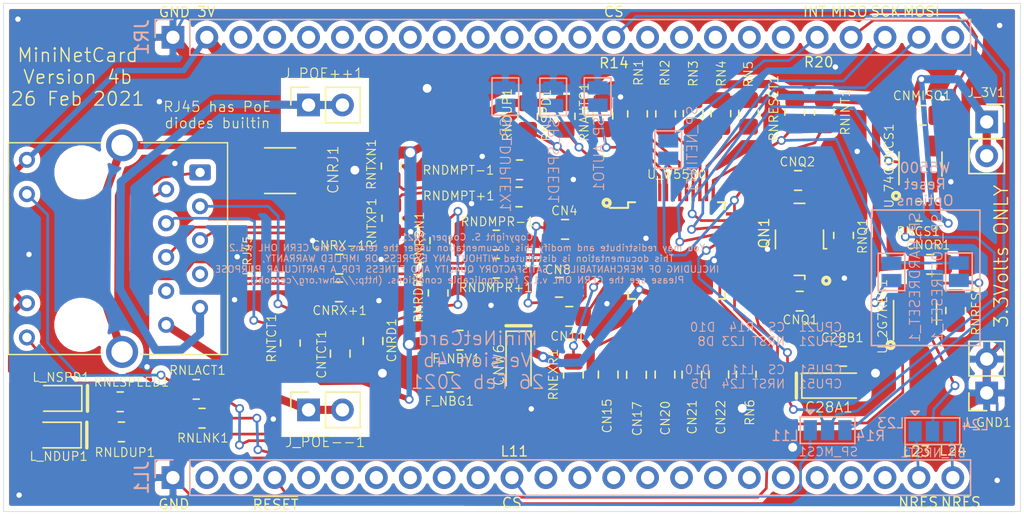
<source format=kicad_pcb>
(kicad_pcb (version 20171130) (host pcbnew "(5.1.8-0-10_14)")

  (general
    (thickness 1.6)
    (drawings 36)
    (tracks 597)
    (zones 0)
    (modules 71)
    (nets 100)
  )

  (page USLedger)
  (title_block
    (date 2019-12-29)
  )

  (layers
    (0 F.Cu signal)
    (31 B.Cu signal)
    (32 B.Adhes user hide)
    (33 F.Adhes user hide)
    (34 B.Paste user)
    (35 F.Paste user)
    (36 B.SilkS user)
    (37 F.SilkS user)
    (38 B.Mask user)
    (39 F.Mask user)
    (40 Dwgs.User user hide)
    (41 Cmts.User user hide)
    (42 Eco1.User user hide)
    (43 Eco2.User user hide)
    (44 Edge.Cuts user)
    (45 Margin user hide)
    (46 B.CrtYd user hide)
    (47 F.CrtYd user)
    (48 B.Fab user hide)
    (49 F.Fab user hide)
  )

  (setup
    (last_trace_width 0.2032)
    (trace_clearance 0.1778)
    (zone_clearance 0.4064)
    (zone_45_only no)
    (trace_min 0.1778)
    (via_size 0.6604)
    (via_drill 0.4064)
    (via_min_size 0.4064)
    (via_min_drill 0.3556)
    (uvia_size 0.3)
    (uvia_drill 0.1)
    (uvias_allowed no)
    (uvia_min_size 0.2)
    (uvia_min_drill 0.1)
    (edge_width 0.05)
    (segment_width 0.2)
    (pcb_text_width 0.3)
    (pcb_text_size 1.5 1.5)
    (mod_edge_width 0.12)
    (mod_text_size 0.5 0.5)
    (mod_text_width 0.07)
    (pad_size 1.7 1.7)
    (pad_drill 1)
    (pad_to_mask_clearance 0.0254)
    (solder_mask_min_width 0.0254)
    (aux_axis_origin 0 0)
    (visible_elements FEFDBF7F)
    (pcbplotparams
      (layerselection 0x010fc_ffffffff)
      (usegerberextensions false)
      (usegerberattributes false)
      (usegerberadvancedattributes false)
      (creategerberjobfile false)
      (excludeedgelayer true)
      (linewidth 0.100000)
      (plotframeref false)
      (viasonmask false)
      (mode 1)
      (useauxorigin false)
      (hpglpennumber 1)
      (hpglpenspeed 20)
      (hpglpendiameter 15.000000)
      (psnegative false)
      (psa4output false)
      (plotreference true)
      (plotvalue true)
      (plotinvisibletext false)
      (padsonsilk false)
      (subtractmaskfromsilk false)
      (outputformat 4)
      (mirror false)
      (drillshape 0)
      (scaleselection 1)
      (outputdirectory ""))
  )

  (net 0 "")
  (net 1 GND)
  (net 2 +3V3)
  (net 3 ~RESET~)
  (net 4 +3.3VP)
  (net 5 GNDA)
  (net 6 "Net-(CN22-Pad2)")
  (net 7 "Net-(CNQ1-Pad1)")
  (net 8 "Net-(CNQ2-Pad1)")
  (net 9 "Net-(CNRD1-Pad1)")
  (net 10 GNDPWR)
  (net 11 "Net-(CNRX+1-Pad1)")
  (net 12 "Net-(CNRX+1-Pad2)")
  (net 13 "Net-(CNRX-1-Pad1)")
  (net 14 "Net-(CNRX-1-Pad2)")
  (net 15 "Net-(CNTCT1-Pad2)")
  (net 16 "Net-(RN1-Pad1)")
  (net 17 "Net-(RN2-Pad1)")
  (net 18 "Net-(RN3-Pad1)")
  (net 19 "Net-(RN4-Pad1)")
  (net 20 "Net-(RN5-Pad1)")
  (net 21 "Net-(RNEXR1-Pad2)")
  (net 22 "Net-(RNLACT1-Pad2)")
  (net 23 "Net-(RNLDUP1-Pad2)")
  (net 24 "Net-(RNLNK1-Pad2)")
  (net 25 "Net-(RNLSPEED1-Pad2)")
  (net 26 "Net-(RNSPD1-Pad1)")
  (net 27 "Net-(RNDMPR-1-Pad2)")
  (net 28 "Net-(RNDMPT-1-Pad2)")
  (net 29 "Net-(RNAUTO1-Pad1)")
  (net 30 "Net-(RNDUP1-Pad1)")
  (net 31 "Net-(RNINT1-Pad1)")
  (net 32 "Net-(J_RJ45-Pad14)")
  (net 33 "Net-(J_RJ45-Pad5)")
  (net 34 "Net-(J_RJ45-Pad6)")
  (net 35 "Net-(J_RJ45-Pad12)")
  (net 36 "Net-(U_W5500-Pad47)")
  (net 37 "Net-(U_W5500-Pad46)")
  (net 38 "Net-(U_W5500-Pad18)")
  (net 39 "Net-(U_W5500-Pad13)")
  (net 40 "Net-(U_W5500-Pad12)")
  (net 41 "Net-(U_W5500-Pad7)")
  (net 42 "Net-(CN20-Pad2)")
  (net 43 "Net-(RN6-Pad2)")
  (net 44 "Net-(RNDMPR+1-Pad2)")
  (net 45 "Net-(RNDMPT+1-Pad2)")
  (net 46 "Net-(L_NDUP1-Pad1)")
  (net 47 "Net-(L_NSPD1-Pad1)")
  (net 48 /NETRST)
  (net 49 /NET-MISO)
  (net 50 "Net-(SP_HARDRESET_1-Pad2)")
  (net 51 "Net-(SP_SOFTRESET_1-Pad2)")
  (net 52 MOSI)
  (net 53 NETINT)
  (net 54 MISO)
  (net 55 SCK)
  (net 56 NETRES)
  (net 57 NETCS)
  (net 58 "Net-(JL1-Pad2)")
  (net 59 "Net-(JL1-Pad3)")
  (net 60 "Net-(JL1-Pad5)")
  (net 61 "Net-(JL1-Pad6)")
  (net 62 "Net-(JL1-Pad8)")
  (net 63 "Net-(JL1-Pad9)")
  (net 64 "Net-(JL1-Pad10)")
  (net 65 "Net-(JL1-Pad11)")
  (net 66 "Net-(JL1-Pad12)")
  (net 67 "Net-(JL1-Pad13)")
  (net 68 "Net-(JL1-Pad14)")
  (net 69 "Net-(JL1-Pad15)")
  (net 70 "Net-(JL1-Pad16)")
  (net 71 "Net-(JL1-Pad17)")
  (net 72 "Net-(JL1-Pad18)")
  (net 73 "Net-(JL1-Pad19)")
  (net 74 "Net-(JL1-Pad20)")
  (net 75 "Net-(JL1-Pad21)")
  (net 76 "Net-(JL1-Pad22)")
  (net 77 "Net-(JR1-Pad24)")
  (net 78 "Net-(JR1-Pad19)")
  (net 79 "Net-(JR1-Pad18)")
  (net 80 "Net-(JR1-Pad17)")
  (net 81 "Net-(JR1-Pad16)")
  (net 82 "Net-(JR1-Pad15)")
  (net 83 "Net-(JR1-Pad14)")
  (net 84 "Net-(JR1-Pad13)")
  (net 85 "Net-(JR1-Pad12)")
  (net 86 "Net-(JR1-Pad11)")
  (net 87 "Net-(JR1-Pad10)")
  (net 88 "Net-(JR1-Pad9)")
  (net 89 "Net-(JR1-Pad8)")
  (net 90 "Net-(JR1-Pad7)")
  (net 91 "Net-(JR1-Pad6)")
  (net 92 "Net-(JR1-Pad5)")
  (net 93 "Net-(JR1-Pad4)")
  (net 94 "Net-(JR1-Pad3)")
  (net 95 "Net-(JL1-Pad7)")
  (net 96 "Net-(JL1-Pad23)")
  (net 97 "Net-(J_POE++1-Pad1)")
  (net 98 "Net-(J_POE--1-Pad1)")
  (net 99 "Net-(JL1-Pad24)")

  (net_class Default "This is the default net class."
    (clearance 0.1778)
    (trace_width 0.2032)
    (via_dia 0.6604)
    (via_drill 0.4064)
    (uvia_dia 0.3)
    (uvia_drill 0.1)
    (diff_pair_width 0.2032)
    (diff_pair_gap 0.25)
    (add_net +3.3VP)
    (add_net +3V3)
    (add_net /NET-MISO)
    (add_net /NETRST)
    (add_net GND)
    (add_net GNDA)
    (add_net GNDPWR)
    (add_net MISO)
    (add_net MOSI)
    (add_net NETCS)
    (add_net NETINT)
    (add_net NETRES)
    (add_net "Net-(CN20-Pad2)")
    (add_net "Net-(CN22-Pad2)")
    (add_net "Net-(CNQ1-Pad1)")
    (add_net "Net-(CNQ2-Pad1)")
    (add_net "Net-(CNRD1-Pad1)")
    (add_net "Net-(CNRX+1-Pad1)")
    (add_net "Net-(CNRX+1-Pad2)")
    (add_net "Net-(CNRX-1-Pad1)")
    (add_net "Net-(CNRX-1-Pad2)")
    (add_net "Net-(CNTCT1-Pad2)")
    (add_net "Net-(JL1-Pad10)")
    (add_net "Net-(JL1-Pad11)")
    (add_net "Net-(JL1-Pad12)")
    (add_net "Net-(JL1-Pad13)")
    (add_net "Net-(JL1-Pad14)")
    (add_net "Net-(JL1-Pad15)")
    (add_net "Net-(JL1-Pad16)")
    (add_net "Net-(JL1-Pad17)")
    (add_net "Net-(JL1-Pad18)")
    (add_net "Net-(JL1-Pad19)")
    (add_net "Net-(JL1-Pad2)")
    (add_net "Net-(JL1-Pad20)")
    (add_net "Net-(JL1-Pad21)")
    (add_net "Net-(JL1-Pad22)")
    (add_net "Net-(JL1-Pad23)")
    (add_net "Net-(JL1-Pad24)")
    (add_net "Net-(JL1-Pad3)")
    (add_net "Net-(JL1-Pad5)")
    (add_net "Net-(JL1-Pad6)")
    (add_net "Net-(JL1-Pad7)")
    (add_net "Net-(JL1-Pad8)")
    (add_net "Net-(JL1-Pad9)")
    (add_net "Net-(JR1-Pad10)")
    (add_net "Net-(JR1-Pad11)")
    (add_net "Net-(JR1-Pad12)")
    (add_net "Net-(JR1-Pad13)")
    (add_net "Net-(JR1-Pad14)")
    (add_net "Net-(JR1-Pad15)")
    (add_net "Net-(JR1-Pad16)")
    (add_net "Net-(JR1-Pad17)")
    (add_net "Net-(JR1-Pad18)")
    (add_net "Net-(JR1-Pad19)")
    (add_net "Net-(JR1-Pad24)")
    (add_net "Net-(JR1-Pad3)")
    (add_net "Net-(JR1-Pad4)")
    (add_net "Net-(JR1-Pad5)")
    (add_net "Net-(JR1-Pad6)")
    (add_net "Net-(JR1-Pad7)")
    (add_net "Net-(JR1-Pad8)")
    (add_net "Net-(JR1-Pad9)")
    (add_net "Net-(J_POE++1-Pad1)")
    (add_net "Net-(J_POE--1-Pad1)")
    (add_net "Net-(J_RJ45-Pad12)")
    (add_net "Net-(J_RJ45-Pad14)")
    (add_net "Net-(J_RJ45-Pad5)")
    (add_net "Net-(J_RJ45-Pad6)")
    (add_net "Net-(L_NDUP1-Pad1)")
    (add_net "Net-(L_NSPD1-Pad1)")
    (add_net "Net-(RN1-Pad1)")
    (add_net "Net-(RN2-Pad1)")
    (add_net "Net-(RN3-Pad1)")
    (add_net "Net-(RN4-Pad1)")
    (add_net "Net-(RN5-Pad1)")
    (add_net "Net-(RN6-Pad2)")
    (add_net "Net-(RNAUTO1-Pad1)")
    (add_net "Net-(RNDMPR+1-Pad2)")
    (add_net "Net-(RNDMPR-1-Pad2)")
    (add_net "Net-(RNDMPT+1-Pad2)")
    (add_net "Net-(RNDMPT-1-Pad2)")
    (add_net "Net-(RNDUP1-Pad1)")
    (add_net "Net-(RNEXR1-Pad2)")
    (add_net "Net-(RNINT1-Pad1)")
    (add_net "Net-(RNLACT1-Pad2)")
    (add_net "Net-(RNLDUP1-Pad2)")
    (add_net "Net-(RNLNK1-Pad2)")
    (add_net "Net-(RNLSPEED1-Pad2)")
    (add_net "Net-(RNSPD1-Pad1)")
    (add_net "Net-(SP_HARDRESET_1-Pad2)")
    (add_net "Net-(SP_SOFTRESET_1-Pad2)")
    (add_net "Net-(U_W5500-Pad12)")
    (add_net "Net-(U_W5500-Pad13)")
    (add_net "Net-(U_W5500-Pad18)")
    (add_net "Net-(U_W5500-Pad46)")
    (add_net "Net-(U_W5500-Pad47)")
    (add_net "Net-(U_W5500-Pad7)")
    (add_net SCK)
    (add_net ~RESET~)
  )

  (module Package_TO_SOT_SMD:SOT-23-6_Handsoldering (layer F.Cu) (tedit 5FA7A3ED) (tstamp 5EE067EE)
    (at 68.29298 23.18258 90)
    (descr "6-pin SOT-23 package, Handsoldering")
    (tags "SOT-23-6 Handsoldering")
    (path /5D5724CF)
    (attr smd)
    (fp_text reference U_2G7RES1 (at -0.2921 -2.43078 90) (layer F.SilkS)
      (effects (font (size 0.6604 0.6604) (thickness 0.0762)))
    )
    (fp_text value SN74LVC2G07DBVR (at 0.0254 2.2098 90) (layer F.Fab) hide
      (effects (font (size 0.6096 0.6096) (thickness 0.0762)))
    )
    (fp_circle (center -2.4384 -1.8288) (end -2.1844 -1.8288) (layer F.SilkS) (width 0.254))
    (fp_line (start -0.9 1.61) (end 0.9 1.61) (layer F.SilkS) (width 0.12))
    (fp_line (start 0.9 -1.61) (end -2.05 -1.61) (layer F.SilkS) (width 0.12))
    (fp_line (start -2.4 1.8) (end -2.4 -1.8) (layer F.CrtYd) (width 0.05))
    (fp_line (start 2.4 1.8) (end -2.4 1.8) (layer F.CrtYd) (width 0.05))
    (fp_line (start 2.4 -1.8) (end 2.4 1.8) (layer F.CrtYd) (width 0.05))
    (fp_line (start -2.4 -1.8) (end 2.4 -1.8) (layer F.CrtYd) (width 0.05))
    (fp_line (start -0.9 -0.9) (end -0.25 -1.55) (layer F.Fab) (width 0.1))
    (fp_line (start 0.9 -1.55) (end -0.25 -1.55) (layer F.Fab) (width 0.1))
    (fp_line (start -0.9 -0.9) (end -0.9 1.55) (layer F.Fab) (width 0.1))
    (fp_line (start 0.9 1.55) (end -0.9 1.55) (layer F.Fab) (width 0.1))
    (fp_line (start 0.9 -1.55) (end 0.9 1.55) (layer F.Fab) (width 0.1))
    (fp_text user %R (at 0.3302 2.9972 270) (layer F.Fab) hide
      (effects (font (size 0.5 0.5) (thickness 0.075)))
    )
    (pad 5 smd rect (at 1.35 0 90) (size 1.56 0.65) (layers F.Cu F.Paste F.Mask)
      (net 2 +3V3))
    (pad 6 smd rect (at 1.35 -0.95 90) (size 1.56 0.65) (layers F.Cu F.Paste F.Mask)
      (net 50 "Net-(SP_HARDRESET_1-Pad2)"))
    (pad 4 smd rect (at 1.35 0.95 90) (size 1.56 0.65) (layers F.Cu F.Paste F.Mask)
      (net 51 "Net-(SP_SOFTRESET_1-Pad2)"))
    (pad 3 smd rect (at -1.35 0.95 90) (size 1.56 0.65) (layers F.Cu F.Paste F.Mask)
      (net 56 NETRES))
    (pad 2 smd rect (at -1.35 0 90) (size 1.56 0.65) (layers F.Cu F.Paste F.Mask)
      (net 1 GND))
    (pad 1 smd rect (at -1.35 -0.95 90) (size 1.56 0.65) (layers F.Cu F.Paste F.Mask)
      (net 3 ~RESET~))
    (model ${KISYS3DMOD}/Package_TO_SOT_SMD.3dshapes/SOT-23-6.wrl
      (at (xyz 0 0 0))
      (scale (xyz 1 1 1))
      (rotate (xyz 0 0 0))
    )
  )

  (module Connector_PinSocket_2.54mm:PinSocket_1x02_P2.54mm_Vertical (layer F.Cu) (tedit 600E2DC4) (tstamp 600E2E2B)
    (at 73.66 29.21 180)
    (descr "Through hole straight socket strip, 1x02, 2.54mm pitch, single row (from Kicad 4.0.7), script generated")
    (tags "Through hole socket strip THT 1x02 2.54mm single row")
    (path /6033C257)
    (fp_text reference J_GND1 (at -0.0254 -2.2098) (layer F.SilkS)
      (effects (font (size 0.6604 0.6604) (thickness 0.0762)))
    )
    (fp_text value Conn_01x02 (at 2.0574 1.0414 90) (layer F.Fab) hide
      (effects (font (size 0.3048 0.3048) (thickness 0.0762)))
    )
    (fp_line (start -1.27 -1.27) (end 0.635 -1.27) (layer F.Fab) (width 0.1))
    (fp_line (start 0.635 -1.27) (end 1.27 -0.635) (layer F.Fab) (width 0.1))
    (fp_line (start 1.27 -0.635) (end 1.27 3.81) (layer F.Fab) (width 0.1))
    (fp_line (start 1.27 3.81) (end -1.27 3.81) (layer F.Fab) (width 0.1))
    (fp_line (start -1.27 3.81) (end -1.27 -1.27) (layer F.Fab) (width 0.1))
    (fp_line (start -1.33 1.27) (end 1.33 1.27) (layer F.SilkS) (width 0.12))
    (fp_line (start -1.33 1.27) (end -1.33 3.87) (layer F.SilkS) (width 0.12))
    (fp_line (start -1.33 3.87) (end 1.33 3.87) (layer F.SilkS) (width 0.12))
    (fp_line (start 1.33 1.27) (end 1.33 3.87) (layer F.SilkS) (width 0.12))
    (fp_line (start 1.33 -1.33) (end 1.33 0) (layer F.SilkS) (width 0.12))
    (fp_line (start 0 -1.33) (end 1.33 -1.33) (layer F.SilkS) (width 0.12))
    (fp_line (start -1.8 -1.8) (end 1.75 -1.8) (layer F.CrtYd) (width 0.05))
    (fp_line (start 1.75 -1.8) (end 1.75 4.3) (layer F.CrtYd) (width 0.05))
    (fp_line (start 1.75 4.3) (end -1.8 4.3) (layer F.CrtYd) (width 0.05))
    (fp_line (start -1.8 4.3) (end -1.8 -1.8) (layer F.CrtYd) (width 0.05))
    (fp_text user %R (at 0 1.27 90) (layer F.Fab) hide
      (effects (font (size 1 1) (thickness 0.15)))
    )
    (pad 2 thru_hole oval (at 0 2.54 180) (size 1.7 1.7) (drill 1) (layers *.Cu *.Mask)
      (net 1 GND))
    (pad 1 thru_hole rect (at 0 0 180) (size 1.7 1.7) (drill 1) (layers *.Cu *.Mask)
      (net 1 GND))
    (model ${KISYS3DMOD}/Connector_PinSocket_2.54mm.3dshapes/PinSocket_1x02_P2.54mm_Vertical.wrl
      (at (xyz 0 0 0))
      (scale (xyz 1 1 1))
      (rotate (xyz 0 0 0))
    )
  )

  (module Connector_PinSocket_2.54mm:PinSocket_1x02_P2.54mm_Vertical (layer F.Cu) (tedit 600E2DC4) (tstamp 600E2E15)
    (at 73.66 8.89)
    (descr "Through hole straight socket strip, 1x02, 2.54mm pitch, single row (from Kicad 4.0.7), script generated")
    (tags "Through hole socket strip THT 1x02 2.54mm single row")
    (path /6033D1BE)
    (fp_text reference J_3V1 (at -0.0254 -2.2098) (layer F.SilkS)
      (effects (font (size 0.6604 0.6604) (thickness 0.0762)))
    )
    (fp_text value Conn_01x02 (at 2.0574 1.0414 90) (layer F.Fab) hide
      (effects (font (size 0.3048 0.3048) (thickness 0.0762)))
    )
    (fp_line (start -1.27 -1.27) (end 0.635 -1.27) (layer F.Fab) (width 0.1))
    (fp_line (start 0.635 -1.27) (end 1.27 -0.635) (layer F.Fab) (width 0.1))
    (fp_line (start 1.27 -0.635) (end 1.27 3.81) (layer F.Fab) (width 0.1))
    (fp_line (start 1.27 3.81) (end -1.27 3.81) (layer F.Fab) (width 0.1))
    (fp_line (start -1.27 3.81) (end -1.27 -1.27) (layer F.Fab) (width 0.1))
    (fp_line (start -1.33 1.27) (end 1.33 1.27) (layer F.SilkS) (width 0.12))
    (fp_line (start -1.33 1.27) (end -1.33 3.87) (layer F.SilkS) (width 0.12))
    (fp_line (start -1.33 3.87) (end 1.33 3.87) (layer F.SilkS) (width 0.12))
    (fp_line (start 1.33 1.27) (end 1.33 3.87) (layer F.SilkS) (width 0.12))
    (fp_line (start 1.33 -1.33) (end 1.33 0) (layer F.SilkS) (width 0.12))
    (fp_line (start 0 -1.33) (end 1.33 -1.33) (layer F.SilkS) (width 0.12))
    (fp_line (start -1.8 -1.8) (end 1.75 -1.8) (layer F.CrtYd) (width 0.05))
    (fp_line (start 1.75 -1.8) (end 1.75 4.3) (layer F.CrtYd) (width 0.05))
    (fp_line (start 1.75 4.3) (end -1.8 4.3) (layer F.CrtYd) (width 0.05))
    (fp_line (start -1.8 4.3) (end -1.8 -1.8) (layer F.CrtYd) (width 0.05))
    (fp_text user %R (at 0 1.27 90) (layer F.Fab) hide
      (effects (font (size 1 1) (thickness 0.15)))
    )
    (pad 2 thru_hole oval (at 0 2.54) (size 1.7 1.7) (drill 1) (layers *.Cu *.Mask)
      (net 2 +3V3))
    (pad 1 thru_hole rect (at 0 0) (size 1.7 1.7) (drill 1) (layers *.Cu *.Mask)
      (net 2 +3V3))
    (model ${KISYS3DMOD}/Connector_PinSocket_2.54mm.3dshapes/PinSocket_1x02_P2.54mm_Vertical.wrl
      (at (xyz 0 0 0))
      (scale (xyz 1 1 1))
      (rotate (xyz 0 0 0))
    )
  )

  (module Connector_PinSocket_2.54mm:PinSocket_1x02_P2.54mm_Vertical (layer F.Cu) (tedit 600E2DC4) (tstamp 600E2E57)
    (at 22.86 7.62 90)
    (descr "Through hole straight socket strip, 1x02, 2.54mm pitch, single row (from Kicad 4.0.7), script generated")
    (tags "Through hole socket strip THT 1x02 2.54mm single row")
    (path /6033695C)
    (fp_text reference J_POE++1 (at 2.35966 1.10744) (layer F.SilkS)
      (effects (font (size 0.762 0.762) (thickness 0.0762)))
    )
    (fp_text value Conn_01x02 (at 1.79832 0.97028) (layer F.Fab) hide
      (effects (font (size 0.3048 0.3048) (thickness 0.0508)))
    )
    (fp_line (start -1.27 -1.27) (end 0.635 -1.27) (layer F.Fab) (width 0.1))
    (fp_line (start 0.635 -1.27) (end 1.27 -0.635) (layer F.Fab) (width 0.1))
    (fp_line (start 1.27 -0.635) (end 1.27 3.81) (layer F.Fab) (width 0.1))
    (fp_line (start 1.27 3.81) (end -1.27 3.81) (layer F.Fab) (width 0.1))
    (fp_line (start -1.27 3.81) (end -1.27 -1.27) (layer F.Fab) (width 0.1))
    (fp_line (start -1.33 1.27) (end 1.33 1.27) (layer F.SilkS) (width 0.12))
    (fp_line (start -1.33 1.27) (end -1.33 3.87) (layer F.SilkS) (width 0.12))
    (fp_line (start -1.33 3.87) (end 1.33 3.87) (layer F.SilkS) (width 0.12))
    (fp_line (start 1.33 1.27) (end 1.33 3.87) (layer F.SilkS) (width 0.12))
    (fp_line (start 1.33 -1.33) (end 1.33 0) (layer F.SilkS) (width 0.12))
    (fp_line (start 0 -1.33) (end 1.33 -1.33) (layer F.SilkS) (width 0.12))
    (fp_line (start -1.8 -1.8) (end 1.75 -1.8) (layer F.CrtYd) (width 0.05))
    (fp_line (start 1.75 -1.8) (end 1.75 4.3) (layer F.CrtYd) (width 0.05))
    (fp_line (start 1.75 4.3) (end -1.8 4.3) (layer F.CrtYd) (width 0.05))
    (fp_line (start -1.8 4.3) (end -1.8 -1.8) (layer F.CrtYd) (width 0.05))
    (fp_text user %R (at 0 1.27) (layer F.Fab) hide
      (effects (font (size 1 1) (thickness 0.15)))
    )
    (pad 2 thru_hole oval (at 0 2.54 90) (size 1.7 1.7) (drill 1) (layers *.Cu *.Mask)
      (net 97 "Net-(J_POE++1-Pad1)"))
    (pad 1 thru_hole rect (at 0 0 90) (size 1.7 1.7) (drill 1) (layers *.Cu *.Mask)
      (net 97 "Net-(J_POE++1-Pad1)"))
    (model ${KISYS3DMOD}/Connector_PinSocket_2.54mm.3dshapes/PinSocket_1x02_P2.54mm_Vertical.wrl
      (at (xyz 0 0 0))
      (scale (xyz 1 1 1))
      (rotate (xyz 0 0 0))
    )
  )

  (module Connector_PinSocket_2.54mm:PinSocket_1x02_P2.54mm_Vertical (layer F.Cu) (tedit 600E2DC4) (tstamp 600E2E41)
    (at 22.86 30.48 90)
    (descr "Through hole straight socket strip, 1x02, 2.54mm pitch, single row (from Kicad 4.0.7), script generated")
    (tags "Through hole socket strip THT 1x02 2.54mm single row")
    (path /60339C1B)
    (fp_text reference J_POE--1 (at -2.40538 1.24968) (layer F.SilkS)
      (effects (font (size 0.762 0.762) (thickness 0.0762)))
    )
    (fp_text value Conn_01x02 (at 1.79832 0.97028) (layer F.Fab) hide
      (effects (font (size 0.3048 0.3048) (thickness 0.0508)))
    )
    (fp_line (start -1.27 -1.27) (end 0.635 -1.27) (layer F.Fab) (width 0.1))
    (fp_line (start 0.635 -1.27) (end 1.27 -0.635) (layer F.Fab) (width 0.1))
    (fp_line (start 1.27 -0.635) (end 1.27 3.81) (layer F.Fab) (width 0.1))
    (fp_line (start 1.27 3.81) (end -1.27 3.81) (layer F.Fab) (width 0.1))
    (fp_line (start -1.27 3.81) (end -1.27 -1.27) (layer F.Fab) (width 0.1))
    (fp_line (start -1.33 1.27) (end 1.33 1.27) (layer F.SilkS) (width 0.12))
    (fp_line (start -1.33 1.27) (end -1.33 3.87) (layer F.SilkS) (width 0.12))
    (fp_line (start -1.33 3.87) (end 1.33 3.87) (layer F.SilkS) (width 0.12))
    (fp_line (start 1.33 1.27) (end 1.33 3.87) (layer F.SilkS) (width 0.12))
    (fp_line (start 1.33 -1.33) (end 1.33 0) (layer F.SilkS) (width 0.12))
    (fp_line (start 0 -1.33) (end 1.33 -1.33) (layer F.SilkS) (width 0.12))
    (fp_line (start -1.8 -1.8) (end 1.75 -1.8) (layer F.CrtYd) (width 0.05))
    (fp_line (start 1.75 -1.8) (end 1.75 4.3) (layer F.CrtYd) (width 0.05))
    (fp_line (start 1.75 4.3) (end -1.8 4.3) (layer F.CrtYd) (width 0.05))
    (fp_line (start -1.8 4.3) (end -1.8 -1.8) (layer F.CrtYd) (width 0.05))
    (fp_text user %R (at 0 1.27) (layer F.Fab) hide
      (effects (font (size 1 1) (thickness 0.15)))
    )
    (pad 2 thru_hole oval (at 0 2.54 90) (size 1.7 1.7) (drill 1) (layers *.Cu *.Mask)
      (net 98 "Net-(J_POE--1-Pad1)"))
    (pad 1 thru_hole rect (at 0 0 90) (size 1.7 1.7) (drill 1) (layers *.Cu *.Mask)
      (net 98 "Net-(J_POE--1-Pad1)"))
    (model ${KISYS3DMOD}/Connector_PinSocket_2.54mm.3dshapes/PinSocket_1x02_P2.54mm_Vertical.wrl
      (at (xyz 0 0 0))
      (scale (xyz 1 1 1))
      (rotate (xyz 0 0 0))
    )
  )

  (module MiniNetCard:RJ45_Wuerth_7499211121A_Horizontal (layer F.Cu) (tedit 5FA5E31A) (tstamp 5FB65119)
    (at 5.842 18.3896 90)
    (descr "10/100Base-TX RJ45 ethernet magnetic transformer connector horizontal https://katalog.we-online.de/pbs/datasheet/7499010121A.pdf")
    (tags "RJ45 ethernet magnetic")
    (path /5D552509)
    (fp_text reference J_RJ45 (at -0.6223 12.43838 270) (layer F.SilkS)
      (effects (font (size 0.6096 0.6096) (thickness 0.0762)))
    )
    (fp_text value Wuerth_7499211121A (at 9.8 4.65) (layer F.Fab) hide
      (effects (font (size 1 1) (thickness 0.15)))
    )
    (fp_line (start 7.94 -5.464) (end 7.94 1.446) (layer F.SilkS) (width 0.1))
    (fp_line (start 7.94 4.446) (end 7.94 10.95) (layer F.SilkS) (width 0.1))
    (fp_line (start -7.94 -5.464) (end -7.94 1.446) (layer F.SilkS) (width 0.1))
    (fp_line (start 7.94 -5.464) (end -7.94 -5.464) (layer F.SilkS) (width 0.1))
    (fp_line (start -7.94 10.95) (end -7.94 4.446) (layer F.SilkS) (width 0.1))
    (fp_line (start -7.94 10.95) (end 7.94 10.95) (layer F.SilkS) (width 0.1))
    (fp_text user %R (at 0.05 0.05 180) (layer F.Fab) hide
      (effects (font (size 1 1) (thickness 0.15)))
    )
    (pad 14 thru_hole circle (at -6.661 -4.08 180) (size 1.2 1.2) (drill 0.7) (layers *.Cu *.Mask)
      (net 32 "Net-(J_RJ45-Pad14)"))
    (pad 13 thru_hole circle (at -4.09 -4.08 180) (size 1.2 1.2) (drill 0.7) (layers *.Cu *.Mask)
      (net 2 +3V3))
    (pad 1 thru_hole roundrect (at 5.715 8.89 270) (size 1.2 1.6) (drill 0.7) (layers *.Cu *.Mask) (roundrect_rratio 0.155)
      (net 12 "Net-(CNRX+1-Pad2)"))
    (pad 2 thru_hole circle (at 4.445 6.35 270) (size 1.2 1.2) (drill 0.7) (layers *.Cu *.Mask)
      (net 13 "Net-(CNRX-1-Pad1)"))
    (pad 3 thru_hole circle (at 3.175 8.89 270) (size 1.2 1.2) (drill 0.7) (layers *.Cu *.Mask)
      (net 9 "Net-(CNRD1-Pad1)"))
    (pad 4 thru_hole circle (at 1.905 6.35 270) (size 1.2 1.2) (drill 0.7) (layers *.Cu *.Mask)
      (net 15 "Net-(CNTCT1-Pad2)"))
    (pad 5 thru_hole circle (at 0.635 8.89 270) (size 1.2 1.2) (drill 0.7) (layers *.Cu *.Mask)
      (net 33 "Net-(J_RJ45-Pad5)"))
    (pad 6 thru_hole circle (at -0.635 6.35 270) (size 1.2 1.2) (drill 0.7) (layers *.Cu *.Mask)
      (net 34 "Net-(J_RJ45-Pad6)"))
    (pad 7 thru_hole circle (at -1.905 8.89 270) (size 1.2 1.2) (drill 0.7) (layers *.Cu *.Mask))
    (pad 8 thru_hole circle (at -3.175 6.35 270) (size 1.2 1.2) (drill 0.7) (layers *.Cu *.Mask))
    (pad "" np_thru_hole circle (at -5.715 0 270) (size 3.250001 3.250001) (drill 3.250001) (layers *.Cu *.Mask))
    (pad "" np_thru_hole circle (at 5.715 0 270) (size 3.250001 3.250001) (drill 3.250001) (layers *.Cu *.Mask))
    (pad 15 thru_hole circle (at -7.745 3.05 270) (size 2.4 2.4) (drill 1.6) (layers *.Cu *.Mask)
      (net 10 GNDPWR))
    (pad 16 thru_hole circle (at 7.745 3.05 270) (size 2.4 2.4) (drill 1.6) (layers *.Cu *.Mask)
      (net 10 GNDPWR))
    (pad 10 thru_hole circle (at -5.715 6.35 270) (size 1.2 1.2) (drill 0.7) (layers *.Cu *.Mask)
      (net 98 "Net-(J_POE--1-Pad1)"))
    (pad 11 thru_hole circle (at 6.661 -4.08 270) (size 1.2 1.2) (drill 0.7) (layers *.Cu *.Mask)
      (net 2 +3V3))
    (pad 9 thru_hole circle (at -4.445 8.89 270) (size 1.2 1.2) (drill 0.7) (layers *.Cu *.Mask)
      (net 97 "Net-(J_POE++1-Pad1)"))
    (pad 12 thru_hole circle (at 4.09 -4.08 270) (size 1.2 1.2) (drill 0.7) (layers *.Cu *.Mask)
      (net 35 "Net-(J_RJ45-Pad12)"))
    (model ${KISYS3DMOD}/Connector_RJ.3dshapes/RJ45_Wuerth_7499010121A_Horizontal.wrl
      (at (xyz 0 0 0))
      (scale (xyz 1 1 1))
      (rotate (xyz 0 0 0))
    )
  )

  (module Resistor_SMD:R_0805_2012Metric_Pad1.20x1.40mm_HandSolder (layer F.Cu) (tedit 5FA7A271) (tstamp 5EE0703D)
    (at 39.2684 8.48868 90)
    (descr "Resistor SMD 0805 (2012 Metric), square (rectangular) end terminal, IPC_7351 nominal with elongated pad for handsoldering. (Body size source: IPC-SM-782 page 72, https://www.pcb-3d.com/wordpress/wp-content/uploads/ipc-sm-782a_amendment_1_and_2.pdf), generated with kicad-footprint-generator")
    (tags "resistor handsolder")
    (path /5D66A286)
    (attr smd)
    (fp_text reference RNDUP1 (at 0.13716 -1.524 90) (layer F.SilkS)
      (effects (font (size 0.6604 0.6604) (thickness 0.0762)))
    )
    (fp_text value 10K (at 0 1.65 90) (layer F.Fab) hide
      (effects (font (size 0.6096 0.6096) (thickness 0.0762)))
    )
    (fp_line (start 1.85 0.95) (end -1.85 0.95) (layer F.CrtYd) (width 0.05))
    (fp_line (start 1.85 -0.95) (end 1.85 0.95) (layer F.CrtYd) (width 0.05))
    (fp_line (start -1.85 -0.95) (end 1.85 -0.95) (layer F.CrtYd) (width 0.05))
    (fp_line (start -1.85 0.95) (end -1.85 -0.95) (layer F.CrtYd) (width 0.05))
    (fp_line (start -0.227064 0.735) (end 0.227064 0.735) (layer F.SilkS) (width 0.12))
    (fp_line (start -0.227064 -0.735) (end 0.227064 -0.735) (layer F.SilkS) (width 0.12))
    (fp_line (start 1 0.625) (end -1 0.625) (layer F.Fab) (width 0.1))
    (fp_line (start 1 -0.625) (end 1 0.625) (layer F.Fab) (width 0.1))
    (fp_line (start -1 -0.625) (end 1 -0.625) (layer F.Fab) (width 0.1))
    (fp_line (start -1 0.625) (end -1 -0.625) (layer F.Fab) (width 0.1))
    (fp_text user %R (at -0.0762 2.3876 90) (layer F.Fab) hide
      (effects (font (size 0.5 0.5) (thickness 0.08)))
    )
    (pad 2 smd roundrect (at 1 0 90) (size 1.2 1.4) (layers F.Cu F.Paste F.Mask) (roundrect_rratio 0.208333)
      (net 2 +3V3))
    (pad 1 smd roundrect (at -1 0 90) (size 1.2 1.4) (layers F.Cu F.Paste F.Mask) (roundrect_rratio 0.208333)
      (net 30 "Net-(RNDUP1-Pad1)"))
    (model ${KISYS3DMOD}/Resistor_SMD.3dshapes/R_0805_2012Metric.wrl
      (at (xyz 0 0 0))
      (scale (xyz 1 1 1))
      (rotate (xyz 0 0 0))
    )
  )

  (module Resistor_SMD:R_0805_2012Metric_Pad1.20x1.40mm_HandSolder (layer F.Cu) (tedit 5FA7A271) (tstamp 5EE06E69)
    (at 42.08018 8.46836 90)
    (descr "Resistor SMD 0805 (2012 Metric), square (rectangular) end terminal, IPC_7351 nominal with elongated pad for handsoldering. (Body size source: IPC-SM-782 page 72, https://www.pcb-3d.com/wordpress/wp-content/uploads/ipc-sm-782a_amendment_1_and_2.pdf), generated with kicad-footprint-generator")
    (tags "resistor handsolder")
    (path /5D66B103)
    (attr smd)
    (fp_text reference RNSPD1 (at 0.07874 -1.40716 90) (layer F.SilkS)
      (effects (font (size 0.6604 0.6604) (thickness 0.0762)))
    )
    (fp_text value 10K (at 0 1.65 90) (layer F.Fab) hide
      (effects (font (size 0.6096 0.6096) (thickness 0.0762)))
    )
    (fp_line (start 1.85 0.95) (end -1.85 0.95) (layer F.CrtYd) (width 0.05))
    (fp_line (start 1.85 -0.95) (end 1.85 0.95) (layer F.CrtYd) (width 0.05))
    (fp_line (start -1.85 -0.95) (end 1.85 -0.95) (layer F.CrtYd) (width 0.05))
    (fp_line (start -1.85 0.95) (end -1.85 -0.95) (layer F.CrtYd) (width 0.05))
    (fp_line (start -0.227064 0.735) (end 0.227064 0.735) (layer F.SilkS) (width 0.12))
    (fp_line (start -0.227064 -0.735) (end 0.227064 -0.735) (layer F.SilkS) (width 0.12))
    (fp_line (start 1 0.625) (end -1 0.625) (layer F.Fab) (width 0.1))
    (fp_line (start 1 -0.625) (end 1 0.625) (layer F.Fab) (width 0.1))
    (fp_line (start -1 -0.625) (end 1 -0.625) (layer F.Fab) (width 0.1))
    (fp_line (start -1 0.625) (end -1 -0.625) (layer F.Fab) (width 0.1))
    (fp_text user %R (at -0.0762 2.3876 90) (layer F.Fab) hide
      (effects (font (size 0.5 0.5) (thickness 0.08)))
    )
    (pad 2 smd roundrect (at 1 0 90) (size 1.2 1.4) (layers F.Cu F.Paste F.Mask) (roundrect_rratio 0.208333)
      (net 2 +3V3))
    (pad 1 smd roundrect (at -1 0 90) (size 1.2 1.4) (layers F.Cu F.Paste F.Mask) (roundrect_rratio 0.208333)
      (net 26 "Net-(RNSPD1-Pad1)"))
    (model ${KISYS3DMOD}/Resistor_SMD.3dshapes/R_0805_2012Metric.wrl
      (at (xyz 0 0 0))
      (scale (xyz 1 1 1))
      (rotate (xyz 0 0 0))
    )
  )

  (module Resistor_SMD:R_0805_2012Metric_Pad1.20x1.40mm_HandSolder (layer F.Cu) (tedit 5FA7A271) (tstamp 5F07F0EF)
    (at 44.90974 8.4328 90)
    (descr "Resistor SMD 0805 (2012 Metric), square (rectangular) end terminal, IPC_7351 nominal with elongated pad for handsoldering. (Body size source: IPC-SM-782 page 72, https://www.pcb-3d.com/wordpress/wp-content/uploads/ipc-sm-782a_amendment_1_and_2.pdf), generated with kicad-footprint-generator")
    (tags "resistor handsolder")
    (path /5D66BCFE)
    (attr smd)
    (fp_text reference RNAUTO1 (at 0.27686 -1.40462 90) (layer F.SilkS)
      (effects (font (size 0.6604 0.6604) (thickness 0.0762)))
    )
    (fp_text value 10K (at 0 1.65 90) (layer F.Fab) hide
      (effects (font (size 0.6096 0.6096) (thickness 0.0762)))
    )
    (fp_line (start 1.85 0.95) (end -1.85 0.95) (layer F.CrtYd) (width 0.05))
    (fp_line (start 1.85 -0.95) (end 1.85 0.95) (layer F.CrtYd) (width 0.05))
    (fp_line (start -1.85 -0.95) (end 1.85 -0.95) (layer F.CrtYd) (width 0.05))
    (fp_line (start -1.85 0.95) (end -1.85 -0.95) (layer F.CrtYd) (width 0.05))
    (fp_line (start -0.227064 0.735) (end 0.227064 0.735) (layer F.SilkS) (width 0.12))
    (fp_line (start -0.227064 -0.735) (end 0.227064 -0.735) (layer F.SilkS) (width 0.12))
    (fp_line (start 1 0.625) (end -1 0.625) (layer F.Fab) (width 0.1))
    (fp_line (start 1 -0.625) (end 1 0.625) (layer F.Fab) (width 0.1))
    (fp_line (start -1 -0.625) (end 1 -0.625) (layer F.Fab) (width 0.1))
    (fp_line (start -1 0.625) (end -1 -0.625) (layer F.Fab) (width 0.1))
    (fp_text user %R (at -0.0762 2.3876 90) (layer F.Fab) hide
      (effects (font (size 0.5 0.5) (thickness 0.08)))
    )
    (pad 2 smd roundrect (at 1 0 90) (size 1.2 1.4) (layers F.Cu F.Paste F.Mask) (roundrect_rratio 0.208333)
      (net 2 +3V3))
    (pad 1 smd roundrect (at -1 0 90) (size 1.2 1.4) (layers F.Cu F.Paste F.Mask) (roundrect_rratio 0.208333)
      (net 29 "Net-(RNAUTO1-Pad1)"))
    (model ${KISYS3DMOD}/Resistor_SMD.3dshapes/R_0805_2012Metric.wrl
      (at (xyz 0 0 0))
      (scale (xyz 1 1 1))
      (rotate (xyz 0 0 0))
    )
  )

  (module Resistor_SMD:R_0805_2012Metric_Pad1.20x1.40mm_HandSolder (layer F.Cu) (tedit 5FA7A271) (tstamp 5EE071EA)
    (at 47.50308 8.28548 90)
    (descr "Resistor SMD 0805 (2012 Metric), square (rectangular) end terminal, IPC_7351 nominal with elongated pad for handsoldering. (Body size source: IPC-SM-782 page 72, https://www.pcb-3d.com/wordpress/wp-content/uploads/ipc-sm-782a_amendment_1_and_2.pdf), generated with kicad-footprint-generator")
    (tags "resistor handsolder")
    (path /5D65C147)
    (attr smd)
    (fp_text reference RN1 (at 3.09626 0.07112 90) (layer F.SilkS)
      (effects (font (size 0.6604 0.6604) (thickness 0.0762)))
    )
    (fp_text value 10K (at 0 1.65 90) (layer F.Fab) hide
      (effects (font (size 0.6096 0.6096) (thickness 0.0762)))
    )
    (fp_line (start 1.85 0.95) (end -1.85 0.95) (layer F.CrtYd) (width 0.05))
    (fp_line (start 1.85 -0.95) (end 1.85 0.95) (layer F.CrtYd) (width 0.05))
    (fp_line (start -1.85 -0.95) (end 1.85 -0.95) (layer F.CrtYd) (width 0.05))
    (fp_line (start -1.85 0.95) (end -1.85 -0.95) (layer F.CrtYd) (width 0.05))
    (fp_line (start -0.227064 0.735) (end 0.227064 0.735) (layer F.SilkS) (width 0.12))
    (fp_line (start -0.227064 -0.735) (end 0.227064 -0.735) (layer F.SilkS) (width 0.12))
    (fp_line (start 1 0.625) (end -1 0.625) (layer F.Fab) (width 0.1))
    (fp_line (start 1 -0.625) (end 1 0.625) (layer F.Fab) (width 0.1))
    (fp_line (start -1 -0.625) (end 1 -0.625) (layer F.Fab) (width 0.1))
    (fp_line (start -1 0.625) (end -1 -0.625) (layer F.Fab) (width 0.1))
    (fp_text user %R (at -0.0762 2.3876 90) (layer F.Fab) hide
      (effects (font (size 0.5 0.5) (thickness 0.08)))
    )
    (pad 2 smd roundrect (at 1 0 90) (size 1.2 1.4) (layers F.Cu F.Paste F.Mask) (roundrect_rratio 0.208333)
      (net 1 GND))
    (pad 1 smd roundrect (at -1 0 90) (size 1.2 1.4) (layers F.Cu F.Paste F.Mask) (roundrect_rratio 0.208333)
      (net 16 "Net-(RN1-Pad1)"))
    (model ${KISYS3DMOD}/Resistor_SMD.3dshapes/R_0805_2012Metric.wrl
      (at (xyz 0 0 0))
      (scale (xyz 1 1 1))
      (rotate (xyz 0 0 0))
    )
  )

  (module Resistor_SMD:R_0805_2012Metric_Pad1.20x1.40mm_HandSolder (layer F.Cu) (tedit 5FA7A271) (tstamp 5EE071C3)
    (at 49.60874 8.28548 90)
    (descr "Resistor SMD 0805 (2012 Metric), square (rectangular) end terminal, IPC_7351 nominal with elongated pad for handsoldering. (Body size source: IPC-SM-782 page 72, https://www.pcb-3d.com/wordpress/wp-content/uploads/ipc-sm-782a_amendment_1_and_2.pdf), generated with kicad-footprint-generator")
    (tags "resistor handsolder")
    (path /5D666A92)
    (attr smd)
    (fp_text reference RN2 (at 3.0734 -0.0508 90) (layer F.SilkS)
      (effects (font (size 0.6604 0.6604) (thickness 0.0762)))
    )
    (fp_text value 10K (at 0 1.65 90) (layer F.Fab) hide
      (effects (font (size 0.6096 0.6096) (thickness 0.0762)))
    )
    (fp_line (start 1.85 0.95) (end -1.85 0.95) (layer F.CrtYd) (width 0.05))
    (fp_line (start 1.85 -0.95) (end 1.85 0.95) (layer F.CrtYd) (width 0.05))
    (fp_line (start -1.85 -0.95) (end 1.85 -0.95) (layer F.CrtYd) (width 0.05))
    (fp_line (start -1.85 0.95) (end -1.85 -0.95) (layer F.CrtYd) (width 0.05))
    (fp_line (start -0.227064 0.735) (end 0.227064 0.735) (layer F.SilkS) (width 0.12))
    (fp_line (start -0.227064 -0.735) (end 0.227064 -0.735) (layer F.SilkS) (width 0.12))
    (fp_line (start 1 0.625) (end -1 0.625) (layer F.Fab) (width 0.1))
    (fp_line (start 1 -0.625) (end 1 0.625) (layer F.Fab) (width 0.1))
    (fp_line (start -1 -0.625) (end 1 -0.625) (layer F.Fab) (width 0.1))
    (fp_line (start -1 0.625) (end -1 -0.625) (layer F.Fab) (width 0.1))
    (fp_text user %R (at -0.0762 2.3876 90) (layer F.Fab) hide
      (effects (font (size 0.5 0.5) (thickness 0.08)))
    )
    (pad 2 smd roundrect (at 1 0 90) (size 1.2 1.4) (layers F.Cu F.Paste F.Mask) (roundrect_rratio 0.208333)
      (net 1 GND))
    (pad 1 smd roundrect (at -1 0 90) (size 1.2 1.4) (layers F.Cu F.Paste F.Mask) (roundrect_rratio 0.208333)
      (net 17 "Net-(RN2-Pad1)"))
    (model ${KISYS3DMOD}/Resistor_SMD.3dshapes/R_0805_2012Metric.wrl
      (at (xyz 0 0 0))
      (scale (xyz 1 1 1))
      (rotate (xyz 0 0 0))
    )
  )

  (module Resistor_SMD:R_0805_2012Metric_Pad1.20x1.40mm_HandSolder (layer F.Cu) (tedit 5FA7A271) (tstamp 5EE0719C)
    (at 51.66868 8.26008 90)
    (descr "Resistor SMD 0805 (2012 Metric), square (rectangular) end terminal, IPC_7351 nominal with elongated pad for handsoldering. (Body size source: IPC-SM-782 page 72, https://www.pcb-3d.com/wordpress/wp-content/uploads/ipc-sm-782a_amendment_1_and_2.pdf), generated with kicad-footprint-generator")
    (tags "resistor handsolder")
    (path /5D6677C3)
    (attr smd)
    (fp_text reference RN3 (at 2.99974 0.01016 90) (layer F.SilkS)
      (effects (font (size 0.6604 0.6604) (thickness 0.0762)))
    )
    (fp_text value 10K (at 0 1.65 90) (layer F.Fab) hide
      (effects (font (size 0.6096 0.6096) (thickness 0.0762)))
    )
    (fp_line (start 1.85 0.95) (end -1.85 0.95) (layer F.CrtYd) (width 0.05))
    (fp_line (start 1.85 -0.95) (end 1.85 0.95) (layer F.CrtYd) (width 0.05))
    (fp_line (start -1.85 -0.95) (end 1.85 -0.95) (layer F.CrtYd) (width 0.05))
    (fp_line (start -1.85 0.95) (end -1.85 -0.95) (layer F.CrtYd) (width 0.05))
    (fp_line (start -0.227064 0.735) (end 0.227064 0.735) (layer F.SilkS) (width 0.12))
    (fp_line (start -0.227064 -0.735) (end 0.227064 -0.735) (layer F.SilkS) (width 0.12))
    (fp_line (start 1 0.625) (end -1 0.625) (layer F.Fab) (width 0.1))
    (fp_line (start 1 -0.625) (end 1 0.625) (layer F.Fab) (width 0.1))
    (fp_line (start -1 -0.625) (end 1 -0.625) (layer F.Fab) (width 0.1))
    (fp_line (start -1 0.625) (end -1 -0.625) (layer F.Fab) (width 0.1))
    (fp_text user %R (at -0.0762 2.3876 90) (layer F.Fab) hide
      (effects (font (size 0.5 0.5) (thickness 0.08)))
    )
    (pad 2 smd roundrect (at 1 0 90) (size 1.2 1.4) (layers F.Cu F.Paste F.Mask) (roundrect_rratio 0.208333)
      (net 1 GND))
    (pad 1 smd roundrect (at -1 0 90) (size 1.2 1.4) (layers F.Cu F.Paste F.Mask) (roundrect_rratio 0.208333)
      (net 18 "Net-(RN3-Pad1)"))
    (model ${KISYS3DMOD}/Resistor_SMD.3dshapes/R_0805_2012Metric.wrl
      (at (xyz 0 0 0))
      (scale (xyz 1 1 1))
      (rotate (xyz 0 0 0))
    )
  )

  (module Resistor_SMD:R_0805_2012Metric_Pad1.20x1.40mm_HandSolder (layer F.Cu) (tedit 5FA7A271) (tstamp 5EE07175)
    (at 53.74894 8.26008 90)
    (descr "Resistor SMD 0805 (2012 Metric), square (rectangular) end terminal, IPC_7351 nominal with elongated pad for handsoldering. (Body size source: IPC-SM-782 page 72, https://www.pcb-3d.com/wordpress/wp-content/uploads/ipc-sm-782a_amendment_1_and_2.pdf), generated with kicad-footprint-generator")
    (tags "resistor handsolder")
    (path /5D668686)
    (attr smd)
    (fp_text reference RN4 (at 2.99974 0.03048 90) (layer F.SilkS)
      (effects (font (size 0.6604 0.6604) (thickness 0.0762)))
    )
    (fp_text value 10K (at 0 1.65 90) (layer F.Fab) hide
      (effects (font (size 0.6096 0.6096) (thickness 0.0762)))
    )
    (fp_line (start 1.85 0.95) (end -1.85 0.95) (layer F.CrtYd) (width 0.05))
    (fp_line (start 1.85 -0.95) (end 1.85 0.95) (layer F.CrtYd) (width 0.05))
    (fp_line (start -1.85 -0.95) (end 1.85 -0.95) (layer F.CrtYd) (width 0.05))
    (fp_line (start -1.85 0.95) (end -1.85 -0.95) (layer F.CrtYd) (width 0.05))
    (fp_line (start -0.227064 0.735) (end 0.227064 0.735) (layer F.SilkS) (width 0.12))
    (fp_line (start -0.227064 -0.735) (end 0.227064 -0.735) (layer F.SilkS) (width 0.12))
    (fp_line (start 1 0.625) (end -1 0.625) (layer F.Fab) (width 0.1))
    (fp_line (start 1 -0.625) (end 1 0.625) (layer F.Fab) (width 0.1))
    (fp_line (start -1 -0.625) (end 1 -0.625) (layer F.Fab) (width 0.1))
    (fp_line (start -1 0.625) (end -1 -0.625) (layer F.Fab) (width 0.1))
    (fp_text user %R (at -0.0762 2.3876 90) (layer F.Fab) hide
      (effects (font (size 0.5 0.5) (thickness 0.08)))
    )
    (pad 2 smd roundrect (at 1 0 90) (size 1.2 1.4) (layers F.Cu F.Paste F.Mask) (roundrect_rratio 0.208333)
      (net 1 GND))
    (pad 1 smd roundrect (at -1 0 90) (size 1.2 1.4) (layers F.Cu F.Paste F.Mask) (roundrect_rratio 0.208333)
      (net 19 "Net-(RN4-Pad1)"))
    (model ${KISYS3DMOD}/Resistor_SMD.3dshapes/R_0805_2012Metric.wrl
      (at (xyz 0 0 0))
      (scale (xyz 1 1 1))
      (rotate (xyz 0 0 0))
    )
  )

  (module Resistor_SMD:R_0805_2012Metric_Pad1.20x1.40mm_HandSolder (layer F.Cu) (tedit 5FA7A271) (tstamp 5EE0714E)
    (at 55.82158 8.2423 90)
    (descr "Resistor SMD 0805 (2012 Metric), square (rectangular) end terminal, IPC_7351 nominal with elongated pad for handsoldering. (Body size source: IPC-SM-782 page 72, https://www.pcb-3d.com/wordpress/wp-content/uploads/ipc-sm-782a_amendment_1_and_2.pdf), generated with kicad-footprint-generator")
    (tags "resistor handsolder")
    (path /5D66928D)
    (attr smd)
    (fp_text reference RN5 (at 2.93624 -0.0127 90) (layer F.SilkS)
      (effects (font (size 0.6604 0.6604) (thickness 0.0762)))
    )
    (fp_text value 10K (at 0 1.65 90) (layer F.Fab) hide
      (effects (font (size 0.6096 0.6096) (thickness 0.0762)))
    )
    (fp_line (start 1.85 0.95) (end -1.85 0.95) (layer F.CrtYd) (width 0.05))
    (fp_line (start 1.85 -0.95) (end 1.85 0.95) (layer F.CrtYd) (width 0.05))
    (fp_line (start -1.85 -0.95) (end 1.85 -0.95) (layer F.CrtYd) (width 0.05))
    (fp_line (start -1.85 0.95) (end -1.85 -0.95) (layer F.CrtYd) (width 0.05))
    (fp_line (start -0.227064 0.735) (end 0.227064 0.735) (layer F.SilkS) (width 0.12))
    (fp_line (start -0.227064 -0.735) (end 0.227064 -0.735) (layer F.SilkS) (width 0.12))
    (fp_line (start 1 0.625) (end -1 0.625) (layer F.Fab) (width 0.1))
    (fp_line (start 1 -0.625) (end 1 0.625) (layer F.Fab) (width 0.1))
    (fp_line (start -1 -0.625) (end 1 -0.625) (layer F.Fab) (width 0.1))
    (fp_line (start -1 0.625) (end -1 -0.625) (layer F.Fab) (width 0.1))
    (fp_text user %R (at -0.0762 2.3876 90) (layer F.Fab) hide
      (effects (font (size 0.5 0.5) (thickness 0.08)))
    )
    (pad 2 smd roundrect (at 1 0 90) (size 1.2 1.4) (layers F.Cu F.Paste F.Mask) (roundrect_rratio 0.208333)
      (net 1 GND))
    (pad 1 smd roundrect (at -1 0 90) (size 1.2 1.4) (layers F.Cu F.Paste F.Mask) (roundrect_rratio 0.208333)
      (net 20 "Net-(RN5-Pad1)"))
    (model ${KISYS3DMOD}/Resistor_SMD.3dshapes/R_0805_2012Metric.wrl
      (at (xyz 0 0 0))
      (scale (xyz 1 1 1))
      (rotate (xyz 0 0 0))
    )
  )

  (module Resistor_SMD:R_0805_2012Metric_Pad1.20x1.40mm_HandSolder (layer F.Cu) (tedit 5FA7A271) (tstamp 5EE06E90)
    (at 59.27852 8.1534 90)
    (descr "Resistor SMD 0805 (2012 Metric), square (rectangular) end terminal, IPC_7351 nominal with elongated pad for handsoldering. (Body size source: IPC-SM-782 page 72, https://www.pcb-3d.com/wordpress/wp-content/uploads/ipc-sm-782a_amendment_1_and_2.pdf), generated with kicad-footprint-generator")
    (tags "resistor handsolder")
    (path /5D9B0ACF)
    (attr smd)
    (fp_text reference RNRESET1 (at 0.29972 -1.56972 90) (layer F.SilkS)
      (effects (font (size 0.6604 0.6604) (thickness 0.0762)))
    )
    (fp_text value 10K (at 0 1.65 90) (layer F.Fab) hide
      (effects (font (size 0.6096 0.6096) (thickness 0.0762)))
    )
    (fp_line (start 1.85 0.95) (end -1.85 0.95) (layer F.CrtYd) (width 0.05))
    (fp_line (start 1.85 -0.95) (end 1.85 0.95) (layer F.CrtYd) (width 0.05))
    (fp_line (start -1.85 -0.95) (end 1.85 -0.95) (layer F.CrtYd) (width 0.05))
    (fp_line (start -1.85 0.95) (end -1.85 -0.95) (layer F.CrtYd) (width 0.05))
    (fp_line (start -0.227064 0.735) (end 0.227064 0.735) (layer F.SilkS) (width 0.12))
    (fp_line (start -0.227064 -0.735) (end 0.227064 -0.735) (layer F.SilkS) (width 0.12))
    (fp_line (start 1 0.625) (end -1 0.625) (layer F.Fab) (width 0.1))
    (fp_line (start 1 -0.625) (end 1 0.625) (layer F.Fab) (width 0.1))
    (fp_line (start -1 -0.625) (end 1 -0.625) (layer F.Fab) (width 0.1))
    (fp_line (start -1 0.625) (end -1 -0.625) (layer F.Fab) (width 0.1))
    (fp_text user %R (at -0.0762 2.3876 90) (layer F.Fab) hide
      (effects (font (size 0.5 0.5) (thickness 0.08)))
    )
    (pad 2 smd roundrect (at 1 0 90) (size 1.2 1.4) (layers F.Cu F.Paste F.Mask) (roundrect_rratio 0.208333)
      (net 2 +3V3))
    (pad 1 smd roundrect (at -1 0 90) (size 1.2 1.4) (layers F.Cu F.Paste F.Mask) (roundrect_rratio 0.208333)
      (net 48 /NETRST))
    (model ${KISYS3DMOD}/Resistor_SMD.3dshapes/R_0805_2012Metric.wrl
      (at (xyz 0 0 0))
      (scale (xyz 1 1 1))
      (rotate (xyz 0 0 0))
    )
  )

  (module Resistor_SMD:R_0805_2012Metric_Pad1.20x1.40mm_HandSolder (layer F.Cu) (tedit 5FA7A271) (tstamp 5EE06FEF)
    (at 61.4934 8.13816 90)
    (descr "Resistor SMD 0805 (2012 Metric), square (rectangular) end terminal, IPC_7351 nominal with elongated pad for handsoldering. (Body size source: IPC-SM-782 page 72, https://www.pcb-3d.com/wordpress/wp-content/uploads/ipc-sm-782a_amendment_1_and_2.pdf), generated with kicad-footprint-generator")
    (tags "resistor handsolder")
    (path /5D76C764)
    (attr smd)
    (fp_text reference RNINT1 (at -0.01524 1.57734 90) (layer F.SilkS)
      (effects (font (size 0.6604 0.6604) (thickness 0.0762)))
    )
    (fp_text value 10K (at 0 1.65 90) (layer F.Fab) hide
      (effects (font (size 0.6096 0.6096) (thickness 0.0762)))
    )
    (fp_line (start 1.85 0.95) (end -1.85 0.95) (layer F.CrtYd) (width 0.05))
    (fp_line (start 1.85 -0.95) (end 1.85 0.95) (layer F.CrtYd) (width 0.05))
    (fp_line (start -1.85 -0.95) (end 1.85 -0.95) (layer F.CrtYd) (width 0.05))
    (fp_line (start -1.85 0.95) (end -1.85 -0.95) (layer F.CrtYd) (width 0.05))
    (fp_line (start -0.227064 0.735) (end 0.227064 0.735) (layer F.SilkS) (width 0.12))
    (fp_line (start -0.227064 -0.735) (end 0.227064 -0.735) (layer F.SilkS) (width 0.12))
    (fp_line (start 1 0.625) (end -1 0.625) (layer F.Fab) (width 0.1))
    (fp_line (start 1 -0.625) (end 1 0.625) (layer F.Fab) (width 0.1))
    (fp_line (start -1 -0.625) (end 1 -0.625) (layer F.Fab) (width 0.1))
    (fp_line (start -1 0.625) (end -1 -0.625) (layer F.Fab) (width 0.1))
    (fp_text user %R (at -0.0762 2.3876 90) (layer F.Fab) hide
      (effects (font (size 0.5 0.5) (thickness 0.08)))
    )
    (pad 2 smd roundrect (at 1 0 90) (size 1.2 1.4) (layers F.Cu F.Paste F.Mask) (roundrect_rratio 0.208333)
      (net 2 +3V3))
    (pad 1 smd roundrect (at -1 0 90) (size 1.2 1.4) (layers F.Cu F.Paste F.Mask) (roundrect_rratio 0.208333)
      (net 31 "Net-(RNINT1-Pad1)"))
    (model ${KISYS3DMOD}/Resistor_SMD.3dshapes/R_0805_2012Metric.wrl
      (at (xyz 0 0 0))
      (scale (xyz 1 1 1))
      (rotate (xyz 0 0 0))
    )
  )

  (module Capacitor_SMD:C_0805_2012Metric_Pad1.18x1.45mm_HandSolder (layer F.Cu) (tedit 5FA7A380) (tstamp 5EE065F9)
    (at 69.4309 19.56562)
    (descr "Capacitor SMD 0805 (2012 Metric), square (rectangular) end terminal, IPC_7351 nominal with elongated pad for handsoldering. (Body size source: IPC-SM-782 page 76, https://www.pcb-3d.com/wordpress/wp-content/uploads/ipc-sm-782a_amendment_1_and_2.pdf, https://docs.google.com/spreadsheets/d/1BsfQQcO9C6DZCsRaXUlFlo91Tg2WpOkGARC1WS5S8t0/edit?usp=sharing), generated with kicad-footprint-generator")
    (tags "capacitor handsolder")
    (path /5D9AF1AA)
    (attr smd)
    (fp_text reference CNOR1 (at -0.15748 -1.45288) (layer F.SilkS)
      (effects (font (size 0.6604 0.6604) (thickness 0.0762)))
    )
    (fp_text value 0.1uf (at 0 1.65) (layer F.Fab) hide
      (effects (font (size 0.6096 0.6096) (thickness 0.0762)))
    )
    (fp_line (start -1 0.625) (end -1 -0.625) (layer F.Fab) (width 0.1))
    (fp_line (start -1 -0.625) (end 1 -0.625) (layer F.Fab) (width 0.1))
    (fp_line (start 1 -0.625) (end 1 0.625) (layer F.Fab) (width 0.1))
    (fp_line (start 1 0.625) (end -1 0.625) (layer F.Fab) (width 0.1))
    (fp_line (start -0.261252 -0.735) (end 0.261252 -0.735) (layer F.SilkS) (width 0.12))
    (fp_line (start -0.261252 0.735) (end 0.261252 0.735) (layer F.SilkS) (width 0.12))
    (fp_line (start -1.88 0.98) (end -1.88 -0.98) (layer F.CrtYd) (width 0.05))
    (fp_line (start -1.88 -0.98) (end 1.88 -0.98) (layer F.CrtYd) (width 0.05))
    (fp_line (start 1.88 -0.98) (end 1.88 0.98) (layer F.CrtYd) (width 0.05))
    (fp_line (start 1.88 0.98) (end -1.88 0.98) (layer F.CrtYd) (width 0.05))
    (fp_text user %R (at 0.0508 2.3876) (layer F.Fab)
      (effects (font (size 0.5 0.5) (thickness 0.08)))
    )
    (pad 2 smd roundrect (at 1.0375 0) (size 1.175 1.45) (layers F.Cu F.Paste F.Mask) (roundrect_rratio 0.212766)
      (net 1 GND))
    (pad 1 smd roundrect (at -1.0375 0) (size 1.175 1.45) (layers F.Cu F.Paste F.Mask) (roundrect_rratio 0.212766)
      (net 2 +3V3))
    (model ${KISYS3DMOD}/Capacitor_SMD.3dshapes/C_0805_2012Metric.wrl
      (at (xyz 0 0 0))
      (scale (xyz 1 1 1))
      (rotate (xyz 0 0 0))
    )
  )

  (module Capacitor_SMD:C_0805_2012Metric_Pad1.18x1.45mm_HandSolder (layer F.Cu) (tedit 5FA7A380) (tstamp 5EE065AB)
    (at 59.52744 13.27912)
    (descr "Capacitor SMD 0805 (2012 Metric), square (rectangular) end terminal, IPC_7351 nominal with elongated pad for handsoldering. (Body size source: IPC-SM-782 page 76, https://www.pcb-3d.com/wordpress/wp-content/uploads/ipc-sm-782a_amendment_1_and_2.pdf, https://docs.google.com/spreadsheets/d/1BsfQQcO9C6DZCsRaXUlFlo91Tg2WpOkGARC1WS5S8t0/edit?usp=sharing), generated with kicad-footprint-generator")
    (tags "capacitor handsolder")
    (path /5D8A3EA1)
    (attr smd)
    (fp_text reference CNQ2 (at -0.0508 -1.397) (layer F.SilkS)
      (effects (font (size 0.6604 0.6604) (thickness 0.0762)))
    )
    (fp_text value 27pf (at 0 1.65) (layer F.Fab) hide
      (effects (font (size 0.6096 0.6096) (thickness 0.0762)))
    )
    (fp_line (start -1 0.625) (end -1 -0.625) (layer F.Fab) (width 0.1))
    (fp_line (start -1 -0.625) (end 1 -0.625) (layer F.Fab) (width 0.1))
    (fp_line (start 1 -0.625) (end 1 0.625) (layer F.Fab) (width 0.1))
    (fp_line (start 1 0.625) (end -1 0.625) (layer F.Fab) (width 0.1))
    (fp_line (start -0.261252 -0.735) (end 0.261252 -0.735) (layer F.SilkS) (width 0.12))
    (fp_line (start -0.261252 0.735) (end 0.261252 0.735) (layer F.SilkS) (width 0.12))
    (fp_line (start -1.88 0.98) (end -1.88 -0.98) (layer F.CrtYd) (width 0.05))
    (fp_line (start -1.88 -0.98) (end 1.88 -0.98) (layer F.CrtYd) (width 0.05))
    (fp_line (start 1.88 -0.98) (end 1.88 0.98) (layer F.CrtYd) (width 0.05))
    (fp_line (start 1.88 0.98) (end -1.88 0.98) (layer F.CrtYd) (width 0.05))
    (fp_text user %R (at 0.0508 2.3876) (layer F.Fab)
      (effects (font (size 0.5 0.5) (thickness 0.08)))
    )
    (pad 2 smd roundrect (at 1.0375 0) (size 1.175 1.45) (layers F.Cu F.Paste F.Mask) (roundrect_rratio 0.212766)
      (net 1 GND))
    (pad 1 smd roundrect (at -1.0375 0) (size 1.175 1.45) (layers F.Cu F.Paste F.Mask) (roundrect_rratio 0.212766)
      (net 8 "Net-(CNQ2-Pad1)"))
    (model ${KISYS3DMOD}/Capacitor_SMD.3dshapes/C_0805_2012Metric.wrl
      (at (xyz 0 0 0))
      (scale (xyz 1 1 1))
      (rotate (xyz 0 0 0))
    )
  )

  (module Resistor_SMD:R_0805_2012Metric_Pad1.20x1.40mm_HandSolder (layer F.Cu) (tedit 5FA7A271) (tstamp 5EE06EB7)
    (at 71.3359 23.03526 90)
    (descr "Resistor SMD 0805 (2012 Metric), square (rectangular) end terminal, IPC_7351 nominal with elongated pad for handsoldering. (Body size source: IPC-SM-782 page 72, https://www.pcb-3d.com/wordpress/wp-content/uploads/ipc-sm-782a_amendment_1_and_2.pdf), generated with kicad-footprint-generator")
    (tags "resistor handsolder")
    (path /5D9AFBD4)
    (attr smd)
    (fp_text reference RNRES1 (at 0.0635 1.53924 90) (layer F.SilkS)
      (effects (font (size 0.6604 0.6604) (thickness 0.0762)))
    )
    (fp_text value 10K (at 0 1.65 90) (layer F.Fab) hide
      (effects (font (size 0.6096 0.6096) (thickness 0.0762)))
    )
    (fp_line (start 1.85 0.95) (end -1.85 0.95) (layer F.CrtYd) (width 0.05))
    (fp_line (start 1.85 -0.95) (end 1.85 0.95) (layer F.CrtYd) (width 0.05))
    (fp_line (start -1.85 -0.95) (end 1.85 -0.95) (layer F.CrtYd) (width 0.05))
    (fp_line (start -1.85 0.95) (end -1.85 -0.95) (layer F.CrtYd) (width 0.05))
    (fp_line (start -0.227064 0.735) (end 0.227064 0.735) (layer F.SilkS) (width 0.12))
    (fp_line (start -0.227064 -0.735) (end 0.227064 -0.735) (layer F.SilkS) (width 0.12))
    (fp_line (start 1 0.625) (end -1 0.625) (layer F.Fab) (width 0.1))
    (fp_line (start 1 -0.625) (end 1 0.625) (layer F.Fab) (width 0.1))
    (fp_line (start -1 -0.625) (end 1 -0.625) (layer F.Fab) (width 0.1))
    (fp_line (start -1 0.625) (end -1 -0.625) (layer F.Fab) (width 0.1))
    (fp_text user %R (at -0.0762 2.3876 90) (layer F.Fab) hide
      (effects (font (size 0.5 0.5) (thickness 0.08)))
    )
    (pad 2 smd roundrect (at 1 0 90) (size 1.2 1.4) (layers F.Cu F.Paste F.Mask) (roundrect_rratio 0.208333)
      (net 2 +3V3))
    (pad 1 smd roundrect (at -1 0 90) (size 1.2 1.4) (layers F.Cu F.Paste F.Mask) (roundrect_rratio 0.208333)
      (net 56 NETRES))
    (model ${KISYS3DMOD}/Resistor_SMD.3dshapes/R_0805_2012Metric.wrl
      (at (xyz 0 0 0))
      (scale (xyz 1 1 1))
      (rotate (xyz 0 0 0))
    )
  )

  (module Resistor_SMD:R_0805_2012Metric_Pad1.20x1.40mm_HandSolder (layer F.Cu) (tedit 5FA7A271) (tstamp 5EE06F2C)
    (at 62.93612 17.399 270)
    (descr "Resistor SMD 0805 (2012 Metric), square (rectangular) end terminal, IPC_7351 nominal with elongated pad for handsoldering. (Body size source: IPC-SM-782 page 72, https://www.pcb-3d.com/wordpress/wp-content/uploads/ipc-sm-782a_amendment_1_and_2.pdf), generated with kicad-footprint-generator")
    (tags "resistor handsolder")
    (path /5D896E29)
    (attr smd)
    (fp_text reference RNQ1 (at 0.0508 -1.4224 90) (layer F.SilkS)
      (effects (font (size 0.6604 0.6604) (thickness 0.0762)))
    )
    (fp_text value 1Meg (at 0 1.65 90) (layer F.Fab) hide
      (effects (font (size 0.6096 0.6096) (thickness 0.0762)))
    )
    (fp_line (start 1.85 0.95) (end -1.85 0.95) (layer F.CrtYd) (width 0.05))
    (fp_line (start 1.85 -0.95) (end 1.85 0.95) (layer F.CrtYd) (width 0.05))
    (fp_line (start -1.85 -0.95) (end 1.85 -0.95) (layer F.CrtYd) (width 0.05))
    (fp_line (start -1.85 0.95) (end -1.85 -0.95) (layer F.CrtYd) (width 0.05))
    (fp_line (start -0.227064 0.735) (end 0.227064 0.735) (layer F.SilkS) (width 0.12))
    (fp_line (start -0.227064 -0.735) (end 0.227064 -0.735) (layer F.SilkS) (width 0.12))
    (fp_line (start 1 0.625) (end -1 0.625) (layer F.Fab) (width 0.1))
    (fp_line (start 1 -0.625) (end 1 0.625) (layer F.Fab) (width 0.1))
    (fp_line (start -1 -0.625) (end 1 -0.625) (layer F.Fab) (width 0.1))
    (fp_line (start -1 0.625) (end -1 -0.625) (layer F.Fab) (width 0.1))
    (fp_text user %R (at -0.0762 2.3876 90) (layer F.Fab) hide
      (effects (font (size 0.5 0.5) (thickness 0.08)))
    )
    (pad 2 smd roundrect (at 1 0 270) (size 1.2 1.4) (layers F.Cu F.Paste F.Mask) (roundrect_rratio 0.208333)
      (net 7 "Net-(CNQ1-Pad1)"))
    (pad 1 smd roundrect (at -1 0 270) (size 1.2 1.4) (layers F.Cu F.Paste F.Mask) (roundrect_rratio 0.208333)
      (net 8 "Net-(CNQ2-Pad1)"))
    (model ${KISYS3DMOD}/Resistor_SMD.3dshapes/R_0805_2012Metric.wrl
      (at (xyz 0 0 0))
      (scale (xyz 1 1 1))
      (rotate (xyz 0 0 0))
    )
  )

  (module Capacitor_SMD:C_0805_2012Metric_Pad1.18x1.45mm_HandSolder (layer F.Cu) (tedit 5FA7A380) (tstamp 5EE065D2)
    (at 59.64936 22.3266 180)
    (descr "Capacitor SMD 0805 (2012 Metric), square (rectangular) end terminal, IPC_7351 nominal with elongated pad for handsoldering. (Body size source: IPC-SM-782 page 76, https://www.pcb-3d.com/wordpress/wp-content/uploads/ipc-sm-782a_amendment_1_and_2.pdf, https://docs.google.com/spreadsheets/d/1BsfQQcO9C6DZCsRaXUlFlo91Tg2WpOkGARC1WS5S8t0/edit?usp=sharing), generated with kicad-footprint-generator")
    (tags "capacitor handsolder")
    (path /5D8A3868)
    (attr smd)
    (fp_text reference CNQ1 (at -0.0508 -1.397) (layer F.SilkS)
      (effects (font (size 0.6604 0.6604) (thickness 0.0762)))
    )
    (fp_text value 27pf (at 0 1.65) (layer F.Fab) hide
      (effects (font (size 0.6096 0.6096) (thickness 0.0762)))
    )
    (fp_line (start -1 0.625) (end -1 -0.625) (layer F.Fab) (width 0.1))
    (fp_line (start -1 -0.625) (end 1 -0.625) (layer F.Fab) (width 0.1))
    (fp_line (start 1 -0.625) (end 1 0.625) (layer F.Fab) (width 0.1))
    (fp_line (start 1 0.625) (end -1 0.625) (layer F.Fab) (width 0.1))
    (fp_line (start -0.261252 -0.735) (end 0.261252 -0.735) (layer F.SilkS) (width 0.12))
    (fp_line (start -0.261252 0.735) (end 0.261252 0.735) (layer F.SilkS) (width 0.12))
    (fp_line (start -1.88 0.98) (end -1.88 -0.98) (layer F.CrtYd) (width 0.05))
    (fp_line (start -1.88 -0.98) (end 1.88 -0.98) (layer F.CrtYd) (width 0.05))
    (fp_line (start 1.88 -0.98) (end 1.88 0.98) (layer F.CrtYd) (width 0.05))
    (fp_line (start 1.88 0.98) (end -1.88 0.98) (layer F.CrtYd) (width 0.05))
    (fp_text user %R (at 0.0508 2.3876) (layer F.Fab)
      (effects (font (size 0.5 0.5) (thickness 0.08)))
    )
    (pad 2 smd roundrect (at 1.0375 0 180) (size 1.175 1.45) (layers F.Cu F.Paste F.Mask) (roundrect_rratio 0.212766)
      (net 1 GND))
    (pad 1 smd roundrect (at -1.0375 0 180) (size 1.175 1.45) (layers F.Cu F.Paste F.Mask) (roundrect_rratio 0.212766)
      (net 7 "Net-(CNQ1-Pad1)"))
    (model ${KISYS3DMOD}/Capacitor_SMD.3dshapes/C_0805_2012Metric.wrl
      (at (xyz 0 0 0))
      (scale (xyz 1 1 1))
      (rotate (xyz 0 0 0))
    )
  )

  (module Capacitor_SMD:C_0805_2012Metric_Pad1.18x1.45mm_HandSolder (layer F.Cu) (tedit 5FA7A380) (tstamp 5EE087F9)
    (at 68.8467 8.3947)
    (descr "Capacitor SMD 0805 (2012 Metric), square (rectangular) end terminal, IPC_7351 nominal with elongated pad for handsoldering. (Body size source: IPC-SM-782 page 76, https://www.pcb-3d.com/wordpress/wp-content/uploads/ipc-sm-782a_amendment_1_and_2.pdf, https://docs.google.com/spreadsheets/d/1BsfQQcO9C6DZCsRaXUlFlo91Tg2WpOkGARC1WS5S8t0/edit?usp=sharing), generated with kicad-footprint-generator")
    (tags "capacitor handsolder")
    (path /5DABC390)
    (attr smd)
    (fp_text reference CNMISO1 (at -0.02794 -1.47066) (layer F.SilkS)
      (effects (font (size 0.6604 0.6604) (thickness 0.0762)))
    )
    (fp_text value 0.1uf (at 0 1.65) (layer F.Fab) hide
      (effects (font (size 0.6096 0.6096) (thickness 0.0762)))
    )
    (fp_line (start -1 0.625) (end -1 -0.625) (layer F.Fab) (width 0.1))
    (fp_line (start -1 -0.625) (end 1 -0.625) (layer F.Fab) (width 0.1))
    (fp_line (start 1 -0.625) (end 1 0.625) (layer F.Fab) (width 0.1))
    (fp_line (start 1 0.625) (end -1 0.625) (layer F.Fab) (width 0.1))
    (fp_line (start -0.261252 -0.735) (end 0.261252 -0.735) (layer F.SilkS) (width 0.12))
    (fp_line (start -0.261252 0.735) (end 0.261252 0.735) (layer F.SilkS) (width 0.12))
    (fp_line (start -1.88 0.98) (end -1.88 -0.98) (layer F.CrtYd) (width 0.05))
    (fp_line (start -1.88 -0.98) (end 1.88 -0.98) (layer F.CrtYd) (width 0.05))
    (fp_line (start 1.88 -0.98) (end 1.88 0.98) (layer F.CrtYd) (width 0.05))
    (fp_line (start 1.88 0.98) (end -1.88 0.98) (layer F.CrtYd) (width 0.05))
    (fp_text user %R (at 0.0508 2.3876) (layer F.Fab)
      (effects (font (size 0.5 0.5) (thickness 0.08)))
    )
    (pad 2 smd roundrect (at 1.0375 0) (size 1.175 1.45) (layers F.Cu F.Paste F.Mask) (roundrect_rratio 0.212766)
      (net 1 GND))
    (pad 1 smd roundrect (at -1.0375 0) (size 1.175 1.45) (layers F.Cu F.Paste F.Mask) (roundrect_rratio 0.212766)
      (net 2 +3V3))
    (model ${KISYS3DMOD}/Capacitor_SMD.3dshapes/C_0805_2012Metric.wrl
      (at (xyz 0 0 0))
      (scale (xyz 1 1 1))
      (rotate (xyz 0 0 0))
    )
  )

  (module Resistor_SMD:R_0805_2012Metric_Pad1.20x1.40mm_HandSolder (layer F.Cu) (tedit 5FA7A271) (tstamp 5EE08858)
    (at 68.58508 15.59052)
    (descr "Resistor SMD 0805 (2012 Metric), square (rectangular) end terminal, IPC_7351 nominal with elongated pad for handsoldering. (Body size source: IPC-SM-782 page 72, https://www.pcb-3d.com/wordpress/wp-content/uploads/ipc-sm-782a_amendment_1_and_2.pdf), generated with kicad-footprint-generator")
    (tags "resistor handsolder")
    (path /5DABBB7F)
    (attr smd)
    (fp_text reference RNCS1 (at -0.05334 1.51384) (layer F.SilkS)
      (effects (font (size 0.6604 0.6604) (thickness 0.0762)))
    )
    (fp_text value 10K (at 0 1.65) (layer F.Fab) hide
      (effects (font (size 0.6096 0.6096) (thickness 0.0762)))
    )
    (fp_line (start 1.85 0.95) (end -1.85 0.95) (layer F.CrtYd) (width 0.05))
    (fp_line (start 1.85 -0.95) (end 1.85 0.95) (layer F.CrtYd) (width 0.05))
    (fp_line (start -1.85 -0.95) (end 1.85 -0.95) (layer F.CrtYd) (width 0.05))
    (fp_line (start -1.85 0.95) (end -1.85 -0.95) (layer F.CrtYd) (width 0.05))
    (fp_line (start -0.227064 0.735) (end 0.227064 0.735) (layer F.SilkS) (width 0.12))
    (fp_line (start -0.227064 -0.735) (end 0.227064 -0.735) (layer F.SilkS) (width 0.12))
    (fp_line (start 1 0.625) (end -1 0.625) (layer F.Fab) (width 0.1))
    (fp_line (start 1 -0.625) (end 1 0.625) (layer F.Fab) (width 0.1))
    (fp_line (start -1 -0.625) (end 1 -0.625) (layer F.Fab) (width 0.1))
    (fp_line (start -1 0.625) (end -1 -0.625) (layer F.Fab) (width 0.1))
    (fp_text user %R (at -0.0762 2.3876) (layer F.Fab) hide
      (effects (font (size 0.5 0.5) (thickness 0.08)))
    )
    (pad 2 smd roundrect (at 1 0) (size 1.2 1.4) (layers F.Cu F.Paste F.Mask) (roundrect_rratio 0.208333)
      (net 2 +3V3))
    (pad 1 smd roundrect (at -1 0) (size 1.2 1.4) (layers F.Cu F.Paste F.Mask) (roundrect_rratio 0.208333)
      (net 57 NETCS))
    (model ${KISYS3DMOD}/Resistor_SMD.3dshapes/R_0805_2012Metric.wrl
      (at (xyz 0 0 0))
      (scale (xyz 1 1 1))
      (rotate (xyz 0 0 0))
    )
  )

  (module Capacitor_SMD:C_0805_2012Metric_Pad1.18x1.45mm_HandSolder (layer F.Cu) (tedit 5FA7A380) (tstamp 5EE064BE)
    (at 62.89548 26.4668)
    (descr "Capacitor SMD 0805 (2012 Metric), square (rectangular) end terminal, IPC_7351 nominal with elongated pad for handsoldering. (Body size source: IPC-SM-782 page 76, https://www.pcb-3d.com/wordpress/wp-content/uploads/ipc-sm-782a_amendment_1_and_2.pdf, https://docs.google.com/spreadsheets/d/1BsfQQcO9C6DZCsRaXUlFlo91Tg2WpOkGARC1WS5S8t0/edit?usp=sharing), generated with kicad-footprint-generator")
    (tags "capacitor handsolder")
    (path /5D84E032)
    (attr smd)
    (fp_text reference C28B1 (at -0.0508 -1.397) (layer F.SilkS)
      (effects (font (size 0.6604 0.6604) (thickness 0.0762)))
    )
    (fp_text value 0.1uf (at 0 1.65) (layer F.Fab) hide
      (effects (font (size 0.6096 0.6096) (thickness 0.0762)))
    )
    (fp_line (start -1 0.625) (end -1 -0.625) (layer F.Fab) (width 0.1))
    (fp_line (start -1 -0.625) (end 1 -0.625) (layer F.Fab) (width 0.1))
    (fp_line (start 1 -0.625) (end 1 0.625) (layer F.Fab) (width 0.1))
    (fp_line (start 1 0.625) (end -1 0.625) (layer F.Fab) (width 0.1))
    (fp_line (start -0.261252 -0.735) (end 0.261252 -0.735) (layer F.SilkS) (width 0.12))
    (fp_line (start -0.261252 0.735) (end 0.261252 0.735) (layer F.SilkS) (width 0.12))
    (fp_line (start -1.88 0.98) (end -1.88 -0.98) (layer F.CrtYd) (width 0.05))
    (fp_line (start -1.88 -0.98) (end 1.88 -0.98) (layer F.CrtYd) (width 0.05))
    (fp_line (start 1.88 -0.98) (end 1.88 0.98) (layer F.CrtYd) (width 0.05))
    (fp_line (start 1.88 0.98) (end -1.88 0.98) (layer F.CrtYd) (width 0.05))
    (fp_text user %R (at 0.0508 2.3876) (layer F.Fab)
      (effects (font (size 0.5 0.5) (thickness 0.08)))
    )
    (pad 2 smd roundrect (at 1.0375 0) (size 1.175 1.45) (layers F.Cu F.Paste F.Mask) (roundrect_rratio 0.212766)
      (net 1 GND))
    (pad 1 smd roundrect (at -1.0375 0) (size 1.175 1.45) (layers F.Cu F.Paste F.Mask) (roundrect_rratio 0.212766)
      (net 2 +3V3))
    (model ${KISYS3DMOD}/Capacitor_SMD.3dshapes/C_0805_2012Metric.wrl
      (at (xyz 0 0 0))
      (scale (xyz 1 1 1))
      (rotate (xyz 0 0 0))
    )
  )

  (module Resistor_SMD:R_0805_2012Metric_Pad1.20x1.40mm_HandSolder (layer F.Cu) (tedit 5FA7A271) (tstamp 5EE07127)
    (at 55.64378 27.81554 90)
    (descr "Resistor SMD 0805 (2012 Metric), square (rectangular) end terminal, IPC_7351 nominal with elongated pad for handsoldering. (Body size source: IPC-SM-782 page 72, https://www.pcb-3d.com/wordpress/wp-content/uploads/ipc-sm-782a_amendment_1_and_2.pdf), generated with kicad-footprint-generator")
    (tags "resistor handsolder")
    (path /5D636FC8)
    (attr smd)
    (fp_text reference RN6 (at -2.86004 0.27178 90) (layer F.SilkS)
      (effects (font (size 0.6604 0.6604) (thickness 0.0762)))
    )
    (fp_text value 10K (at 0 1.65 90) (layer F.Fab) hide
      (effects (font (size 0.6096 0.6096) (thickness 0.0762)))
    )
    (fp_line (start 1.85 0.95) (end -1.85 0.95) (layer F.CrtYd) (width 0.05))
    (fp_line (start 1.85 -0.95) (end 1.85 0.95) (layer F.CrtYd) (width 0.05))
    (fp_line (start -1.85 -0.95) (end 1.85 -0.95) (layer F.CrtYd) (width 0.05))
    (fp_line (start -1.85 0.95) (end -1.85 -0.95) (layer F.CrtYd) (width 0.05))
    (fp_line (start -0.227064 0.735) (end 0.227064 0.735) (layer F.SilkS) (width 0.12))
    (fp_line (start -0.227064 -0.735) (end 0.227064 -0.735) (layer F.SilkS) (width 0.12))
    (fp_line (start 1 0.625) (end -1 0.625) (layer F.Fab) (width 0.1))
    (fp_line (start 1 -0.625) (end 1 0.625) (layer F.Fab) (width 0.1))
    (fp_line (start -1 -0.625) (end 1 -0.625) (layer F.Fab) (width 0.1))
    (fp_line (start -1 0.625) (end -1 -0.625) (layer F.Fab) (width 0.1))
    (fp_text user %R (at -0.0762 2.3876 90) (layer F.Fab) hide
      (effects (font (size 0.5 0.5) (thickness 0.08)))
    )
    (pad 2 smd roundrect (at 1 0 90) (size 1.2 1.4) (layers F.Cu F.Paste F.Mask) (roundrect_rratio 0.208333)
      (net 43 "Net-(RN6-Pad2)"))
    (pad 1 smd roundrect (at -1 0 90) (size 1.2 1.4) (layers F.Cu F.Paste F.Mask) (roundrect_rratio 0.208333)
      (net 1 GND))
    (model ${KISYS3DMOD}/Resistor_SMD.3dshapes/R_0805_2012Metric.wrl
      (at (xyz 0 0 0))
      (scale (xyz 1 1 1))
      (rotate (xyz 0 0 0))
    )
  )

  (module Capacitor_SMD:C_0805_2012Metric_Pad1.18x1.45mm_HandSolder (layer F.Cu) (tedit 5FA7A380) (tstamp 5EE06620)
    (at 53.59146 27.82824 90)
    (descr "Capacitor SMD 0805 (2012 Metric), square (rectangular) end terminal, IPC_7351 nominal with elongated pad for handsoldering. (Body size source: IPC-SM-782 page 76, https://www.pcb-3d.com/wordpress/wp-content/uploads/ipc-sm-782a_amendment_1_and_2.pdf, https://docs.google.com/spreadsheets/d/1BsfQQcO9C6DZCsRaXUlFlo91Tg2WpOkGARC1WS5S8t0/edit?usp=sharing), generated with kicad-footprint-generator")
    (tags "capacitor handsolder")
    (path /5D635F4B)
    (attr smd)
    (fp_text reference CN22 (at -3.2004 0.14732 90) (layer F.SilkS)
      (effects (font (size 0.6604 0.6604) (thickness 0.0762)))
    )
    (fp_text value 22nf (at 0 1.65 90) (layer F.Fab) hide
      (effects (font (size 0.6096 0.6096) (thickness 0.0762)))
    )
    (fp_line (start -1 0.625) (end -1 -0.625) (layer F.Fab) (width 0.1))
    (fp_line (start -1 -0.625) (end 1 -0.625) (layer F.Fab) (width 0.1))
    (fp_line (start 1 -0.625) (end 1 0.625) (layer F.Fab) (width 0.1))
    (fp_line (start 1 0.625) (end -1 0.625) (layer F.Fab) (width 0.1))
    (fp_line (start -0.261252 -0.735) (end 0.261252 -0.735) (layer F.SilkS) (width 0.12))
    (fp_line (start -0.261252 0.735) (end 0.261252 0.735) (layer F.SilkS) (width 0.12))
    (fp_line (start -1.88 0.98) (end -1.88 -0.98) (layer F.CrtYd) (width 0.05))
    (fp_line (start -1.88 -0.98) (end 1.88 -0.98) (layer F.CrtYd) (width 0.05))
    (fp_line (start 1.88 -0.98) (end 1.88 0.98) (layer F.CrtYd) (width 0.05))
    (fp_line (start 1.88 0.98) (end -1.88 0.98) (layer F.CrtYd) (width 0.05))
    (fp_text user %R (at 0.0508 2.3876 90) (layer F.Fab)
      (effects (font (size 0.5 0.5) (thickness 0.08)))
    )
    (pad 2 smd roundrect (at 1.0375 0 90) (size 1.175 1.45) (layers F.Cu F.Paste F.Mask) (roundrect_rratio 0.212766)
      (net 6 "Net-(CN22-Pad2)"))
    (pad 1 smd roundrect (at -1.0375 0 90) (size 1.175 1.45) (layers F.Cu F.Paste F.Mask) (roundrect_rratio 0.212766)
      (net 5 GNDA))
    (model ${KISYS3DMOD}/Capacitor_SMD.3dshapes/C_0805_2012Metric.wrl
      (at (xyz 0 0 0))
      (scale (xyz 1 1 1))
      (rotate (xyz 0 0 0))
    )
  )

  (module Capacitor_SMD:C_0805_2012Metric_Pad1.18x1.45mm_HandSolder (layer F.Cu) (tedit 5FA7A380) (tstamp 5EE06647)
    (at 51.5747 27.84094 90)
    (descr "Capacitor SMD 0805 (2012 Metric), square (rectangular) end terminal, IPC_7351 nominal with elongated pad for handsoldering. (Body size source: IPC-SM-782 page 76, https://www.pcb-3d.com/wordpress/wp-content/uploads/ipc-sm-782a_amendment_1_and_2.pdf, https://docs.google.com/spreadsheets/d/1BsfQQcO9C6DZCsRaXUlFlo91Tg2WpOkGARC1WS5S8t0/edit?usp=sharing), generated with kicad-footprint-generator")
    (tags "capacitor handsolder")
    (path /5D633856)
    (attr smd)
    (fp_text reference CN21 (at -3.17754 0.02032 90) (layer F.SilkS)
      (effects (font (size 0.6604 0.6604) (thickness 0.0762)))
    )
    (fp_text value 0.1uf (at 0 1.65 90) (layer F.Fab) hide
      (effects (font (size 0.6096 0.6096) (thickness 0.0762)))
    )
    (fp_line (start -1 0.625) (end -1 -0.625) (layer F.Fab) (width 0.1))
    (fp_line (start -1 -0.625) (end 1 -0.625) (layer F.Fab) (width 0.1))
    (fp_line (start 1 -0.625) (end 1 0.625) (layer F.Fab) (width 0.1))
    (fp_line (start 1 0.625) (end -1 0.625) (layer F.Fab) (width 0.1))
    (fp_line (start -0.261252 -0.735) (end 0.261252 -0.735) (layer F.SilkS) (width 0.12))
    (fp_line (start -0.261252 0.735) (end 0.261252 0.735) (layer F.SilkS) (width 0.12))
    (fp_line (start -1.88 0.98) (end -1.88 -0.98) (layer F.CrtYd) (width 0.05))
    (fp_line (start -1.88 -0.98) (end 1.88 -0.98) (layer F.CrtYd) (width 0.05))
    (fp_line (start 1.88 -0.98) (end 1.88 0.98) (layer F.CrtYd) (width 0.05))
    (fp_line (start 1.88 0.98) (end -1.88 0.98) (layer F.CrtYd) (width 0.05))
    (fp_text user %R (at 0.0508 2.3876 90) (layer F.Fab)
      (effects (font (size 0.5 0.5) (thickness 0.08)))
    )
    (pad 2 smd roundrect (at 1.0375 0 90) (size 1.175 1.45) (layers F.Cu F.Paste F.Mask) (roundrect_rratio 0.212766)
      (net 4 +3.3VP))
    (pad 1 smd roundrect (at -1.0375 0 90) (size 1.175 1.45) (layers F.Cu F.Paste F.Mask) (roundrect_rratio 0.212766)
      (net 5 GNDA))
    (model ${KISYS3DMOD}/Capacitor_SMD.3dshapes/C_0805_2012Metric.wrl
      (at (xyz 0 0 0))
      (scale (xyz 1 1 1))
      (rotate (xyz 0 0 0))
    )
  )

  (module Capacitor_SMD:C_0805_2012Metric_Pad1.18x1.45mm_HandSolder (layer F.Cu) (tedit 5FA7A380) (tstamp 5EE0666E)
    (at 49.56048 27.83332 90)
    (descr "Capacitor SMD 0805 (2012 Metric), square (rectangular) end terminal, IPC_7351 nominal with elongated pad for handsoldering. (Body size source: IPC-SM-782 page 76, https://www.pcb-3d.com/wordpress/wp-content/uploads/ipc-sm-782a_amendment_1_and_2.pdf, https://docs.google.com/spreadsheets/d/1BsfQQcO9C6DZCsRaXUlFlo91Tg2WpOkGARC1WS5S8t0/edit?usp=sharing), generated with kicad-footprint-generator")
    (tags "capacitor handsolder")
    (path /5D6325B5)
    (attr smd)
    (fp_text reference CN20 (at -3.26136 0.02794 90) (layer F.SilkS)
      (effects (font (size 0.6604 0.6604) (thickness 0.0762)))
    )
    (fp_text value 10uf (at 0 1.65 90) (layer F.Fab) hide
      (effects (font (size 0.6096 0.6096) (thickness 0.0762)))
    )
    (fp_line (start -1 0.625) (end -1 -0.625) (layer F.Fab) (width 0.1))
    (fp_line (start -1 -0.625) (end 1 -0.625) (layer F.Fab) (width 0.1))
    (fp_line (start 1 -0.625) (end 1 0.625) (layer F.Fab) (width 0.1))
    (fp_line (start 1 0.625) (end -1 0.625) (layer F.Fab) (width 0.1))
    (fp_line (start -0.261252 -0.735) (end 0.261252 -0.735) (layer F.SilkS) (width 0.12))
    (fp_line (start -0.261252 0.735) (end 0.261252 0.735) (layer F.SilkS) (width 0.12))
    (fp_line (start -1.88 0.98) (end -1.88 -0.98) (layer F.CrtYd) (width 0.05))
    (fp_line (start -1.88 -0.98) (end 1.88 -0.98) (layer F.CrtYd) (width 0.05))
    (fp_line (start 1.88 -0.98) (end 1.88 0.98) (layer F.CrtYd) (width 0.05))
    (fp_line (start 1.88 0.98) (end -1.88 0.98) (layer F.CrtYd) (width 0.05))
    (fp_text user %R (at 0.0508 2.3876 90) (layer F.Fab)
      (effects (font (size 0.5 0.5) (thickness 0.08)))
    )
    (pad 2 smd roundrect (at 1.0375 0 90) (size 1.175 1.45) (layers F.Cu F.Paste F.Mask) (roundrect_rratio 0.212766)
      (net 42 "Net-(CN20-Pad2)"))
    (pad 1 smd roundrect (at -1.0375 0 90) (size 1.175 1.45) (layers F.Cu F.Paste F.Mask) (roundrect_rratio 0.212766)
      (net 5 GNDA))
    (model ${KISYS3DMOD}/Capacitor_SMD.3dshapes/C_0805_2012Metric.wrl
      (at (xyz 0 0 0))
      (scale (xyz 1 1 1))
      (rotate (xyz 0 0 0))
    )
  )

  (module Capacitor_SMD:C_0805_2012Metric_Pad1.18x1.45mm_HandSolder (layer F.Cu) (tedit 5FA7A380) (tstamp 5EE06695)
    (at 47.42434 27.85364 90)
    (descr "Capacitor SMD 0805 (2012 Metric), square (rectangular) end terminal, IPC_7351 nominal with elongated pad for handsoldering. (Body size source: IPC-SM-782 page 76, https://www.pcb-3d.com/wordpress/wp-content/uploads/ipc-sm-782a_amendment_1_and_2.pdf, https://docs.google.com/spreadsheets/d/1BsfQQcO9C6DZCsRaXUlFlo91Tg2WpOkGARC1WS5S8t0/edit?usp=sharing), generated with kicad-footprint-generator")
    (tags "capacitor handsolder")
    (path /5D6347B4)
    (attr smd)
    (fp_text reference CN17 (at -3.29184 0.05588 90) (layer F.SilkS)
      (effects (font (size 0.6604 0.6604) (thickness 0.0762)))
    )
    (fp_text value 0.1uf (at 0 1.65 90) (layer F.Fab) hide
      (effects (font (size 0.6096 0.6096) (thickness 0.0762)))
    )
    (fp_line (start -1 0.625) (end -1 -0.625) (layer F.Fab) (width 0.1))
    (fp_line (start -1 -0.625) (end 1 -0.625) (layer F.Fab) (width 0.1))
    (fp_line (start 1 -0.625) (end 1 0.625) (layer F.Fab) (width 0.1))
    (fp_line (start 1 0.625) (end -1 0.625) (layer F.Fab) (width 0.1))
    (fp_line (start -0.261252 -0.735) (end 0.261252 -0.735) (layer F.SilkS) (width 0.12))
    (fp_line (start -0.261252 0.735) (end 0.261252 0.735) (layer F.SilkS) (width 0.12))
    (fp_line (start -1.88 0.98) (end -1.88 -0.98) (layer F.CrtYd) (width 0.05))
    (fp_line (start -1.88 -0.98) (end 1.88 -0.98) (layer F.CrtYd) (width 0.05))
    (fp_line (start 1.88 -0.98) (end 1.88 0.98) (layer F.CrtYd) (width 0.05))
    (fp_line (start 1.88 0.98) (end -1.88 0.98) (layer F.CrtYd) (width 0.05))
    (fp_text user %R (at 0.0508 2.3876 90) (layer F.Fab)
      (effects (font (size 0.5 0.5) (thickness 0.08)))
    )
    (pad 2 smd roundrect (at 1.0375 0 90) (size 1.175 1.45) (layers F.Cu F.Paste F.Mask) (roundrect_rratio 0.212766)
      (net 4 +3.3VP))
    (pad 1 smd roundrect (at -1.0375 0 90) (size 1.175 1.45) (layers F.Cu F.Paste F.Mask) (roundrect_rratio 0.212766)
      (net 5 GNDA))
    (model ${KISYS3DMOD}/Capacitor_SMD.3dshapes/C_0805_2012Metric.wrl
      (at (xyz 0 0 0))
      (scale (xyz 1 1 1))
      (rotate (xyz 0 0 0))
    )
  )

  (module Capacitor_SMD:C_0805_2012Metric_Pad1.18x1.45mm_HandSolder (layer F.Cu) (tedit 5FA7A380) (tstamp 5EE066BC)
    (at 45.30598 27.83332 90)
    (descr "Capacitor SMD 0805 (2012 Metric), square (rectangular) end terminal, IPC_7351 nominal with elongated pad for handsoldering. (Body size source: IPC-SM-782 page 76, https://www.pcb-3d.com/wordpress/wp-content/uploads/ipc-sm-782a_amendment_1_and_2.pdf, https://docs.google.com/spreadsheets/d/1BsfQQcO9C6DZCsRaXUlFlo91Tg2WpOkGARC1WS5S8t0/edit?usp=sharing), generated with kicad-footprint-generator")
    (tags "capacitor handsolder")
    (path /5D6355FA)
    (attr smd)
    (fp_text reference CN15 (at -3.0988 -0.08382 90) (layer F.SilkS)
      (effects (font (size 0.6604 0.6604) (thickness 0.0762)))
    )
    (fp_text value 0.1uf (at 0 1.65 90) (layer F.Fab) hide
      (effects (font (size 0.6096 0.6096) (thickness 0.0762)))
    )
    (fp_line (start -1 0.625) (end -1 -0.625) (layer F.Fab) (width 0.1))
    (fp_line (start -1 -0.625) (end 1 -0.625) (layer F.Fab) (width 0.1))
    (fp_line (start 1 -0.625) (end 1 0.625) (layer F.Fab) (width 0.1))
    (fp_line (start 1 0.625) (end -1 0.625) (layer F.Fab) (width 0.1))
    (fp_line (start -0.261252 -0.735) (end 0.261252 -0.735) (layer F.SilkS) (width 0.12))
    (fp_line (start -0.261252 0.735) (end 0.261252 0.735) (layer F.SilkS) (width 0.12))
    (fp_line (start -1.88 0.98) (end -1.88 -0.98) (layer F.CrtYd) (width 0.05))
    (fp_line (start -1.88 -0.98) (end 1.88 -0.98) (layer F.CrtYd) (width 0.05))
    (fp_line (start 1.88 -0.98) (end 1.88 0.98) (layer F.CrtYd) (width 0.05))
    (fp_line (start 1.88 0.98) (end -1.88 0.98) (layer F.CrtYd) (width 0.05))
    (fp_text user %R (at 0.0508 2.3876 90) (layer F.Fab)
      (effects (font (size 0.5 0.5) (thickness 0.08)))
    )
    (pad 2 smd roundrect (at 1.0375 0 90) (size 1.175 1.45) (layers F.Cu F.Paste F.Mask) (roundrect_rratio 0.212766)
      (net 4 +3.3VP))
    (pad 1 smd roundrect (at -1.0375 0 90) (size 1.175 1.45) (layers F.Cu F.Paste F.Mask) (roundrect_rratio 0.212766)
      (net 5 GNDA))
    (model ${KISYS3DMOD}/Capacitor_SMD.3dshapes/C_0805_2012Metric.wrl
      (at (xyz 0 0 0))
      (scale (xyz 1 1 1))
      (rotate (xyz 0 0 0))
    )
  )

  (module Resistor_SMD:R_0805_2012Metric_Pad1.20x1.40mm_HandSolder (layer F.Cu) (tedit 5FA7A271) (tstamp 5EE07016)
    (at 42.69486 27.86126 90)
    (descr "Resistor SMD 0805 (2012 Metric), square (rectangular) end terminal, IPC_7351 nominal with elongated pad for handsoldering. (Body size source: IPC-SM-782 page 72, https://www.pcb-3d.com/wordpress/wp-content/uploads/ipc-sm-782a_amendment_1_and_2.pdf), generated with kicad-footprint-generator")
    (tags "resistor handsolder")
    (path /5D64D9D0)
    (attr smd)
    (fp_text reference RNEXR1 (at 0.03556 -1.49606 90) (layer F.SilkS)
      (effects (font (size 0.6604 0.6604) (thickness 0.0762)))
    )
    (fp_text value "12.4K 1%" (at 0 1.65 90) (layer F.Fab) hide
      (effects (font (size 0.6096 0.6096) (thickness 0.0762)))
    )
    (fp_line (start 1.85 0.95) (end -1.85 0.95) (layer F.CrtYd) (width 0.05))
    (fp_line (start 1.85 -0.95) (end 1.85 0.95) (layer F.CrtYd) (width 0.05))
    (fp_line (start -1.85 -0.95) (end 1.85 -0.95) (layer F.CrtYd) (width 0.05))
    (fp_line (start -1.85 0.95) (end -1.85 -0.95) (layer F.CrtYd) (width 0.05))
    (fp_line (start -0.227064 0.735) (end 0.227064 0.735) (layer F.SilkS) (width 0.12))
    (fp_line (start -0.227064 -0.735) (end 0.227064 -0.735) (layer F.SilkS) (width 0.12))
    (fp_line (start 1 0.625) (end -1 0.625) (layer F.Fab) (width 0.1))
    (fp_line (start 1 -0.625) (end 1 0.625) (layer F.Fab) (width 0.1))
    (fp_line (start -1 -0.625) (end 1 -0.625) (layer F.Fab) (width 0.1))
    (fp_line (start -1 0.625) (end -1 -0.625) (layer F.Fab) (width 0.1))
    (fp_text user %R (at -0.0762 2.3876 90) (layer F.Fab) hide
      (effects (font (size 0.5 0.5) (thickness 0.08)))
    )
    (pad 2 smd roundrect (at 1 0 90) (size 1.2 1.4) (layers F.Cu F.Paste F.Mask) (roundrect_rratio 0.208333)
      (net 21 "Net-(RNEXR1-Pad2)"))
    (pad 1 smd roundrect (at -1 0 90) (size 1.2 1.4) (layers F.Cu F.Paste F.Mask) (roundrect_rratio 0.208333)
      (net 5 GNDA))
    (model ${KISYS3DMOD}/Resistor_SMD.3dshapes/R_0805_2012Metric.wrl
      (at (xyz 0 0 0))
      (scale (xyz 1 1 1))
      (rotate (xyz 0 0 0))
    )
  )

  (module Capacitor_SMD:C_0805_2012Metric_Pad1.18x1.45mm_HandSolder (layer F.Cu) (tedit 5FA7A380) (tstamp 5EE066E3)
    (at 42.38752 23.4696)
    (descr "Capacitor SMD 0805 (2012 Metric), square (rectangular) end terminal, IPC_7351 nominal with elongated pad for handsoldering. (Body size source: IPC-SM-782 page 76, https://www.pcb-3d.com/wordpress/wp-content/uploads/ipc-sm-782a_amendment_1_and_2.pdf, https://docs.google.com/spreadsheets/d/1BsfQQcO9C6DZCsRaXUlFlo91Tg2WpOkGARC1WS5S8t0/edit?usp=sharing), generated with kicad-footprint-generator")
    (tags "capacitor handsolder")
    (path /5D61104C)
    (attr smd)
    (fp_text reference CN11 (at -0.11176 1.48336) (layer F.SilkS)
      (effects (font (size 0.6604 0.6604) (thickness 0.0762)))
    )
    (fp_text value 0.1uf (at 0 1.65) (layer F.Fab) hide
      (effects (font (size 0.6096 0.6096) (thickness 0.0762)))
    )
    (fp_line (start -1 0.625) (end -1 -0.625) (layer F.Fab) (width 0.1))
    (fp_line (start -1 -0.625) (end 1 -0.625) (layer F.Fab) (width 0.1))
    (fp_line (start 1 -0.625) (end 1 0.625) (layer F.Fab) (width 0.1))
    (fp_line (start 1 0.625) (end -1 0.625) (layer F.Fab) (width 0.1))
    (fp_line (start -0.261252 -0.735) (end 0.261252 -0.735) (layer F.SilkS) (width 0.12))
    (fp_line (start -0.261252 0.735) (end 0.261252 0.735) (layer F.SilkS) (width 0.12))
    (fp_line (start -1.88 0.98) (end -1.88 -0.98) (layer F.CrtYd) (width 0.05))
    (fp_line (start -1.88 -0.98) (end 1.88 -0.98) (layer F.CrtYd) (width 0.05))
    (fp_line (start 1.88 -0.98) (end 1.88 0.98) (layer F.CrtYd) (width 0.05))
    (fp_line (start 1.88 0.98) (end -1.88 0.98) (layer F.CrtYd) (width 0.05))
    (fp_text user %R (at 0.0508 2.3876) (layer F.Fab)
      (effects (font (size 0.5 0.5) (thickness 0.08)))
    )
    (pad 2 smd roundrect (at 1.0375 0) (size 1.175 1.45) (layers F.Cu F.Paste F.Mask) (roundrect_rratio 0.212766)
      (net 4 +3.3VP))
    (pad 1 smd roundrect (at -1.0375 0) (size 1.175 1.45) (layers F.Cu F.Paste F.Mask) (roundrect_rratio 0.212766)
      (net 5 GNDA))
    (model ${KISYS3DMOD}/Capacitor_SMD.3dshapes/C_0805_2012Metric.wrl
      (at (xyz 0 0 0))
      (scale (xyz 1 1 1))
      (rotate (xyz 0 0 0))
    )
  )

  (module Capacitor_SMD:C_0805_2012Metric_Pad1.18x1.45mm_HandSolder (layer F.Cu) (tedit 5FA7A380) (tstamp 5EE0670A)
    (at 41.62298 21.29282)
    (descr "Capacitor SMD 0805 (2012 Metric), square (rectangular) end terminal, IPC_7351 nominal with elongated pad for handsoldering. (Body size source: IPC-SM-782 page 76, https://www.pcb-3d.com/wordpress/wp-content/uploads/ipc-sm-782a_amendment_1_and_2.pdf, https://docs.google.com/spreadsheets/d/1BsfQQcO9C6DZCsRaXUlFlo91Tg2WpOkGARC1WS5S8t0/edit?usp=sharing), generated with kicad-footprint-generator")
    (tags "capacitor handsolder")
    (path /5D61058A)
    (attr smd)
    (fp_text reference CN8 (at -0.08636 -1.32334) (layer F.SilkS)
      (effects (font (size 0.6604 0.6604) (thickness 0.0762)))
    )
    (fp_text value 0.1uf (at 0 1.65) (layer F.Fab) hide
      (effects (font (size 0.6096 0.6096) (thickness 0.0762)))
    )
    (fp_line (start -1 0.625) (end -1 -0.625) (layer F.Fab) (width 0.1))
    (fp_line (start -1 -0.625) (end 1 -0.625) (layer F.Fab) (width 0.1))
    (fp_line (start 1 -0.625) (end 1 0.625) (layer F.Fab) (width 0.1))
    (fp_line (start 1 0.625) (end -1 0.625) (layer F.Fab) (width 0.1))
    (fp_line (start -0.261252 -0.735) (end 0.261252 -0.735) (layer F.SilkS) (width 0.12))
    (fp_line (start -0.261252 0.735) (end 0.261252 0.735) (layer F.SilkS) (width 0.12))
    (fp_line (start -1.88 0.98) (end -1.88 -0.98) (layer F.CrtYd) (width 0.05))
    (fp_line (start -1.88 -0.98) (end 1.88 -0.98) (layer F.CrtYd) (width 0.05))
    (fp_line (start 1.88 -0.98) (end 1.88 0.98) (layer F.CrtYd) (width 0.05))
    (fp_line (start 1.88 0.98) (end -1.88 0.98) (layer F.CrtYd) (width 0.05))
    (fp_text user %R (at 0.0508 2.3876) (layer F.Fab)
      (effects (font (size 0.5 0.5) (thickness 0.08)))
    )
    (pad 2 smd roundrect (at 1.0375 0) (size 1.175 1.45) (layers F.Cu F.Paste F.Mask) (roundrect_rratio 0.212766)
      (net 4 +3.3VP))
    (pad 1 smd roundrect (at -1.0375 0) (size 1.175 1.45) (layers F.Cu F.Paste F.Mask) (roundrect_rratio 0.212766)
      (net 5 GNDA))
    (model ${KISYS3DMOD}/Capacitor_SMD.3dshapes/C_0805_2012Metric.wrl
      (at (xyz 0 0 0))
      (scale (xyz 1 1 1))
      (rotate (xyz 0 0 0))
    )
  )

  (module Capacitor_SMD:C_0805_2012Metric_Pad1.18x1.45mm_HandSolder (layer F.Cu) (tedit 5FA7A380) (tstamp 5EE06731)
    (at 42.0751 16.94434)
    (descr "Capacitor SMD 0805 (2012 Metric), square (rectangular) end terminal, IPC_7351 nominal with elongated pad for handsoldering. (Body size source: IPC-SM-782 page 76, https://www.pcb-3d.com/wordpress/wp-content/uploads/ipc-sm-782a_amendment_1_and_2.pdf, https://docs.google.com/spreadsheets/d/1BsfQQcO9C6DZCsRaXUlFlo91Tg2WpOkGARC1WS5S8t0/edit?usp=sharing), generated with kicad-footprint-generator")
    (tags "capacitor handsolder")
    (path /5D60EF87)
    (attr smd)
    (fp_text reference CN4 (at -0.0508 -1.397) (layer F.SilkS)
      (effects (font (size 0.6604 0.6604) (thickness 0.0762)))
    )
    (fp_text value 0.1uf (at 0 1.65) (layer F.Fab) hide
      (effects (font (size 0.6096 0.6096) (thickness 0.0762)))
    )
    (fp_line (start -1 0.625) (end -1 -0.625) (layer F.Fab) (width 0.1))
    (fp_line (start -1 -0.625) (end 1 -0.625) (layer F.Fab) (width 0.1))
    (fp_line (start 1 -0.625) (end 1 0.625) (layer F.Fab) (width 0.1))
    (fp_line (start 1 0.625) (end -1 0.625) (layer F.Fab) (width 0.1))
    (fp_line (start -0.261252 -0.735) (end 0.261252 -0.735) (layer F.SilkS) (width 0.12))
    (fp_line (start -0.261252 0.735) (end 0.261252 0.735) (layer F.SilkS) (width 0.12))
    (fp_line (start -1.88 0.98) (end -1.88 -0.98) (layer F.CrtYd) (width 0.05))
    (fp_line (start -1.88 -0.98) (end 1.88 -0.98) (layer F.CrtYd) (width 0.05))
    (fp_line (start 1.88 -0.98) (end 1.88 0.98) (layer F.CrtYd) (width 0.05))
    (fp_line (start 1.88 0.98) (end -1.88 0.98) (layer F.CrtYd) (width 0.05))
    (fp_text user %R (at 0.0508 2.3876) (layer F.Fab)
      (effects (font (size 0.5 0.5) (thickness 0.08)))
    )
    (pad 2 smd roundrect (at 1.0375 0) (size 1.175 1.45) (layers F.Cu F.Paste F.Mask) (roundrect_rratio 0.212766)
      (net 4 +3.3VP))
    (pad 1 smd roundrect (at -1.0375 0) (size 1.175 1.45) (layers F.Cu F.Paste F.Mask) (roundrect_rratio 0.212766)
      (net 5 GNDA))
    (model ${KISYS3DMOD}/Capacitor_SMD.3dshapes/C_0805_2012Metric.wrl
      (at (xyz 0 0 0))
      (scale (xyz 1 1 1))
      (rotate (xyz 0 0 0))
    )
  )

  (module Resistor_SMD:R_0805_2012Metric_Pad1.20x1.40mm_HandSolder (layer F.Cu) (tedit 5FA7A271) (tstamp 5EE07064)
    (at 38.66388 12.47902)
    (descr "Resistor SMD 0805 (2012 Metric), square (rectangular) end terminal, IPC_7351 nominal with elongated pad for handsoldering. (Body size source: IPC-SM-782 page 72, https://www.pcb-3d.com/wordpress/wp-content/uploads/ipc-sm-782a_amendment_1_and_2.pdf), generated with kicad-footprint-generator")
    (tags "resistor handsolder")
    (path /5D5A9A68)
    (attr smd)
    (fp_text reference RNDMPT-1 (at -4.572 0.0254) (layer F.SilkS)
      (effects (font (size 0.6604 0.6604) (thickness 0.0762)))
    )
    (fp_text value "33 1%" (at 0 1.65) (layer F.Fab) hide
      (effects (font (size 0.6096 0.6096) (thickness 0.0762)))
    )
    (fp_line (start 1.85 0.95) (end -1.85 0.95) (layer F.CrtYd) (width 0.05))
    (fp_line (start 1.85 -0.95) (end 1.85 0.95) (layer F.CrtYd) (width 0.05))
    (fp_line (start -1.85 -0.95) (end 1.85 -0.95) (layer F.CrtYd) (width 0.05))
    (fp_line (start -1.85 0.95) (end -1.85 -0.95) (layer F.CrtYd) (width 0.05))
    (fp_line (start -0.227064 0.735) (end 0.227064 0.735) (layer F.SilkS) (width 0.12))
    (fp_line (start -0.227064 -0.735) (end 0.227064 -0.735) (layer F.SilkS) (width 0.12))
    (fp_line (start 1 0.625) (end -1 0.625) (layer F.Fab) (width 0.1))
    (fp_line (start 1 -0.625) (end 1 0.625) (layer F.Fab) (width 0.1))
    (fp_line (start -1 -0.625) (end 1 -0.625) (layer F.Fab) (width 0.1))
    (fp_line (start -1 0.625) (end -1 -0.625) (layer F.Fab) (width 0.1))
    (fp_text user %R (at -0.0762 2.3876) (layer F.Fab) hide
      (effects (font (size 0.5 0.5) (thickness 0.08)))
    )
    (pad 2 smd roundrect (at 1 0) (size 1.2 1.4) (layers F.Cu F.Paste F.Mask) (roundrect_rratio 0.208333)
      (net 28 "Net-(RNDMPT-1-Pad2)"))
    (pad 1 smd roundrect (at -1 0) (size 1.2 1.4) (layers F.Cu F.Paste F.Mask) (roundrect_rratio 0.208333)
      (net 34 "Net-(J_RJ45-Pad6)"))
    (model ${KISYS3DMOD}/Resistor_SMD.3dshapes/R_0805_2012Metric.wrl
      (at (xyz 0 0 0))
      (scale (xyz 1 1 1))
      (rotate (xyz 0 0 0))
    )
  )

  (module Resistor_SMD:R_0805_2012Metric_Pad1.20x1.40mm_HandSolder (layer F.Cu) (tedit 5FA7A271) (tstamp 5EE0708B)
    (at 38.62578 14.51356)
    (descr "Resistor SMD 0805 (2012 Metric), square (rectangular) end terminal, IPC_7351 nominal with elongated pad for handsoldering. (Body size source: IPC-SM-782 page 72, https://www.pcb-3d.com/wordpress/wp-content/uploads/ipc-sm-782a_amendment_1_and_2.pdf), generated with kicad-footprint-generator")
    (tags "resistor handsolder")
    (path /5D5A8F4A)
    (attr smd)
    (fp_text reference RNDMPT+1 (at -4.51104 -0.08128) (layer F.SilkS)
      (effects (font (size 0.6604 0.6604) (thickness 0.0762)))
    )
    (fp_text value "33 1%" (at 0 1.65) (layer F.Fab) hide
      (effects (font (size 0.6096 0.6096) (thickness 0.0762)))
    )
    (fp_line (start 1.85 0.95) (end -1.85 0.95) (layer F.CrtYd) (width 0.05))
    (fp_line (start 1.85 -0.95) (end 1.85 0.95) (layer F.CrtYd) (width 0.05))
    (fp_line (start -1.85 -0.95) (end 1.85 -0.95) (layer F.CrtYd) (width 0.05))
    (fp_line (start -1.85 0.95) (end -1.85 -0.95) (layer F.CrtYd) (width 0.05))
    (fp_line (start -0.227064 0.735) (end 0.227064 0.735) (layer F.SilkS) (width 0.12))
    (fp_line (start -0.227064 -0.735) (end 0.227064 -0.735) (layer F.SilkS) (width 0.12))
    (fp_line (start 1 0.625) (end -1 0.625) (layer F.Fab) (width 0.1))
    (fp_line (start 1 -0.625) (end 1 0.625) (layer F.Fab) (width 0.1))
    (fp_line (start -1 -0.625) (end 1 -0.625) (layer F.Fab) (width 0.1))
    (fp_line (start -1 0.625) (end -1 -0.625) (layer F.Fab) (width 0.1))
    (fp_text user %R (at -0.0762 2.3876) (layer F.Fab) hide
      (effects (font (size 0.5 0.5) (thickness 0.08)))
    )
    (pad 2 smd roundrect (at 1 0) (size 1.2 1.4) (layers F.Cu F.Paste F.Mask) (roundrect_rratio 0.208333)
      (net 45 "Net-(RNDMPT+1-Pad2)"))
    (pad 1 smd roundrect (at -1 0) (size 1.2 1.4) (layers F.Cu F.Paste F.Mask) (roundrect_rratio 0.208333)
      (net 33 "Net-(J_RJ45-Pad5)"))
    (model ${KISYS3DMOD}/Resistor_SMD.3dshapes/R_0805_2012Metric.wrl
      (at (xyz 0 0 0))
      (scale (xyz 1 1 1))
      (rotate (xyz 0 0 0))
    )
  )

  (module Resistor_SMD:R_0805_2012Metric_Pad1.20x1.40mm_HandSolder (layer F.Cu) (tedit 5FA7A271) (tstamp 5EE070B2)
    (at 36.92398 17.74444)
    (descr "Resistor SMD 0805 (2012 Metric), square (rectangular) end terminal, IPC_7351 nominal with elongated pad for handsoldering. (Body size source: IPC-SM-782 page 72, https://www.pcb-3d.com/wordpress/wp-content/uploads/ipc-sm-782a_amendment_1_and_2.pdf), generated with kicad-footprint-generator")
    (tags "resistor handsolder")
    (path /5D5A82E9)
    (attr smd)
    (fp_text reference RNDMPR-1 (at 0.09398 -1.37414) (layer F.SilkS)
      (effects (font (size 0.6604 0.6604) (thickness 0.0762)))
    )
    (fp_text value "33 1%" (at 0 1.65) (layer F.Fab) hide
      (effects (font (size 0.6096 0.6096) (thickness 0.0762)))
    )
    (fp_line (start 1.85 0.95) (end -1.85 0.95) (layer F.CrtYd) (width 0.05))
    (fp_line (start 1.85 -0.95) (end 1.85 0.95) (layer F.CrtYd) (width 0.05))
    (fp_line (start -1.85 -0.95) (end 1.85 -0.95) (layer F.CrtYd) (width 0.05))
    (fp_line (start -1.85 0.95) (end -1.85 -0.95) (layer F.CrtYd) (width 0.05))
    (fp_line (start -0.227064 0.735) (end 0.227064 0.735) (layer F.SilkS) (width 0.12))
    (fp_line (start -0.227064 -0.735) (end 0.227064 -0.735) (layer F.SilkS) (width 0.12))
    (fp_line (start 1 0.625) (end -1 0.625) (layer F.Fab) (width 0.1))
    (fp_line (start 1 -0.625) (end 1 0.625) (layer F.Fab) (width 0.1))
    (fp_line (start -1 -0.625) (end 1 -0.625) (layer F.Fab) (width 0.1))
    (fp_line (start -1 0.625) (end -1 -0.625) (layer F.Fab) (width 0.1))
    (fp_text user %R (at -0.0762 2.3876) (layer F.Fab) hide
      (effects (font (size 0.5 0.5) (thickness 0.08)))
    )
    (pad 2 smd roundrect (at 1 0) (size 1.2 1.4) (layers F.Cu F.Paste F.Mask) (roundrect_rratio 0.208333)
      (net 27 "Net-(RNDMPR-1-Pad2)"))
    (pad 1 smd roundrect (at -1 0) (size 1.2 1.4) (layers F.Cu F.Paste F.Mask) (roundrect_rratio 0.208333)
      (net 14 "Net-(CNRX-1-Pad2)"))
    (model ${KISYS3DMOD}/Resistor_SMD.3dshapes/R_0805_2012Metric.wrl
      (at (xyz 0 0 0))
      (scale (xyz 1 1 1))
      (rotate (xyz 0 0 0))
    )
  )

  (module Resistor_SMD:R_0805_2012Metric_Pad1.20x1.40mm_HandSolder (layer F.Cu) (tedit 5FA7A271) (tstamp 5EE070D9)
    (at 36.92398 19.86026)
    (descr "Resistor SMD 0805 (2012 Metric), square (rectangular) end terminal, IPC_7351 nominal with elongated pad for handsoldering. (Body size source: IPC-SM-782 page 72, https://www.pcb-3d.com/wordpress/wp-content/uploads/ipc-sm-782a_amendment_1_and_2.pdf), generated with kicad-footprint-generator")
    (tags "resistor handsolder")
    (path /5D57AB3E)
    (attr smd)
    (fp_text reference RNDMPR+1 (at -0.04826 1.45542) (layer F.SilkS)
      (effects (font (size 0.6604 0.6604) (thickness 0.0762)))
    )
    (fp_text value "33 1%" (at 0 1.65) (layer F.Fab) hide
      (effects (font (size 0.6096 0.6096) (thickness 0.0762)))
    )
    (fp_line (start 1.85 0.95) (end -1.85 0.95) (layer F.CrtYd) (width 0.05))
    (fp_line (start 1.85 -0.95) (end 1.85 0.95) (layer F.CrtYd) (width 0.05))
    (fp_line (start -1.85 -0.95) (end 1.85 -0.95) (layer F.CrtYd) (width 0.05))
    (fp_line (start -1.85 0.95) (end -1.85 -0.95) (layer F.CrtYd) (width 0.05))
    (fp_line (start -0.227064 0.735) (end 0.227064 0.735) (layer F.SilkS) (width 0.12))
    (fp_line (start -0.227064 -0.735) (end 0.227064 -0.735) (layer F.SilkS) (width 0.12))
    (fp_line (start 1 0.625) (end -1 0.625) (layer F.Fab) (width 0.1))
    (fp_line (start 1 -0.625) (end 1 0.625) (layer F.Fab) (width 0.1))
    (fp_line (start -1 -0.625) (end 1 -0.625) (layer F.Fab) (width 0.1))
    (fp_line (start -1 0.625) (end -1 -0.625) (layer F.Fab) (width 0.1))
    (fp_text user %R (at -0.0762 2.3876) (layer F.Fab) hide
      (effects (font (size 0.5 0.5) (thickness 0.08)))
    )
    (pad 2 smd roundrect (at 1 0) (size 1.2 1.4) (layers F.Cu F.Paste F.Mask) (roundrect_rratio 0.208333)
      (net 44 "Net-(RNDMPR+1-Pad2)"))
    (pad 1 smd roundrect (at -1 0) (size 1.2 1.4) (layers F.Cu F.Paste F.Mask) (roundrect_rratio 0.208333)
      (net 11 "Net-(CNRX+1-Pad1)"))
    (model ${KISYS3DMOD}/Resistor_SMD.3dshapes/R_0805_2012Metric.wrl
      (at (xyz 0 0 0))
      (scale (xyz 1 1 1))
      (rotate (xyz 0 0 0))
    )
  )

  (module Capacitor_Tantalum_SMD:CP_EIA-3216-18_Kemet-A_Pad1.58x1.35mm_HandSolder (layer F.Cu) (tedit 5FA84C73) (tstamp 5EE06AE6)
    (at 38.59022 27.06624 270)
    (descr "Tantalum Capacitor SMD Kemet-A (3216-18 Metric), IPC_7351 nominal, (Body size from: http://www.kemet.com/Lists/ProductCatalog/Attachments/253/KEM_TC101_STD.pdf), generated with kicad-footprint-generator")
    (tags "capacitor tantalum")
    (path /5D57C78A)
    (attr smd)
    (fp_text reference CNW6 (at 0.04826 1.46558 90) (layer F.SilkS)
      (effects (font (size 0.762 0.762) (thickness 0.0762)))
    )
    (fp_text value "10uf TANT" (at -0.0254 1.4732 90) (layer F.Fab) hide
      (effects (font (size 0.6096 0.6096) (thickness 0.0762)))
    )
    (fp_line (start -2.8956 -0.935) (end -2.8956 0.935) (layer F.SilkS) (width 0.254))
    (fp_line (start 1.6 -0.8) (end -1.2 -0.8) (layer F.Fab) (width 0.1))
    (fp_line (start -1.2 -0.8) (end -1.6 -0.4) (layer F.Fab) (width 0.1))
    (fp_line (start -1.6 -0.4) (end -1.6 0.8) (layer F.Fab) (width 0.1))
    (fp_line (start -1.6 0.8) (end 1.6 0.8) (layer F.Fab) (width 0.1))
    (fp_line (start 1.6 0.8) (end 1.6 -0.8) (layer F.Fab) (width 0.1))
    (fp_line (start 1.6 -0.935) (end -2.485 -0.935) (layer F.SilkS) (width 0.12))
    (fp_line (start -2.485 -0.935) (end -2.485 0.935) (layer F.SilkS) (width 0.12))
    (fp_line (start -2.485 0.935) (end 1.6 0.935) (layer F.SilkS) (width 0.12))
    (fp_line (start -2.48 1.05) (end -2.48 -1.05) (layer F.CrtYd) (width 0.05))
    (fp_line (start -2.48 -1.05) (end 2.48 -1.05) (layer F.CrtYd) (width 0.05))
    (fp_line (start 2.48 -1.05) (end 2.48 1.05) (layer F.CrtYd) (width 0.05))
    (fp_line (start 2.48 1.05) (end -2.48 1.05) (layer F.CrtYd) (width 0.05))
    (fp_text user %R (at -0.0254 2.4384 90) (layer F.Fab) hide
      (effects (font (size 0.8 0.8) (thickness 0.12)))
    )
    (pad 2 smd roundrect (at 1.4375 0 270) (size 1.575 1.35) (layers F.Cu F.Paste F.Mask) (roundrect_rratio 0.185185)
      (net 5 GNDA))
    (pad 1 smd roundrect (at -1.4375 0 270) (size 1.575 1.35) (layers F.Cu F.Paste F.Mask) (roundrect_rratio 0.185185)
      (net 4 +3.3VP))
    (model ${KISYS3DMOD}/Capacitor_Tantalum_SMD.3dshapes/CP_EIA-3216-18_Kemet-A.wrl
      (at (xyz 0 0 0))
      (scale (xyz 1 1 1))
      (rotate (xyz 0 0 0))
    )
  )

  (module Resistor_SMD:R_0805_2012Metric_Pad1.20x1.40mm_HandSolder (layer F.Cu) (tedit 5FA7A271) (tstamp 5EE072C8)
    (at 34.19348 25.25268 180)
    (descr "Resistor SMD 0805 (2012 Metric), square (rectangular) end terminal, IPC_7351 nominal with elongated pad for handsoldering. (Body size source: IPC-SM-782 page 72, https://www.pcb-3d.com/wordpress/wp-content/uploads/ipc-sm-782a_amendment_1_and_2.pdf), generated with kicad-footprint-generator")
    (tags "resistor handsolder")
    (path /5D6490D9)
    (attr smd)
    (fp_text reference F_NBV1 (at 0.26416 -1.38938) (layer F.SilkS)
      (effects (font (size 0.6604 0.6604) (thickness 0.0762)))
    )
    (fp_text value "120 ohm Ferrite" (at 0 1.65) (layer F.Fab) hide
      (effects (font (size 0.6096 0.6096) (thickness 0.0762)))
    )
    (fp_line (start 1.85 0.95) (end -1.85 0.95) (layer F.CrtYd) (width 0.05))
    (fp_line (start 1.85 -0.95) (end 1.85 0.95) (layer F.CrtYd) (width 0.05))
    (fp_line (start -1.85 -0.95) (end 1.85 -0.95) (layer F.CrtYd) (width 0.05))
    (fp_line (start -1.85 0.95) (end -1.85 -0.95) (layer F.CrtYd) (width 0.05))
    (fp_line (start -0.227064 0.735) (end 0.227064 0.735) (layer F.SilkS) (width 0.12))
    (fp_line (start -0.227064 -0.735) (end 0.227064 -0.735) (layer F.SilkS) (width 0.12))
    (fp_line (start 1 0.625) (end -1 0.625) (layer F.Fab) (width 0.1))
    (fp_line (start 1 -0.625) (end 1 0.625) (layer F.Fab) (width 0.1))
    (fp_line (start -1 -0.625) (end 1 -0.625) (layer F.Fab) (width 0.1))
    (fp_line (start -1 0.625) (end -1 -0.625) (layer F.Fab) (width 0.1))
    (fp_text user %R (at -0.0762 2.3876) (layer F.Fab) hide
      (effects (font (size 0.5 0.5) (thickness 0.08)))
    )
    (pad 2 smd roundrect (at 1 0 180) (size 1.2 1.4) (layers F.Cu F.Paste F.Mask) (roundrect_rratio 0.208333)
      (net 2 +3V3))
    (pad 1 smd roundrect (at -1 0 180) (size 1.2 1.4) (layers F.Cu F.Paste F.Mask) (roundrect_rratio 0.208333)
      (net 4 +3.3VP))
    (model ${KISYS3DMOD}/Resistor_SMD.3dshapes/R_0805_2012Metric.wrl
      (at (xyz 0 0 0))
      (scale (xyz 1 1 1))
      (rotate (xyz 0 0 0))
    )
  )

  (module Resistor_SMD:R_0805_2012Metric_Pad1.20x1.40mm_HandSolder (layer F.Cu) (tedit 5FA7A271) (tstamp 5EE072EF)
    (at 33.45434 28.40228 180)
    (descr "Resistor SMD 0805 (2012 Metric), square (rectangular) end terminal, IPC_7351 nominal with elongated pad for handsoldering. (Body size source: IPC-SM-782 page 72, https://www.pcb-3d.com/wordpress/wp-content/uploads/ipc-sm-782a_amendment_1_and_2.pdf), generated with kicad-footprint-generator")
    (tags "resistor handsolder")
    (path /5D5772D2)
    (attr smd)
    (fp_text reference F_NBG1 (at 0.0508 -1.4224) (layer F.SilkS)
      (effects (font (size 0.6604 0.6604) (thickness 0.0762)))
    )
    (fp_text value "42 ohm Ferrite" (at 0 1.65) (layer F.Fab) hide
      (effects (font (size 0.6096 0.6096) (thickness 0.0762)))
    )
    (fp_line (start 1.85 0.95) (end -1.85 0.95) (layer F.CrtYd) (width 0.05))
    (fp_line (start 1.85 -0.95) (end 1.85 0.95) (layer F.CrtYd) (width 0.05))
    (fp_line (start -1.85 -0.95) (end 1.85 -0.95) (layer F.CrtYd) (width 0.05))
    (fp_line (start -1.85 0.95) (end -1.85 -0.95) (layer F.CrtYd) (width 0.05))
    (fp_line (start -0.227064 0.735) (end 0.227064 0.735) (layer F.SilkS) (width 0.12))
    (fp_line (start -0.227064 -0.735) (end 0.227064 -0.735) (layer F.SilkS) (width 0.12))
    (fp_line (start 1 0.625) (end -1 0.625) (layer F.Fab) (width 0.1))
    (fp_line (start 1 -0.625) (end 1 0.625) (layer F.Fab) (width 0.1))
    (fp_line (start -1 -0.625) (end 1 -0.625) (layer F.Fab) (width 0.1))
    (fp_line (start -1 0.625) (end -1 -0.625) (layer F.Fab) (width 0.1))
    (fp_text user %R (at -0.0762 2.3876) (layer F.Fab) hide
      (effects (font (size 0.5 0.5) (thickness 0.08)))
    )
    (pad 2 smd roundrect (at 1 0 180) (size 1.2 1.4) (layers F.Cu F.Paste F.Mask) (roundrect_rratio 0.208333)
      (net 1 GND))
    (pad 1 smd roundrect (at -1 0 180) (size 1.2 1.4) (layers F.Cu F.Paste F.Mask) (roundrect_rratio 0.208333)
      (net 5 GNDA))
    (model ${KISYS3DMOD}/Resistor_SMD.3dshapes/R_0805_2012Metric.wrl
      (at (xyz 0 0 0))
      (scale (xyz 1 1 1))
      (rotate (xyz 0 0 0))
    )
  )

  (module Resistor_SMD:R_0805_2012Metric_Pad1.20x1.40mm_HandSolder (layer F.Cu) (tedit 5FA7A271) (tstamp 5EE06F05)
    (at 32.69234 17.78508 90)
    (descr "Resistor SMD 0805 (2012 Metric), square (rectangular) end terminal, IPC_7351 nominal with elongated pad for handsoldering. (Body size source: IPC-SM-782 page 72, https://www.pcb-3d.com/wordpress/wp-content/uploads/ipc-sm-782a_amendment_1_and_2.pdf), generated with kicad-footprint-generator")
    (tags "resistor handsolder")
    (path /5D6069FB)
    (attr smd)
    (fp_text reference RNRDN1 (at 0.1778 -1.51892 90) (layer F.SilkS)
      (effects (font (size 0.6604 0.6604) (thickness 0.0762)))
    )
    (fp_text value "49.9 1%" (at 0 1.65 90) (layer F.Fab) hide
      (effects (font (size 0.6096 0.6096) (thickness 0.0762)))
    )
    (fp_line (start 1.85 0.95) (end -1.85 0.95) (layer F.CrtYd) (width 0.05))
    (fp_line (start 1.85 -0.95) (end 1.85 0.95) (layer F.CrtYd) (width 0.05))
    (fp_line (start -1.85 -0.95) (end 1.85 -0.95) (layer F.CrtYd) (width 0.05))
    (fp_line (start -1.85 0.95) (end -1.85 -0.95) (layer F.CrtYd) (width 0.05))
    (fp_line (start -0.227064 0.735) (end 0.227064 0.735) (layer F.SilkS) (width 0.12))
    (fp_line (start -0.227064 -0.735) (end 0.227064 -0.735) (layer F.SilkS) (width 0.12))
    (fp_line (start 1 0.625) (end -1 0.625) (layer F.Fab) (width 0.1))
    (fp_line (start 1 -0.625) (end 1 0.625) (layer F.Fab) (width 0.1))
    (fp_line (start -1 -0.625) (end 1 -0.625) (layer F.Fab) (width 0.1))
    (fp_line (start -1 0.625) (end -1 -0.625) (layer F.Fab) (width 0.1))
    (fp_text user %R (at -0.0762 2.3876 90) (layer F.Fab) hide
      (effects (font (size 0.5 0.5) (thickness 0.08)))
    )
    (pad 2 smd roundrect (at 1 0 90) (size 1.2 1.4) (layers F.Cu F.Paste F.Mask) (roundrect_rratio 0.208333)
      (net 9 "Net-(CNRD1-Pad1)"))
    (pad 1 smd roundrect (at -1 0 90) (size 1.2 1.4) (layers F.Cu F.Paste F.Mask) (roundrect_rratio 0.208333)
      (net 14 "Net-(CNRX-1-Pad2)"))
    (model ${KISYS3DMOD}/Resistor_SMD.3dshapes/R_0805_2012Metric.wrl
      (at (xyz 0 0 0))
      (scale (xyz 1 1 1))
      (rotate (xyz 0 0 0))
    )
  )

  (module Resistor_SMD:R_0805_2012Metric_Pad1.20x1.40mm_HandSolder (layer F.Cu) (tedit 5FA7A271) (tstamp 5EE06EDE)
    (at 32.56788 21.71446 90)
    (descr "Resistor SMD 0805 (2012 Metric), square (rectangular) end terminal, IPC_7351 nominal with elongated pad for handsoldering. (Body size source: IPC-SM-782 page 72, https://www.pcb-3d.com/wordpress/wp-content/uploads/ipc-sm-782a_amendment_1_and_2.pdf), generated with kicad-footprint-generator")
    (tags "resistor handsolder")
    (path /5D607B94)
    (attr smd)
    (fp_text reference RNRDP1 (at -0.26162 -1.47066 90) (layer F.SilkS)
      (effects (font (size 0.6604 0.6604) (thickness 0.0762)))
    )
    (fp_text value "49.9 1%" (at 0 1.65 90) (layer F.Fab) hide
      (effects (font (size 0.6096 0.6096) (thickness 0.0762)))
    )
    (fp_line (start 1.85 0.95) (end -1.85 0.95) (layer F.CrtYd) (width 0.05))
    (fp_line (start 1.85 -0.95) (end 1.85 0.95) (layer F.CrtYd) (width 0.05))
    (fp_line (start -1.85 -0.95) (end 1.85 -0.95) (layer F.CrtYd) (width 0.05))
    (fp_line (start -1.85 0.95) (end -1.85 -0.95) (layer F.CrtYd) (width 0.05))
    (fp_line (start -0.227064 0.735) (end 0.227064 0.735) (layer F.SilkS) (width 0.12))
    (fp_line (start -0.227064 -0.735) (end 0.227064 -0.735) (layer F.SilkS) (width 0.12))
    (fp_line (start 1 0.625) (end -1 0.625) (layer F.Fab) (width 0.1))
    (fp_line (start 1 -0.625) (end 1 0.625) (layer F.Fab) (width 0.1))
    (fp_line (start -1 -0.625) (end 1 -0.625) (layer F.Fab) (width 0.1))
    (fp_line (start -1 0.625) (end -1 -0.625) (layer F.Fab) (width 0.1))
    (fp_text user %R (at -0.0762 2.3876 90) (layer F.Fab) hide
      (effects (font (size 0.5 0.5) (thickness 0.08)))
    )
    (pad 2 smd roundrect (at 1 0 90) (size 1.2 1.4) (layers F.Cu F.Paste F.Mask) (roundrect_rratio 0.208333)
      (net 11 "Net-(CNRX+1-Pad1)"))
    (pad 1 smd roundrect (at -1 0 90) (size 1.2 1.4) (layers F.Cu F.Paste F.Mask) (roundrect_rratio 0.208333)
      (net 9 "Net-(CNRD1-Pad1)"))
    (model ${KISYS3DMOD}/Resistor_SMD.3dshapes/R_0805_2012Metric.wrl
      (at (xyz 0 0 0))
      (scale (xyz 1 1 1))
      (rotate (xyz 0 0 0))
    )
  )

  (module Resistor_SMD:R_0805_2012Metric_Pad1.20x1.40mm_HandSolder (layer F.Cu) (tedit 5FA7A271) (tstamp 5EE06E1B)
    (at 29.04744 12.19962 90)
    (descr "Resistor SMD 0805 (2012 Metric), square (rectangular) end terminal, IPC_7351 nominal with elongated pad for handsoldering. (Body size source: IPC-SM-782 page 72, https://www.pcb-3d.com/wordpress/wp-content/uploads/ipc-sm-782a_amendment_1_and_2.pdf), generated with kicad-footprint-generator")
    (tags "resistor handsolder")
    (path /5D60AB6F)
    (attr smd)
    (fp_text reference RNTXN1 (at 0.12954 -1.48082 90) (layer F.SilkS)
      (effects (font (size 0.6604 0.6604) (thickness 0.0762)))
    )
    (fp_text value "49.9 1%" (at 0 1.65 90) (layer F.Fab) hide
      (effects (font (size 0.6096 0.6096) (thickness 0.0762)))
    )
    (fp_line (start 1.85 0.95) (end -1.85 0.95) (layer F.CrtYd) (width 0.05))
    (fp_line (start 1.85 -0.95) (end 1.85 0.95) (layer F.CrtYd) (width 0.05))
    (fp_line (start -1.85 -0.95) (end 1.85 -0.95) (layer F.CrtYd) (width 0.05))
    (fp_line (start -1.85 0.95) (end -1.85 -0.95) (layer F.CrtYd) (width 0.05))
    (fp_line (start -0.227064 0.735) (end 0.227064 0.735) (layer F.SilkS) (width 0.12))
    (fp_line (start -0.227064 -0.735) (end 0.227064 -0.735) (layer F.SilkS) (width 0.12))
    (fp_line (start 1 0.625) (end -1 0.625) (layer F.Fab) (width 0.1))
    (fp_line (start 1 -0.625) (end 1 0.625) (layer F.Fab) (width 0.1))
    (fp_line (start -1 -0.625) (end 1 -0.625) (layer F.Fab) (width 0.1))
    (fp_line (start -1 0.625) (end -1 -0.625) (layer F.Fab) (width 0.1))
    (fp_text user %R (at -0.0762 2.3876 90) (layer F.Fab) hide
      (effects (font (size 0.5 0.5) (thickness 0.08)))
    )
    (pad 2 smd roundrect (at 1 0 90) (size 1.2 1.4) (layers F.Cu F.Paste F.Mask) (roundrect_rratio 0.208333)
      (net 2 +3V3))
    (pad 1 smd roundrect (at -1 0 90) (size 1.2 1.4) (layers F.Cu F.Paste F.Mask) (roundrect_rratio 0.208333)
      (net 34 "Net-(J_RJ45-Pad6)"))
    (model ${KISYS3DMOD}/Resistor_SMD.3dshapes/R_0805_2012Metric.wrl
      (at (xyz 0 0 0))
      (scale (xyz 1 1 1))
      (rotate (xyz 0 0 0))
    )
  )

  (module Resistor_SMD:R_0805_2012Metric_Pad1.20x1.40mm_HandSolder (layer F.Cu) (tedit 5FA7A271) (tstamp 5EE06DF4)
    (at 29.0957 16.10868 90)
    (descr "Resistor SMD 0805 (2012 Metric), square (rectangular) end terminal, IPC_7351 nominal with elongated pad for handsoldering. (Body size source: IPC-SM-782 page 72, https://www.pcb-3d.com/wordpress/wp-content/uploads/ipc-sm-782a_amendment_1_and_2.pdf), generated with kicad-footprint-generator")
    (tags "resistor handsolder")
    (path /5D60A10B)
    (attr smd)
    (fp_text reference RNTXP1 (at -0.3556 -1.50368 90) (layer F.SilkS)
      (effects (font (size 0.6604 0.6604) (thickness 0.0762)))
    )
    (fp_text value "49.9 1%" (at 0 1.65 90) (layer F.Fab) hide
      (effects (font (size 0.6096 0.6096) (thickness 0.0762)))
    )
    (fp_line (start 1.85 0.95) (end -1.85 0.95) (layer F.CrtYd) (width 0.05))
    (fp_line (start 1.85 -0.95) (end 1.85 0.95) (layer F.CrtYd) (width 0.05))
    (fp_line (start -1.85 -0.95) (end 1.85 -0.95) (layer F.CrtYd) (width 0.05))
    (fp_line (start -1.85 0.95) (end -1.85 -0.95) (layer F.CrtYd) (width 0.05))
    (fp_line (start -0.227064 0.735) (end 0.227064 0.735) (layer F.SilkS) (width 0.12))
    (fp_line (start -0.227064 -0.735) (end 0.227064 -0.735) (layer F.SilkS) (width 0.12))
    (fp_line (start 1 0.625) (end -1 0.625) (layer F.Fab) (width 0.1))
    (fp_line (start 1 -0.625) (end 1 0.625) (layer F.Fab) (width 0.1))
    (fp_line (start -1 -0.625) (end 1 -0.625) (layer F.Fab) (width 0.1))
    (fp_line (start -1 0.625) (end -1 -0.625) (layer F.Fab) (width 0.1))
    (fp_text user %R (at -0.0762 2.3876 90) (layer F.Fab) hide
      (effects (font (size 0.5 0.5) (thickness 0.08)))
    )
    (pad 2 smd roundrect (at 1 0 90) (size 1.2 1.4) (layers F.Cu F.Paste F.Mask) (roundrect_rratio 0.208333)
      (net 33 "Net-(J_RJ45-Pad5)"))
    (pad 1 smd roundrect (at -1 0 90) (size 1.2 1.4) (layers F.Cu F.Paste F.Mask) (roundrect_rratio 0.208333)
      (net 2 +3V3))
    (model ${KISYS3DMOD}/Resistor_SMD.3dshapes/R_0805_2012Metric.wrl
      (at (xyz 0 0 0))
      (scale (xyz 1 1 1))
      (rotate (xyz 0 0 0))
    )
  )

  (module Resistor_SMD:R_0805_2012Metric_Pad1.20x1.40mm_HandSolder (layer F.Cu) (tedit 5FA7A271) (tstamp 5EE06F7A)
    (at 14.87932 31.10484)
    (descr "Resistor SMD 0805 (2012 Metric), square (rectangular) end terminal, IPC_7351 nominal with elongated pad for handsoldering. (Body size source: IPC-SM-782 page 72, https://www.pcb-3d.com/wordpress/wp-content/uploads/ipc-sm-782a_amendment_1_and_2.pdf), generated with kicad-footprint-generator")
    (tags "resistor handsolder")
    (path /5D78F3F0)
    (attr smd)
    (fp_text reference RNLNK1 (at 0.06604 1.48844) (layer F.SilkS)
      (effects (font (size 0.6604 0.6604) (thickness 0.0762)))
    )
    (fp_text value 820 (at 0 1.65) (layer F.Fab) hide
      (effects (font (size 0.6096 0.6096) (thickness 0.0762)))
    )
    (fp_line (start 1.85 0.95) (end -1.85 0.95) (layer F.CrtYd) (width 0.05))
    (fp_line (start 1.85 -0.95) (end 1.85 0.95) (layer F.CrtYd) (width 0.05))
    (fp_line (start -1.85 -0.95) (end 1.85 -0.95) (layer F.CrtYd) (width 0.05))
    (fp_line (start -1.85 0.95) (end -1.85 -0.95) (layer F.CrtYd) (width 0.05))
    (fp_line (start -0.227064 0.735) (end 0.227064 0.735) (layer F.SilkS) (width 0.12))
    (fp_line (start -0.227064 -0.735) (end 0.227064 -0.735) (layer F.SilkS) (width 0.12))
    (fp_line (start 1 0.625) (end -1 0.625) (layer F.Fab) (width 0.1))
    (fp_line (start 1 -0.625) (end 1 0.625) (layer F.Fab) (width 0.1))
    (fp_line (start -1 -0.625) (end 1 -0.625) (layer F.Fab) (width 0.1))
    (fp_line (start -1 0.625) (end -1 -0.625) (layer F.Fab) (width 0.1))
    (fp_text user %R (at -0.0762 2.3876) (layer F.Fab) hide
      (effects (font (size 0.5 0.5) (thickness 0.08)))
    )
    (pad 2 smd roundrect (at 1 0) (size 1.2 1.4) (layers F.Cu F.Paste F.Mask) (roundrect_rratio 0.208333)
      (net 24 "Net-(RNLNK1-Pad2)"))
    (pad 1 smd roundrect (at -1 0) (size 1.2 1.4) (layers F.Cu F.Paste F.Mask) (roundrect_rratio 0.208333)
      (net 32 "Net-(J_RJ45-Pad14)"))
    (model ${KISYS3DMOD}/Resistor_SMD.3dshapes/R_0805_2012Metric.wrl
      (at (xyz 0 0 0))
      (scale (xyz 1 1 1))
      (rotate (xyz 0 0 0))
    )
  )

  (module Resistor_SMD:R_0805_2012Metric_Pad1.20x1.40mm_HandSolder (layer F.Cu) (tedit 5FA7A271) (tstamp 5EE06FC8)
    (at 14.44752 28.94076)
    (descr "Resistor SMD 0805 (2012 Metric), square (rectangular) end terminal, IPC_7351 nominal with elongated pad for handsoldering. (Body size source: IPC-SM-782 page 72, https://www.pcb-3d.com/wordpress/wp-content/uploads/ipc-sm-782a_amendment_1_and_2.pdf), generated with kicad-footprint-generator")
    (tags "resistor handsolder")
    (path /5D78FC01)
    (attr smd)
    (fp_text reference RNLACT1 (at 0.09398 -1.43002) (layer F.SilkS)
      (effects (font (size 0.6604 0.6604) (thickness 0.0762)))
    )
    (fp_text value 820 (at 0 1.65) (layer F.Fab) hide
      (effects (font (size 0.6096 0.6096) (thickness 0.0762)))
    )
    (fp_line (start 1.85 0.95) (end -1.85 0.95) (layer F.CrtYd) (width 0.05))
    (fp_line (start 1.85 -0.95) (end 1.85 0.95) (layer F.CrtYd) (width 0.05))
    (fp_line (start -1.85 -0.95) (end 1.85 -0.95) (layer F.CrtYd) (width 0.05))
    (fp_line (start -1.85 0.95) (end -1.85 -0.95) (layer F.CrtYd) (width 0.05))
    (fp_line (start -0.227064 0.735) (end 0.227064 0.735) (layer F.SilkS) (width 0.12))
    (fp_line (start -0.227064 -0.735) (end 0.227064 -0.735) (layer F.SilkS) (width 0.12))
    (fp_line (start 1 0.625) (end -1 0.625) (layer F.Fab) (width 0.1))
    (fp_line (start 1 -0.625) (end 1 0.625) (layer F.Fab) (width 0.1))
    (fp_line (start -1 -0.625) (end 1 -0.625) (layer F.Fab) (width 0.1))
    (fp_line (start -1 0.625) (end -1 -0.625) (layer F.Fab) (width 0.1))
    (fp_text user %R (at -0.0762 2.3876) (layer F.Fab) hide
      (effects (font (size 0.5 0.5) (thickness 0.08)))
    )
    (pad 2 smd roundrect (at 1 0) (size 1.2 1.4) (layers F.Cu F.Paste F.Mask) (roundrect_rratio 0.208333)
      (net 22 "Net-(RNLACT1-Pad2)"))
    (pad 1 smd roundrect (at -1 0) (size 1.2 1.4) (layers F.Cu F.Paste F.Mask) (roundrect_rratio 0.208333)
      (net 35 "Net-(J_RJ45-Pad12)"))
    (model ${KISYS3DMOD}/Resistor_SMD.3dshapes/R_0805_2012Metric.wrl
      (at (xyz 0 0 0))
      (scale (xyz 1 1 1))
      (rotate (xyz 0 0 0))
    )
  )

  (module Capacitor_SMD:C_1812_4532Metric_Pad1.57x3.40mm_HandSolder (layer F.Cu) (tedit 5FA84D0A) (tstamp 5EE0655B)
    (at 20.72894 12.54252)
    (descr "Capacitor SMD 1812 (4532 Metric), square (rectangular) end terminal, IPC_7351 nominal with elongated pad for handsoldering. (Body size source: IPC-SM-782 page 76, https://www.pcb-3d.com/wordpress/wp-content/uploads/ipc-sm-782a_amendment_1_and_2.pdf), generated with kicad-footprint-generator")
    (tags "capacitor handsolder")
    (path /5D6D70B0)
    (attr smd)
    (fp_text reference CNRJ1 (at 3.97256 -0.07112 90) (layer F.SilkS)
      (effects (font (size 0.762 0.762) (thickness 0.0762)))
    )
    (fp_text value "1nf 2KV" (at 0 1.85) (layer F.Fab) hide
      (effects (font (size 0.6096 0.6096) (thickness 0.0762)))
    )
    (fp_line (start -2.25 1.6) (end -2.25 -1.6) (layer F.Fab) (width 0.1))
    (fp_line (start -2.25 -1.6) (end 2.25 -1.6) (layer F.Fab) (width 0.1))
    (fp_line (start 2.25 -1.6) (end 2.25 1.6) (layer F.Fab) (width 0.1))
    (fp_line (start 2.25 1.6) (end -2.25 1.6) (layer F.Fab) (width 0.1))
    (fp_line (start -1.161252 -1.71) (end 1.161252 -1.71) (layer F.SilkS) (width 0.12))
    (fp_line (start -1.161252 1.71) (end 1.161252 1.71) (layer F.SilkS) (width 0.12))
    (fp_line (start -3.18 1.95) (end -3.18 -1.95) (layer F.CrtYd) (width 0.05))
    (fp_line (start -3.18 -1.95) (end 3.18 -1.95) (layer F.CrtYd) (width 0.05))
    (fp_line (start 3.18 -1.95) (end 3.18 1.95) (layer F.CrtYd) (width 0.05))
    (fp_line (start 3.18 1.95) (end -3.18 1.95) (layer F.CrtYd) (width 0.05))
    (fp_text user %R (at 0.0254 2.921) (layer F.Fab)
      (effects (font (size 1 1) (thickness 0.15)))
    )
    (pad 2 smd roundrect (at 2.1375 0) (size 1.575 3.4) (layers F.Cu F.Paste F.Mask) (roundrect_rratio 0.15873)
      (net 1 GND))
    (pad 1 smd roundrect (at -2.1375 0) (size 1.575 3.4) (layers F.Cu F.Paste F.Mask) (roundrect_rratio 0.15873)
      (net 10 GNDPWR))
    (model ${KISYS3DMOD}/Capacitor_SMD.3dshapes/C_1812_4532Metric.wrl
      (at (xyz 0 0 0))
      (scale (xyz 1 1 1))
      (rotate (xyz 0 0 0))
    )
  )

  (module Capacitor_SMD:C_0805_2012Metric_Pad1.18x1.45mm_HandSolder (layer F.Cu) (tedit 5FA7A380) (tstamp 5EE0650C)
    (at 25.15616 19.55038)
    (descr "Capacitor SMD 0805 (2012 Metric), square (rectangular) end terminal, IPC_7351 nominal with elongated pad for handsoldering. (Body size source: IPC-SM-782 page 76, https://www.pcb-3d.com/wordpress/wp-content/uploads/ipc-sm-782a_amendment_1_and_2.pdf, https://docs.google.com/spreadsheets/d/1BsfQQcO9C6DZCsRaXUlFlo91Tg2WpOkGARC1WS5S8t0/edit?usp=sharing), generated with kicad-footprint-generator")
    (tags "capacitor handsolder")
    (path /5D5A5258)
    (attr smd)
    (fp_text reference CNRX-1 (at -0.0508 -1.397) (layer F.SilkS)
      (effects (font (size 0.6604 0.6604) (thickness 0.0762)))
    )
    (fp_text value "6.8nf 100V" (at 0 1.65) (layer F.Fab) hide
      (effects (font (size 0.6096 0.6096) (thickness 0.0762)))
    )
    (fp_line (start -1 0.625) (end -1 -0.625) (layer F.Fab) (width 0.1))
    (fp_line (start -1 -0.625) (end 1 -0.625) (layer F.Fab) (width 0.1))
    (fp_line (start 1 -0.625) (end 1 0.625) (layer F.Fab) (width 0.1))
    (fp_line (start 1 0.625) (end -1 0.625) (layer F.Fab) (width 0.1))
    (fp_line (start -0.261252 -0.735) (end 0.261252 -0.735) (layer F.SilkS) (width 0.12))
    (fp_line (start -0.261252 0.735) (end 0.261252 0.735) (layer F.SilkS) (width 0.12))
    (fp_line (start -1.88 0.98) (end -1.88 -0.98) (layer F.CrtYd) (width 0.05))
    (fp_line (start -1.88 -0.98) (end 1.88 -0.98) (layer F.CrtYd) (width 0.05))
    (fp_line (start 1.88 -0.98) (end 1.88 0.98) (layer F.CrtYd) (width 0.05))
    (fp_line (start 1.88 0.98) (end -1.88 0.98) (layer F.CrtYd) (width 0.05))
    (fp_text user %R (at 0.0508 2.3876) (layer F.Fab)
      (effects (font (size 0.5 0.5) (thickness 0.08)))
    )
    (pad 2 smd roundrect (at 1.0375 0) (size 1.175 1.45) (layers F.Cu F.Paste F.Mask) (roundrect_rratio 0.212766)
      (net 14 "Net-(CNRX-1-Pad2)"))
    (pad 1 smd roundrect (at -1.0375 0) (size 1.175 1.45) (layers F.Cu F.Paste F.Mask) (roundrect_rratio 0.212766)
      (net 13 "Net-(CNRX-1-Pad1)"))
    (model ${KISYS3DMOD}/Capacitor_SMD.3dshapes/C_0805_2012Metric.wrl
      (at (xyz 0 0 0))
      (scale (xyz 1 1 1))
      (rotate (xyz 0 0 0))
    )
  )

  (module Capacitor_SMD:C_0805_2012Metric_Pad1.18x1.45mm_HandSolder (layer F.Cu) (tedit 5FA7A380) (tstamp 5EE06533)
    (at 25.14346 21.63064 180)
    (descr "Capacitor SMD 0805 (2012 Metric), square (rectangular) end terminal, IPC_7351 nominal with elongated pad for handsoldering. (Body size source: IPC-SM-782 page 76, https://www.pcb-3d.com/wordpress/wp-content/uploads/ipc-sm-782a_amendment_1_and_2.pdf, https://docs.google.com/spreadsheets/d/1BsfQQcO9C6DZCsRaXUlFlo91Tg2WpOkGARC1WS5S8t0/edit?usp=sharing), generated with kicad-footprint-generator")
    (tags "capacitor handsolder")
    (path /5D57BEB2)
    (attr smd)
    (fp_text reference CNRX+1 (at -0.0508 -1.397) (layer F.SilkS)
      (effects (font (size 0.6604 0.6604) (thickness 0.0762)))
    )
    (fp_text value "6.8nf 100V" (at 0 1.65) (layer F.Fab) hide
      (effects (font (size 0.6096 0.6096) (thickness 0.0762)))
    )
    (fp_line (start -1 0.625) (end -1 -0.625) (layer F.Fab) (width 0.1))
    (fp_line (start -1 -0.625) (end 1 -0.625) (layer F.Fab) (width 0.1))
    (fp_line (start 1 -0.625) (end 1 0.625) (layer F.Fab) (width 0.1))
    (fp_line (start 1 0.625) (end -1 0.625) (layer F.Fab) (width 0.1))
    (fp_line (start -0.261252 -0.735) (end 0.261252 -0.735) (layer F.SilkS) (width 0.12))
    (fp_line (start -0.261252 0.735) (end 0.261252 0.735) (layer F.SilkS) (width 0.12))
    (fp_line (start -1.88 0.98) (end -1.88 -0.98) (layer F.CrtYd) (width 0.05))
    (fp_line (start -1.88 -0.98) (end 1.88 -0.98) (layer F.CrtYd) (width 0.05))
    (fp_line (start 1.88 -0.98) (end 1.88 0.98) (layer F.CrtYd) (width 0.05))
    (fp_line (start 1.88 0.98) (end -1.88 0.98) (layer F.CrtYd) (width 0.05))
    (fp_text user %R (at 0.0508 2.3876) (layer F.Fab)
      (effects (font (size 0.5 0.5) (thickness 0.08)))
    )
    (pad 2 smd roundrect (at 1.0375 0 180) (size 1.175 1.45) (layers F.Cu F.Paste F.Mask) (roundrect_rratio 0.212766)
      (net 12 "Net-(CNRX+1-Pad2)"))
    (pad 1 smd roundrect (at -1.0375 0 180) (size 1.175 1.45) (layers F.Cu F.Paste F.Mask) (roundrect_rratio 0.212766)
      (net 11 "Net-(CNRX+1-Pad1)"))
    (model ${KISYS3DMOD}/Capacitor_SMD.3dshapes/C_0805_2012Metric.wrl
      (at (xyz 0 0 0))
      (scale (xyz 1 1 1))
      (rotate (xyz 0 0 0))
    )
  )

  (module Capacitor_SMD:C_0805_2012Metric_Pad1.18x1.45mm_HandSolder (layer F.Cu) (tedit 5FA7A380) (tstamp 5EE06584)
    (at 27.68854 25.31618 270)
    (descr "Capacitor SMD 0805 (2012 Metric), square (rectangular) end terminal, IPC_7351 nominal with elongated pad for handsoldering. (Body size source: IPC-SM-782 page 76, https://www.pcb-3d.com/wordpress/wp-content/uploads/ipc-sm-782a_amendment_1_and_2.pdf, https://docs.google.com/spreadsheets/d/1BsfQQcO9C6DZCsRaXUlFlo91Tg2WpOkGARC1WS5S8t0/edit?usp=sharing), generated with kicad-footprint-generator")
    (tags "capacitor handsolder")
    (path /5D629863)
    (attr smd)
    (fp_text reference CNRD1 (at -0.0508 -1.397 90) (layer F.SilkS)
      (effects (font (size 0.6604 0.6604) (thickness 0.0762)))
    )
    (fp_text value "10nf 100V" (at 0 1.65 90) (layer F.Fab) hide
      (effects (font (size 0.6096 0.6096) (thickness 0.0762)))
    )
    (fp_line (start -1 0.625) (end -1 -0.625) (layer F.Fab) (width 0.1))
    (fp_line (start -1 -0.625) (end 1 -0.625) (layer F.Fab) (width 0.1))
    (fp_line (start 1 -0.625) (end 1 0.625) (layer F.Fab) (width 0.1))
    (fp_line (start 1 0.625) (end -1 0.625) (layer F.Fab) (width 0.1))
    (fp_line (start -0.261252 -0.735) (end 0.261252 -0.735) (layer F.SilkS) (width 0.12))
    (fp_line (start -0.261252 0.735) (end 0.261252 0.735) (layer F.SilkS) (width 0.12))
    (fp_line (start -1.88 0.98) (end -1.88 -0.98) (layer F.CrtYd) (width 0.05))
    (fp_line (start -1.88 -0.98) (end 1.88 -0.98) (layer F.CrtYd) (width 0.05))
    (fp_line (start 1.88 -0.98) (end 1.88 0.98) (layer F.CrtYd) (width 0.05))
    (fp_line (start 1.88 0.98) (end -1.88 0.98) (layer F.CrtYd) (width 0.05))
    (fp_text user %R (at 0.0508 2.3876 90) (layer F.Fab)
      (effects (font (size 0.5 0.5) (thickness 0.08)))
    )
    (pad 2 smd roundrect (at 1.0375 0 270) (size 1.175 1.45) (layers F.Cu F.Paste F.Mask) (roundrect_rratio 0.212766)
      (net 1 GND))
    (pad 1 smd roundrect (at -1.0375 0 270) (size 1.175 1.45) (layers F.Cu F.Paste F.Mask) (roundrect_rratio 0.212766)
      (net 9 "Net-(CNRD1-Pad1)"))
    (model ${KISYS3DMOD}/Capacitor_SMD.3dshapes/C_0805_2012Metric.wrl
      (at (xyz 0 0 0))
      (scale (xyz 1 1 1))
      (rotate (xyz 0 0 0))
    )
  )

  (module Capacitor_SMD:C_0805_2012Metric_Pad1.18x1.45mm_HandSolder (layer F.Cu) (tedit 5FA7A380) (tstamp 5EE064E5)
    (at 25.23236 26.2636 90)
    (descr "Capacitor SMD 0805 (2012 Metric), square (rectangular) end terminal, IPC_7351 nominal with elongated pad for handsoldering. (Body size source: IPC-SM-782 page 76, https://www.pcb-3d.com/wordpress/wp-content/uploads/ipc-sm-782a_amendment_1_and_2.pdf, https://docs.google.com/spreadsheets/d/1BsfQQcO9C6DZCsRaXUlFlo91Tg2WpOkGARC1WS5S8t0/edit?usp=sharing), generated with kicad-footprint-generator")
    (tags "capacitor handsolder")
    (path /5D60C5D6)
    (attr smd)
    (fp_text reference CNTCT1 (at -0.0508 -1.397 90) (layer F.SilkS)
      (effects (font (size 0.6604 0.6604) (thickness 0.0762)))
    )
    (fp_text value "22nf 100V" (at 0 1.65 90) (layer F.Fab) hide
      (effects (font (size 0.6096 0.6096) (thickness 0.0762)))
    )
    (fp_line (start -1 0.625) (end -1 -0.625) (layer F.Fab) (width 0.1))
    (fp_line (start -1 -0.625) (end 1 -0.625) (layer F.Fab) (width 0.1))
    (fp_line (start 1 -0.625) (end 1 0.625) (layer F.Fab) (width 0.1))
    (fp_line (start 1 0.625) (end -1 0.625) (layer F.Fab) (width 0.1))
    (fp_line (start -0.261252 -0.735) (end 0.261252 -0.735) (layer F.SilkS) (width 0.12))
    (fp_line (start -0.261252 0.735) (end 0.261252 0.735) (layer F.SilkS) (width 0.12))
    (fp_line (start -1.88 0.98) (end -1.88 -0.98) (layer F.CrtYd) (width 0.05))
    (fp_line (start -1.88 -0.98) (end 1.88 -0.98) (layer F.CrtYd) (width 0.05))
    (fp_line (start 1.88 -0.98) (end 1.88 0.98) (layer F.CrtYd) (width 0.05))
    (fp_line (start 1.88 0.98) (end -1.88 0.98) (layer F.CrtYd) (width 0.05))
    (fp_text user %R (at 0.0508 2.3876 90) (layer F.Fab)
      (effects (font (size 0.5 0.5) (thickness 0.08)))
    )
    (pad 2 smd roundrect (at 1.0375 0 90) (size 1.175 1.45) (layers F.Cu F.Paste F.Mask) (roundrect_rratio 0.212766)
      (net 15 "Net-(CNTCT1-Pad2)"))
    (pad 1 smd roundrect (at -1.0375 0 90) (size 1.175 1.45) (layers F.Cu F.Paste F.Mask) (roundrect_rratio 0.212766)
      (net 1 GND))
    (model ${KISYS3DMOD}/Capacitor_SMD.3dshapes/C_0805_2012Metric.wrl
      (at (xyz 0 0 0))
      (scale (xyz 1 1 1))
      (rotate (xyz 0 0 0))
    )
  )

  (module Resistor_SMD:R_0805_2012Metric_Pad1.20x1.40mm_HandSolder (layer F.Cu) (tedit 5FA7A271) (tstamp 5EE06E42)
    (at 21.49602 25.46858 90)
    (descr "Resistor SMD 0805 (2012 Metric), square (rectangular) end terminal, IPC_7351 nominal with elongated pad for handsoldering. (Body size source: IPC-SM-782 page 72, https://www.pcb-3d.com/wordpress/wp-content/uploads/ipc-sm-782a_amendment_1_and_2.pdf), generated with kicad-footprint-generator")
    (tags "resistor handsolder")
    (path /5D60B694)
    (attr smd)
    (fp_text reference RNTCT1 (at 0.36068 -1.40716 90) (layer F.SilkS)
      (effects (font (size 0.6604 0.6604) (thickness 0.0762)))
    )
    (fp_text value "10 1%" (at 0 1.65 90) (layer F.Fab) hide
      (effects (font (size 0.6096 0.6096) (thickness 0.0762)))
    )
    (fp_line (start 1.85 0.95) (end -1.85 0.95) (layer F.CrtYd) (width 0.05))
    (fp_line (start 1.85 -0.95) (end 1.85 0.95) (layer F.CrtYd) (width 0.05))
    (fp_line (start -1.85 -0.95) (end 1.85 -0.95) (layer F.CrtYd) (width 0.05))
    (fp_line (start -1.85 0.95) (end -1.85 -0.95) (layer F.CrtYd) (width 0.05))
    (fp_line (start -0.227064 0.735) (end 0.227064 0.735) (layer F.SilkS) (width 0.12))
    (fp_line (start -0.227064 -0.735) (end 0.227064 -0.735) (layer F.SilkS) (width 0.12))
    (fp_line (start 1 0.625) (end -1 0.625) (layer F.Fab) (width 0.1))
    (fp_line (start 1 -0.625) (end 1 0.625) (layer F.Fab) (width 0.1))
    (fp_line (start -1 -0.625) (end 1 -0.625) (layer F.Fab) (width 0.1))
    (fp_line (start -1 0.625) (end -1 -0.625) (layer F.Fab) (width 0.1))
    (fp_text user %R (at -0.0762 2.3876 90) (layer F.Fab) hide
      (effects (font (size 0.5 0.5) (thickness 0.08)))
    )
    (pad 2 smd roundrect (at 1 0 90) (size 1.2 1.4) (layers F.Cu F.Paste F.Mask) (roundrect_rratio 0.208333)
      (net 15 "Net-(CNTCT1-Pad2)"))
    (pad 1 smd roundrect (at -1 0 90) (size 1.2 1.4) (layers F.Cu F.Paste F.Mask) (roundrect_rratio 0.208333)
      (net 2 +3V3))
    (model ${KISYS3DMOD}/Resistor_SMD.3dshapes/R_0805_2012Metric.wrl
      (at (xyz 0 0 0))
      (scale (xyz 1 1 1))
      (rotate (xyz 0 0 0))
    )
  )

  (module Resistor_SMD:R_0805_2012Metric_Pad1.20x1.40mm_HandSolder (layer F.Cu) (tedit 5FA7A271) (tstamp 5EE06F53)
    (at 8.7503 29.87294)
    (descr "Resistor SMD 0805 (2012 Metric), square (rectangular) end terminal, IPC_7351 nominal with elongated pad for handsoldering. (Body size source: IPC-SM-782 page 72, https://www.pcb-3d.com/wordpress/wp-content/uploads/ipc-sm-782a_amendment_1_and_2.pdf), generated with kicad-footprint-generator")
    (tags "resistor handsolder")
    (path /5D78898E)
    (attr smd)
    (fp_text reference RNLSPEED1 (at 0.85344 -1.4732) (layer F.SilkS)
      (effects (font (size 0.6604 0.6604) (thickness 0.0762)))
    )
    (fp_text value 820 (at 0 1.65) (layer F.Fab) hide
      (effects (font (size 0.6096 0.6096) (thickness 0.0762)))
    )
    (fp_line (start 1.85 0.95) (end -1.85 0.95) (layer F.CrtYd) (width 0.05))
    (fp_line (start 1.85 -0.95) (end 1.85 0.95) (layer F.CrtYd) (width 0.05))
    (fp_line (start -1.85 -0.95) (end 1.85 -0.95) (layer F.CrtYd) (width 0.05))
    (fp_line (start -1.85 0.95) (end -1.85 -0.95) (layer F.CrtYd) (width 0.05))
    (fp_line (start -0.227064 0.735) (end 0.227064 0.735) (layer F.SilkS) (width 0.12))
    (fp_line (start -0.227064 -0.735) (end 0.227064 -0.735) (layer F.SilkS) (width 0.12))
    (fp_line (start 1 0.625) (end -1 0.625) (layer F.Fab) (width 0.1))
    (fp_line (start 1 -0.625) (end 1 0.625) (layer F.Fab) (width 0.1))
    (fp_line (start -1 -0.625) (end 1 -0.625) (layer F.Fab) (width 0.1))
    (fp_line (start -1 0.625) (end -1 -0.625) (layer F.Fab) (width 0.1))
    (fp_text user %R (at -0.0762 2.3876) (layer F.Fab) hide
      (effects (font (size 0.5 0.5) (thickness 0.08)))
    )
    (pad 2 smd roundrect (at 1 0) (size 1.2 1.4) (layers F.Cu F.Paste F.Mask) (roundrect_rratio 0.208333)
      (net 25 "Net-(RNLSPEED1-Pad2)"))
    (pad 1 smd roundrect (at -1 0) (size 1.2 1.4) (layers F.Cu F.Paste F.Mask) (roundrect_rratio 0.208333)
      (net 47 "Net-(L_NSPD1-Pad1)"))
    (model ${KISYS3DMOD}/Resistor_SMD.3dshapes/R_0805_2012Metric.wrl
      (at (xyz 0 0 0))
      (scale (xyz 1 1 1))
      (rotate (xyz 0 0 0))
    )
  )

  (module Resistor_SMD:R_0805_2012Metric_Pad1.20x1.40mm_HandSolder (layer F.Cu) (tedit 5FA7A271) (tstamp 5EE06FA1)
    (at 8.84174 32.131)
    (descr "Resistor SMD 0805 (2012 Metric), square (rectangular) end terminal, IPC_7351 nominal with elongated pad for handsoldering. (Body size source: IPC-SM-782 page 72, https://www.pcb-3d.com/wordpress/wp-content/uploads/ipc-sm-782a_amendment_1_and_2.pdf), generated with kicad-footprint-generator")
    (tags "resistor handsolder")
    (path /5D7894D0)
    (attr smd)
    (fp_text reference RNLDUP1 (at 0.25654 1.54178) (layer F.SilkS)
      (effects (font (size 0.6604 0.6604) (thickness 0.0762)))
    )
    (fp_text value 820 (at 0 1.65) (layer F.Fab) hide
      (effects (font (size 0.6096 0.6096) (thickness 0.0762)))
    )
    (fp_line (start 1.85 0.95) (end -1.85 0.95) (layer F.CrtYd) (width 0.05))
    (fp_line (start 1.85 -0.95) (end 1.85 0.95) (layer F.CrtYd) (width 0.05))
    (fp_line (start -1.85 -0.95) (end 1.85 -0.95) (layer F.CrtYd) (width 0.05))
    (fp_line (start -1.85 0.95) (end -1.85 -0.95) (layer F.CrtYd) (width 0.05))
    (fp_line (start -0.227064 0.735) (end 0.227064 0.735) (layer F.SilkS) (width 0.12))
    (fp_line (start -0.227064 -0.735) (end 0.227064 -0.735) (layer F.SilkS) (width 0.12))
    (fp_line (start 1 0.625) (end -1 0.625) (layer F.Fab) (width 0.1))
    (fp_line (start 1 -0.625) (end 1 0.625) (layer F.Fab) (width 0.1))
    (fp_line (start -1 -0.625) (end 1 -0.625) (layer F.Fab) (width 0.1))
    (fp_line (start -1 0.625) (end -1 -0.625) (layer F.Fab) (width 0.1))
    (fp_text user %R (at -0.0762 2.3876) (layer F.Fab) hide
      (effects (font (size 0.5 0.5) (thickness 0.08)))
    )
    (pad 2 smd roundrect (at 1 0) (size 1.2 1.4) (layers F.Cu F.Paste F.Mask) (roundrect_rratio 0.208333)
      (net 23 "Net-(RNLDUP1-Pad2)"))
    (pad 1 smd roundrect (at -1 0) (size 1.2 1.4) (layers F.Cu F.Paste F.Mask) (roundrect_rratio 0.208333)
      (net 46 "Net-(L_NDUP1-Pad1)"))
    (model ${KISYS3DMOD}/Resistor_SMD.3dshapes/R_0805_2012Metric.wrl
      (at (xyz 0 0 0))
      (scale (xyz 1 1 1))
      (rotate (xyz 0 0 0))
    )
  )

  (module Crystal:Crystal_SMD_EuroQuartz_MJ-4Pin_5.0x3.2mm (layer F.Cu) (tedit 5FA84CAD) (tstamp 5EE067B2)
    (at 59.63666 17.69618 90)
    (descr "SMD Crystal EuroQuartz MJ series http://cdn-reichelt.de/documents/datenblatt/B400/MJ.pdf, 5.0x3.2mm^2 package")
    (tags "SMD SMT crystal")
    (path /5D579633)
    (attr smd)
    (fp_text reference QN1 (at 0.4699 -2.65684 90) (layer F.SilkS)
      (effects (font (size 0.762 0.762) (thickness 0.1016)))
    )
    (fp_text value "25.00 MHz 18pf" (at 0 2.8 90) (layer F.Fab) hide
      (effects (font (size 1 1) (thickness 0.15)))
    )
    (fp_circle (center -3.0988 2.0066) (end -2.8448 2.0066) (layer F.SilkS) (width 0.254))
    (fp_line (start -2.4 -1.6) (end 2.4 -1.6) (layer F.Fab) (width 0.1))
    (fp_line (start 2.4 -1.6) (end 2.5 -1.5) (layer F.Fab) (width 0.1))
    (fp_line (start 2.5 -1.5) (end 2.5 1.5) (layer F.Fab) (width 0.1))
    (fp_line (start 2.5 1.5) (end 2.4 1.6) (layer F.Fab) (width 0.1))
    (fp_line (start 2.4 1.6) (end -2.4 1.6) (layer F.Fab) (width 0.1))
    (fp_line (start -2.4 1.6) (end -2.5 1.5) (layer F.Fab) (width 0.1))
    (fp_line (start -2.5 1.5) (end -2.5 -1.5) (layer F.Fab) (width 0.1))
    (fp_line (start -2.5 -1.5) (end -2.4 -1.6) (layer F.Fab) (width 0.1))
    (fp_line (start -2.5 0.6) (end -1.5 1.6) (layer F.Fab) (width 0.1))
    (fp_line (start -3 0.4) (end -2.7 0.4) (layer F.SilkS) (width 0.12))
    (fp_line (start -2.7 0.4) (end -2.7 -0.4) (layer F.SilkS) (width 0.12))
    (fp_line (start 2.7 -0.4) (end 2.7 0.4) (layer F.SilkS) (width 0.12))
    (fp_line (start -0.7 -1.8) (end 0.7 -1.8) (layer F.SilkS) (width 0.12))
    (fp_line (start 0.7 1.8) (end -0.7 1.8) (layer F.SilkS) (width 0.12))
    (fp_line (start -0.7 1.8) (end -0.7 2.04) (layer F.SilkS) (width 0.12))
    (fp_line (start -3.1 -2) (end -3.1 2) (layer F.CrtYd) (width 0.05))
    (fp_line (start -3.1 2) (end 3.1 2) (layer F.CrtYd) (width 0.05))
    (fp_line (start 3.1 2) (end 3.1 -2) (layer F.CrtYd) (width 0.05))
    (fp_line (start 3.1 -2) (end -3.1 -2) (layer F.CrtYd) (width 0.05))
    (fp_text user %R (at 0.1016 3.9116 90) (layer F.Fab) hide
      (effects (font (size 1 1) (thickness 0.15)))
    )
    (pad 4 smd rect (at -1.85 -1.15 90) (size 1.9 1.1) (layers F.Cu F.Paste F.Mask)
      (net 1 GND))
    (pad 3 smd rect (at 1.85 -1.15 90) (size 1.9 1.1) (layers F.Cu F.Paste F.Mask)
      (net 8 "Net-(CNQ2-Pad1)"))
    (pad 2 smd rect (at 1.85 1.15 90) (size 1.9 1.1) (layers F.Cu F.Paste F.Mask)
      (net 1 GND))
    (pad 1 smd rect (at -1.85 1.15 90) (size 1.9 1.1) (layers F.Cu F.Paste F.Mask)
      (net 7 "Net-(CNQ1-Pad1)"))
    (model ${KISYS3DMOD}/Crystal.3dshapes/Crystal_SMD_EuroQuartz_MJ-4Pin_5.0x3.2mm.wrl
      (at (xyz 0 0 0))
      (scale (xyz 1 1 1))
      (rotate (xyz 0 0 0))
    )
  )

  (module LED_SMD:LED_0805_2012Metric_Pad1.15x1.40mm_HandSolder (layer F.Cu) (tedit 5FA7A02C) (tstamp 5EE07274)
    (at 3.9624 32.36722 180)
    (descr "LED SMD 0805 (2012 Metric), square (rectangular) end terminal, IPC_7351 nominal, (Body size source: https://docs.google.com/spreadsheets/d/1BsfQQcO9C6DZCsRaXUlFlo91Tg2WpOkGARC1WS5S8t0/edit?usp=sharing), generated with kicad-footprint-generator")
    (tags "LED handsolder")
    (path /5D78837F)
    (attr smd)
    (fp_text reference L_NDUP1 (at -0.18288 -1.59766) (layer F.SilkS)
      (effects (font (size 0.6604 0.6604) (thickness 0.0762)))
    )
    (fp_text value Red (at 0.3302 1.5494) (layer F.Fab) hide
      (effects (font (size 0.6096 0.6096) (thickness 0.0762)))
    )
    (fp_line (start -2.286 -0.96) (end -2.286 0.96) (layer F.SilkS) (width 0.254))
    (fp_line (start 1 -0.6) (end -0.7 -0.6) (layer F.Fab) (width 0.1))
    (fp_line (start -0.7 -0.6) (end -1 -0.3) (layer F.Fab) (width 0.1))
    (fp_line (start -1 -0.3) (end -1 0.6) (layer F.Fab) (width 0.1))
    (fp_line (start -1 0.6) (end 1 0.6) (layer F.Fab) (width 0.1))
    (fp_line (start 1 0.6) (end 1 -0.6) (layer F.Fab) (width 0.1))
    (fp_line (start 1 -0.96) (end -1.86 -0.96) (layer F.SilkS) (width 0.12))
    (fp_line (start -1.86 -0.96) (end -1.86 0.96) (layer F.SilkS) (width 0.12))
    (fp_line (start -1.86 0.96) (end 1 0.96) (layer F.SilkS) (width 0.12))
    (fp_line (start -1.85 0.95) (end -1.85 -0.95) (layer F.CrtYd) (width 0.05))
    (fp_line (start -1.85 -0.95) (end 1.85 -0.95) (layer F.CrtYd) (width 0.05))
    (fp_line (start 1.85 -0.95) (end 1.85 0.95) (layer F.CrtYd) (width 0.05))
    (fp_line (start 1.85 0.95) (end -1.85 0.95) (layer F.CrtYd) (width 0.05))
    (fp_text user %R (at 0.0254 2.2098) (layer F.Fab) hide
      (effects (font (size 0.5 0.5) (thickness 0.08)))
    )
    (pad 2 smd roundrect (at 1.025 0 180) (size 1.15 1.4) (layers F.Cu F.Paste F.Mask) (roundrect_rratio 0.217391)
      (net 2 +3V3))
    (pad 1 smd roundrect (at -1.025 0 180) (size 1.15 1.4) (layers F.Cu F.Paste F.Mask) (roundrect_rratio 0.217391)
      (net 46 "Net-(L_NDUP1-Pad1)"))
    (model ${KISYS3DMOD}/LED_SMD.3dshapes/LED_0805_2012Metric.wrl
      (at (xyz 0 0 0))
      (scale (xyz 1 1 1))
      (rotate (xyz 0 0 0))
    )
  )

  (module LED_SMD:LED_0805_2012Metric_Pad1.15x1.40mm_HandSolder (layer F.Cu) (tedit 5FA7A02C) (tstamp 5EE07244)
    (at 4.01574 29.6164 180)
    (descr "LED SMD 0805 (2012 Metric), square (rectangular) end terminal, IPC_7351 nominal, (Body size source: https://docs.google.com/spreadsheets/d/1BsfQQcO9C6DZCsRaXUlFlo91Tg2WpOkGARC1WS5S8t0/edit?usp=sharing), generated with kicad-footprint-generator")
    (tags "LED handsolder")
    (path /5D57D518)
    (attr smd)
    (fp_text reference L_NSPD1 (at -0.31242 1.57988) (layer F.SilkS)
      (effects (font (size 0.6604 0.6604) (thickness 0.0762)))
    )
    (fp_text value Green (at 0.3302 1.5494) (layer F.Fab) hide
      (effects (font (size 0.6096 0.6096) (thickness 0.0762)))
    )
    (fp_line (start -2.286 -0.96) (end -2.286 0.96) (layer F.SilkS) (width 0.254))
    (fp_line (start 1 -0.6) (end -0.7 -0.6) (layer F.Fab) (width 0.1))
    (fp_line (start -0.7 -0.6) (end -1 -0.3) (layer F.Fab) (width 0.1))
    (fp_line (start -1 -0.3) (end -1 0.6) (layer F.Fab) (width 0.1))
    (fp_line (start -1 0.6) (end 1 0.6) (layer F.Fab) (width 0.1))
    (fp_line (start 1 0.6) (end 1 -0.6) (layer F.Fab) (width 0.1))
    (fp_line (start 1 -0.96) (end -1.86 -0.96) (layer F.SilkS) (width 0.12))
    (fp_line (start -1.86 -0.96) (end -1.86 0.96) (layer F.SilkS) (width 0.12))
    (fp_line (start -1.86 0.96) (end 1 0.96) (layer F.SilkS) (width 0.12))
    (fp_line (start -1.85 0.95) (end -1.85 -0.95) (layer F.CrtYd) (width 0.05))
    (fp_line (start -1.85 -0.95) (end 1.85 -0.95) (layer F.CrtYd) (width 0.05))
    (fp_line (start 1.85 -0.95) (end 1.85 0.95) (layer F.CrtYd) (width 0.05))
    (fp_line (start 1.85 0.95) (end -1.85 0.95) (layer F.CrtYd) (width 0.05))
    (fp_text user %R (at 0.0254 2.2098) (layer F.Fab) hide
      (effects (font (size 0.5 0.5) (thickness 0.08)))
    )
    (pad 2 smd roundrect (at 1.025 0 180) (size 1.15 1.4) (layers F.Cu F.Paste F.Mask) (roundrect_rratio 0.217391)
      (net 2 +3V3))
    (pad 1 smd roundrect (at -1.025 0 180) (size 1.15 1.4) (layers F.Cu F.Paste F.Mask) (roundrect_rratio 0.217391)
      (net 47 "Net-(L_NSPD1-Pad1)"))
    (model ${KISYS3DMOD}/LED_SMD.3dshapes/LED_0805_2012Metric.wrl
      (at (xyz 0 0 0))
      (scale (xyz 1 1 1))
      (rotate (xyz 0 0 0))
    )
  )

  (module Package_QFP:TQFP-48_7x7mm_P0.5mm (layer F.Cu) (tedit 5FA7B566) (tstamp 5EE06BE3)
    (at 50.42154 18.53438)
    (descr "48 LEAD TQFP 7x7mm (see MICREL TQFP7x7-48LD-PL-1.pdf)")
    (tags "QFP 0.5")
    (path /5D589BF8)
    (attr smd)
    (fp_text reference U_W5500 (at 0.0254 -5.715) (layer F.SilkS)
      (effects (font (size 0.6604 0.6604) (thickness 0.0762)))
    )
    (fp_text value W5500 (at 0 6) (layer F.Fab) hide
      (effects (font (size 1 1) (thickness 0.15)))
    )
    (fp_circle (center -5.2324 -3.5814) (end -4.9784 -3.5814) (layer F.SilkS) (width 0.254))
    (fp_line (start -2.5 -3.5) (end 3.5 -3.5) (layer F.Fab) (width 0.15))
    (fp_line (start 3.5 -3.5) (end 3.5 3.5) (layer F.Fab) (width 0.15))
    (fp_line (start 3.5 3.5) (end -3.5 3.5) (layer F.Fab) (width 0.15))
    (fp_line (start -3.5 3.5) (end -3.5 -2.5) (layer F.Fab) (width 0.15))
    (fp_line (start -3.5 -2.5) (end -2.5 -3.5) (layer F.Fab) (width 0.15))
    (fp_line (start -5.25 -5.25) (end -5.25 5.25) (layer F.CrtYd) (width 0.05))
    (fp_line (start 5.25 -5.25) (end 5.25 5.25) (layer F.CrtYd) (width 0.05))
    (fp_line (start -5.25 -5.25) (end 5.25 -5.25) (layer F.CrtYd) (width 0.05))
    (fp_line (start -5.25 5.25) (end 5.25 5.25) (layer F.CrtYd) (width 0.05))
    (fp_line (start -3.625 -3.625) (end -3.625 -3.2) (layer F.SilkS) (width 0.15))
    (fp_line (start 3.625 -3.625) (end 3.625 -3.1) (layer F.SilkS) (width 0.15))
    (fp_line (start 3.625 3.625) (end 3.625 3.1) (layer F.SilkS) (width 0.15))
    (fp_line (start -3.625 3.625) (end -3.625 3.1) (layer F.SilkS) (width 0.15))
    (fp_line (start -3.625 -3.625) (end -3.1 -3.625) (layer F.SilkS) (width 0.15))
    (fp_line (start -3.625 3.625) (end -3.1 3.625) (layer F.SilkS) (width 0.15))
    (fp_line (start 3.625 3.625) (end 3.1 3.625) (layer F.SilkS) (width 0.15))
    (fp_line (start 3.625 -3.625) (end 3.1 -3.625) (layer F.SilkS) (width 0.15))
    (fp_line (start -3.625 -3.2) (end -5 -3.2) (layer F.SilkS) (width 0.15))
    (fp_text user %R (at 0 0) (layer F.Fab) hide
      (effects (font (size 1 1) (thickness 0.15)))
    )
    (pad 48 smd rect (at -2.75 -4.35 90) (size 1.3 0.25) (layers F.Cu F.Paste F.Mask)
      (net 5 GNDA))
    (pad 47 smd rect (at -2.25 -4.35 90) (size 1.3 0.25) (layers F.Cu F.Paste F.Mask)
      (net 36 "Net-(U_W5500-Pad47)"))
    (pad 46 smd rect (at -1.75 -4.35 90) (size 1.3 0.25) (layers F.Cu F.Paste F.Mask)
      (net 37 "Net-(U_W5500-Pad46)"))
    (pad 45 smd rect (at -1.25 -4.35 90) (size 1.3 0.25) (layers F.Cu F.Paste F.Mask)
      (net 30 "Net-(RNDUP1-Pad1)"))
    (pad 44 smd rect (at -0.75 -4.35 90) (size 1.3 0.25) (layers F.Cu F.Paste F.Mask)
      (net 26 "Net-(RNSPD1-Pad1)"))
    (pad 43 smd rect (at -0.25 -4.35 90) (size 1.3 0.25) (layers F.Cu F.Paste F.Mask)
      (net 29 "Net-(RNAUTO1-Pad1)"))
    (pad 42 smd rect (at 0.25 -4.35 90) (size 1.3 0.25) (layers F.Cu F.Paste F.Mask)
      (net 16 "Net-(RN1-Pad1)"))
    (pad 41 smd rect (at 0.75 -4.35 90) (size 1.3 0.25) (layers F.Cu F.Paste F.Mask)
      (net 17 "Net-(RN2-Pad1)"))
    (pad 40 smd rect (at 1.25 -4.35 90) (size 1.3 0.25) (layers F.Cu F.Paste F.Mask)
      (net 18 "Net-(RN3-Pad1)"))
    (pad 39 smd rect (at 1.75 -4.35 90) (size 1.3 0.25) (layers F.Cu F.Paste F.Mask)
      (net 19 "Net-(RN4-Pad1)"))
    (pad 38 smd rect (at 2.25 -4.35 90) (size 1.3 0.25) (layers F.Cu F.Paste F.Mask)
      (net 20 "Net-(RN5-Pad1)"))
    (pad 37 smd rect (at 2.75 -4.35 90) (size 1.3 0.25) (layers F.Cu F.Paste F.Mask)
      (net 48 /NETRST))
    (pad 36 smd rect (at 4.35 -2.75) (size 1.3 0.25) (layers F.Cu F.Paste F.Mask)
      (net 31 "Net-(RNINT1-Pad1)"))
    (pad 35 smd rect (at 4.35 -2.25) (size 1.3 0.25) (layers F.Cu F.Paste F.Mask)
      (net 52 MOSI))
    (pad 34 smd rect (at 4.35 -1.75) (size 1.3 0.25) (layers F.Cu F.Paste F.Mask)
      (net 49 /NET-MISO))
    (pad 33 smd rect (at 4.35 -1.25) (size 1.3 0.25) (layers F.Cu F.Paste F.Mask)
      (net 55 SCK))
    (pad 32 smd rect (at 4.35 -0.75) (size 1.3 0.25) (layers F.Cu F.Paste F.Mask)
      (net 57 NETCS))
    (pad 31 smd rect (at 4.35 -0.25) (size 1.3 0.25) (layers F.Cu F.Paste F.Mask)
      (net 8 "Net-(CNQ2-Pad1)"))
    (pad 30 smd rect (at 4.35 0.25) (size 1.3 0.25) (layers F.Cu F.Paste F.Mask)
      (net 7 "Net-(CNQ1-Pad1)"))
    (pad 29 smd rect (at 4.35 0.75) (size 1.3 0.25) (layers F.Cu F.Paste F.Mask)
      (net 1 GND))
    (pad 28 smd rect (at 4.35 1.25) (size 1.3 0.25) (layers F.Cu F.Paste F.Mask)
      (net 2 +3V3))
    (pad 27 smd rect (at 4.35 1.75) (size 1.3 0.25) (layers F.Cu F.Paste F.Mask)
      (net 22 "Net-(RNLACT1-Pad2)"))
    (pad 26 smd rect (at 4.35 2.25) (size 1.3 0.25) (layers F.Cu F.Paste F.Mask)
      (net 23 "Net-(RNLDUP1-Pad2)"))
    (pad 25 smd rect (at 4.35 2.75) (size 1.3 0.25) (layers F.Cu F.Paste F.Mask)
      (net 24 "Net-(RNLNK1-Pad2)"))
    (pad 24 smd rect (at 2.75 4.35 90) (size 1.3 0.25) (layers F.Cu F.Paste F.Mask)
      (net 25 "Net-(RNLSPEED1-Pad2)"))
    (pad 23 smd rect (at 2.25 4.35 90) (size 1.3 0.25) (layers F.Cu F.Paste F.Mask)
      (net 43 "Net-(RN6-Pad2)"))
    (pad 22 smd rect (at 1.75 4.35 90) (size 1.3 0.25) (layers F.Cu F.Paste F.Mask)
      (net 6 "Net-(CN22-Pad2)"))
    (pad 21 smd rect (at 1.25 4.35 90) (size 1.3 0.25) (layers F.Cu F.Paste F.Mask)
      (net 4 +3.3VP))
    (pad 20 smd rect (at 0.75 4.35 90) (size 1.3 0.25) (layers F.Cu F.Paste F.Mask)
      (net 42 "Net-(CN20-Pad2)"))
    (pad 19 smd rect (at 0.25 4.35 90) (size 1.3 0.25) (layers F.Cu F.Paste F.Mask)
      (net 5 GNDA))
    (pad 18 smd rect (at -0.25 4.35 90) (size 1.3 0.25) (layers F.Cu F.Paste F.Mask)
      (net 38 "Net-(U_W5500-Pad18)"))
    (pad 17 smd rect (at -0.75 4.35 90) (size 1.3 0.25) (layers F.Cu F.Paste F.Mask)
      (net 4 +3.3VP))
    (pad 16 smd rect (at -1.25 4.35 90) (size 1.3 0.25) (layers F.Cu F.Paste F.Mask)
      (net 5 GNDA))
    (pad 15 smd rect (at -1.75 4.35 90) (size 1.3 0.25) (layers F.Cu F.Paste F.Mask)
      (net 4 +3.3VP))
    (pad 14 smd rect (at -2.25 4.35 90) (size 1.3 0.25) (layers F.Cu F.Paste F.Mask)
      (net 5 GNDA))
    (pad 13 smd rect (at -2.75 4.35 90) (size 1.3 0.25) (layers F.Cu F.Paste F.Mask)
      (net 39 "Net-(U_W5500-Pad13)"))
    (pad 12 smd rect (at -4.35 2.75) (size 1.3 0.25) (layers F.Cu F.Paste F.Mask)
      (net 40 "Net-(U_W5500-Pad12)"))
    (pad 11 smd rect (at -4.35 2.25) (size 1.3 0.25) (layers F.Cu F.Paste F.Mask)
      (net 4 +3.3VP))
    (pad 10 smd rect (at -4.35 1.75) (size 1.3 0.25) (layers F.Cu F.Paste F.Mask)
      (net 21 "Net-(RNEXR1-Pad2)"))
    (pad 9 smd rect (at -4.35 1.25) (size 1.3 0.25) (layers F.Cu F.Paste F.Mask)
      (net 5 GNDA))
    (pad 8 smd rect (at -4.35 0.75) (size 1.3 0.25) (layers F.Cu F.Paste F.Mask)
      (net 4 +3.3VP))
    (pad 7 smd rect (at -4.35 0.25) (size 1.3 0.25) (layers F.Cu F.Paste F.Mask)
      (net 41 "Net-(U_W5500-Pad7)"))
    (pad 6 smd rect (at -4.35 -0.25) (size 1.3 0.25) (layers F.Cu F.Paste F.Mask)
      (net 44 "Net-(RNDMPR+1-Pad2)"))
    (pad 5 smd rect (at -4.35 -0.75) (size 1.3 0.25) (layers F.Cu F.Paste F.Mask)
      (net 27 "Net-(RNDMPR-1-Pad2)"))
    (pad 4 smd rect (at -4.35 -1.25) (size 1.3 0.25) (layers F.Cu F.Paste F.Mask)
      (net 4 +3.3VP))
    (pad 3 smd rect (at -4.35 -1.75) (size 1.3 0.25) (layers F.Cu F.Paste F.Mask)
      (net 5 GNDA))
    (pad 2 smd rect (at -4.35 -2.25) (size 1.3 0.25) (layers F.Cu F.Paste F.Mask)
      (net 45 "Net-(RNDMPT+1-Pad2)"))
    (pad 1 smd rect (at -4.35 -2.75) (size 1.3 0.25) (layers F.Cu F.Paste F.Mask)
      (net 28 "Net-(RNDMPT-1-Pad2)"))
    (model ${KISYS3DMOD}/Package_QFP.3dshapes/TQFP-48_7x7mm_P0.5mm.wrl
      (at (xyz 0 0 0))
      (scale (xyz 1 1 1))
      (rotate (xyz 0 0 0))
    )
  )

  (module Jumper:SolderJumper-2_P1.3mm_Open_Pad1.0x1.5mm (layer B.Cu) (tedit 5FA7A88B) (tstamp 5EE06B92)
    (at 44.51096 6.98246 90)
    (descr "SMD Solder Jumper, 1x1.5mm Pads, 0.3mm gap, open")
    (tags "solder jumper open")
    (path /5D63E12A)
    (attr virtual)
    (fp_text reference SP_AUTO1 (at -4.31522 0.1016 90) (layer B.SilkS)
      (effects (font (size 0.762 0.762) (thickness 0.0762)) (justify mirror))
    )
    (fp_text value S_AUTO (at 0 -1.9 90) (layer B.Fab) hide
      (effects (font (size 0.6096 0.6096) (thickness 0.0762)) (justify mirror))
    )
    (fp_line (start -1.4 -1) (end -1.4 1) (layer B.SilkS) (width 0.12))
    (fp_line (start 1.4 -1) (end -1.4 -1) (layer B.SilkS) (width 0.12))
    (fp_line (start 1.4 1) (end 1.4 -1) (layer B.SilkS) (width 0.12))
    (fp_line (start -1.4 1) (end 1.4 1) (layer B.SilkS) (width 0.12))
    (fp_line (start -1.65 1.25) (end 1.65 1.25) (layer B.CrtYd) (width 0.05))
    (fp_line (start -1.65 1.25) (end -1.65 -1.25) (layer B.CrtYd) (width 0.05))
    (fp_line (start 1.65 -1.25) (end 1.65 1.25) (layer B.CrtYd) (width 0.05))
    (fp_line (start 1.65 -1.25) (end -1.65 -1.25) (layer B.CrtYd) (width 0.05))
    (pad 1 smd rect (at -0.65 0 90) (size 1 1.5) (layers B.Cu B.Mask)
      (net 29 "Net-(RNAUTO1-Pad1)"))
    (pad 2 smd rect (at 0.65 0 90) (size 1 1.5) (layers B.Cu B.Mask)
      (net 1 GND))
  )

  (module Jumper:SolderJumper-2_P1.3mm_Open_Pad1.0x1.5mm (layer B.Cu) (tedit 5FA7A88B) (tstamp 5EE06B77)
    (at 37.60216 6.99008 90)
    (descr "SMD Solder Jumper, 1x1.5mm Pads, 0.3mm gap, open")
    (tags "solder jumper open")
    (path /5D65C472)
    (attr virtual)
    (fp_text reference SP_DUPLEX1 (at -5.12318 0.02794 90) (layer B.SilkS)
      (effects (font (size 0.762 0.762) (thickness 0.0762)) (justify mirror))
    )
    (fp_text value S_DUPLEX (at 0 -1.9 90) (layer B.Fab) hide
      (effects (font (size 0.6096 0.6096) (thickness 0.0762)) (justify mirror))
    )
    (fp_line (start -1.4 -1) (end -1.4 1) (layer B.SilkS) (width 0.12))
    (fp_line (start 1.4 -1) (end -1.4 -1) (layer B.SilkS) (width 0.12))
    (fp_line (start 1.4 1) (end 1.4 -1) (layer B.SilkS) (width 0.12))
    (fp_line (start -1.4 1) (end 1.4 1) (layer B.SilkS) (width 0.12))
    (fp_line (start -1.65 1.25) (end 1.65 1.25) (layer B.CrtYd) (width 0.05))
    (fp_line (start -1.65 1.25) (end -1.65 -1.25) (layer B.CrtYd) (width 0.05))
    (fp_line (start 1.65 -1.25) (end 1.65 1.25) (layer B.CrtYd) (width 0.05))
    (fp_line (start 1.65 -1.25) (end -1.65 -1.25) (layer B.CrtYd) (width 0.05))
    (pad 1 smd rect (at -0.65 0 90) (size 1 1.5) (layers B.Cu B.Mask)
      (net 30 "Net-(RNDUP1-Pad1)"))
    (pad 2 smd rect (at 0.65 0 90) (size 1 1.5) (layers B.Cu B.Mask)
      (net 1 GND))
  )

  (module Jumper:SolderJumper-2_P1.3mm_Open_Pad1.0x1.5mm (layer B.Cu) (tedit 5FA7A88B) (tstamp 5EE06B26)
    (at 41.18864 7.00786 90)
    (descr "SMD Solder Jumper, 1x1.5mm Pads, 0.3mm gap, open")
    (tags "solder jumper open")
    (path /5D659EC2)
    (attr virtual)
    (fp_text reference SP_SPEED1 (at -4.826 0.05334 90) (layer B.SilkS)
      (effects (font (size 0.762 0.762) (thickness 0.0762)) (justify mirror))
    )
    (fp_text value S_SPEED (at 0 -1.9 90) (layer B.Fab) hide
      (effects (font (size 0.6096 0.6096) (thickness 0.0762)) (justify mirror))
    )
    (fp_line (start -1.4 -1) (end -1.4 1) (layer B.SilkS) (width 0.12))
    (fp_line (start 1.4 -1) (end -1.4 -1) (layer B.SilkS) (width 0.12))
    (fp_line (start 1.4 1) (end 1.4 -1) (layer B.SilkS) (width 0.12))
    (fp_line (start -1.4 1) (end 1.4 1) (layer B.SilkS) (width 0.12))
    (fp_line (start -1.65 1.25) (end 1.65 1.25) (layer B.CrtYd) (width 0.05))
    (fp_line (start -1.65 1.25) (end -1.65 -1.25) (layer B.CrtYd) (width 0.05))
    (fp_line (start 1.65 -1.25) (end 1.65 1.25) (layer B.CrtYd) (width 0.05))
    (fp_line (start 1.65 -1.25) (end -1.65 -1.25) (layer B.CrtYd) (width 0.05))
    (pad 1 smd rect (at -0.65 0 90) (size 1 1.5) (layers B.Cu B.Mask)
      (net 26 "Net-(RNSPD1-Pad1)"))
    (pad 2 smd rect (at 0.65 0 90) (size 1 1.5) (layers B.Cu B.Mask)
      (net 1 GND))
  )

  (module Capacitor_Tantalum_SMD:CP_EIA-3216-18_Kemet-A_Pad1.58x1.35mm_HandSolder (layer F.Cu) (tedit 5FA84C73) (tstamp 5EE06B07)
    (at 62.29858 28.66136)
    (descr "Tantalum Capacitor SMD Kemet-A (3216-18 Metric), IPC_7351 nominal, (Body size from: http://www.kemet.com/Lists/ProductCatalog/Attachments/253/KEM_TC101_STD.pdf), generated with kicad-footprint-generator")
    (tags "capacitor tantalum")
    (path /5D84D936)
    (attr smd)
    (fp_text reference C28A1 (at -0.45974 1.6256) (layer F.SilkS)
      (effects (font (size 0.762 0.762) (thickness 0.0762)))
    )
    (fp_text value "10uf TANT" (at -0.0254 1.4732) (layer F.Fab) hide
      (effects (font (size 0.6096 0.6096) (thickness 0.0762)))
    )
    (fp_line (start -2.8956 -0.935) (end -2.8956 0.935) (layer F.SilkS) (width 0.254))
    (fp_line (start 1.6 -0.8) (end -1.2 -0.8) (layer F.Fab) (width 0.1))
    (fp_line (start -1.2 -0.8) (end -1.6 -0.4) (layer F.Fab) (width 0.1))
    (fp_line (start -1.6 -0.4) (end -1.6 0.8) (layer F.Fab) (width 0.1))
    (fp_line (start -1.6 0.8) (end 1.6 0.8) (layer F.Fab) (width 0.1))
    (fp_line (start 1.6 0.8) (end 1.6 -0.8) (layer F.Fab) (width 0.1))
    (fp_line (start 1.6 -0.935) (end -2.485 -0.935) (layer F.SilkS) (width 0.12))
    (fp_line (start -2.485 -0.935) (end -2.485 0.935) (layer F.SilkS) (width 0.12))
    (fp_line (start -2.485 0.935) (end 1.6 0.935) (layer F.SilkS) (width 0.12))
    (fp_line (start -2.48 1.05) (end -2.48 -1.05) (layer F.CrtYd) (width 0.05))
    (fp_line (start -2.48 -1.05) (end 2.48 -1.05) (layer F.CrtYd) (width 0.05))
    (fp_line (start 2.48 -1.05) (end 2.48 1.05) (layer F.CrtYd) (width 0.05))
    (fp_line (start 2.48 1.05) (end -2.48 1.05) (layer F.CrtYd) (width 0.05))
    (fp_text user %R (at -0.0254 2.4384) (layer F.Fab) hide
      (effects (font (size 0.8 0.8) (thickness 0.12)))
    )
    (pad 2 smd roundrect (at 1.4375 0) (size 1.575 1.35) (layers F.Cu F.Paste F.Mask) (roundrect_rratio 0.185185)
      (net 1 GND))
    (pad 1 smd roundrect (at -1.4375 0) (size 1.575 1.35) (layers F.Cu F.Paste F.Mask) (roundrect_rratio 0.185185)
      (net 2 +3V3))
    (model ${KISYS3DMOD}/Capacitor_Tantalum_SMD.3dshapes/CP_EIA-3216-18_Kemet-A.wrl
      (at (xyz 0 0 0))
      (scale (xyz 1 1 1))
      (rotate (xyz 0 0 0))
    )
  )

  (module Jumper:SolderJumper-2_P1.3mm_Open_Pad1.0x1.5mm (layer B.Cu) (tedit 5FA7A88B) (tstamp 5EE06A78)
    (at 49.80178 10.9601 90)
    (descr "SMD Solder Jumper, 1x1.5mm Pads, 0.3mm gap, open")
    (tags "solder jumper open")
    (path /6154E4AF)
    (attr virtual)
    (fp_text reference SP_NETINT1 (at 0 1.8 90) (layer B.SilkS)
      (effects (font (size 0.762 0.762) (thickness 0.0762)) (justify mirror))
    )
    (fp_text value S_NETINT (at 0 -1.9 90) (layer B.Fab) hide
      (effects (font (size 0.6096 0.6096) (thickness 0.0762)) (justify mirror))
    )
    (fp_line (start -1.4 -1) (end -1.4 1) (layer B.SilkS) (width 0.12))
    (fp_line (start 1.4 -1) (end -1.4 -1) (layer B.SilkS) (width 0.12))
    (fp_line (start 1.4 1) (end 1.4 -1) (layer B.SilkS) (width 0.12))
    (fp_line (start -1.4 1) (end 1.4 1) (layer B.SilkS) (width 0.12))
    (fp_line (start -1.65 1.25) (end 1.65 1.25) (layer B.CrtYd) (width 0.05))
    (fp_line (start -1.65 1.25) (end -1.65 -1.25) (layer B.CrtYd) (width 0.05))
    (fp_line (start 1.65 -1.25) (end 1.65 1.25) (layer B.CrtYd) (width 0.05))
    (fp_line (start 1.65 -1.25) (end -1.65 -1.25) (layer B.CrtYd) (width 0.05))
    (pad 1 smd rect (at -0.65 0 90) (size 1 1.5) (layers B.Cu B.Mask)
      (net 31 "Net-(RNINT1-Pad1)"))
    (pad 2 smd rect (at 0.65 0 90) (size 1 1.5) (layers B.Cu B.Mask)
      (net 53 NETINT))
  )

  (module Jumper:SolderJumper-2_P1.3mm_Open_Pad1.0x1.5mm (layer B.Cu) (tedit 5FA7A88B) (tstamp 5EE06A5D)
    (at 66.52768 20.13966 270)
    (descr "SMD Solder Jumper, 1x1.5mm Pads, 0.3mm gap, open")
    (tags "solder jumper open")
    (path /5E5CE439)
    (attr virtual)
    (fp_text reference SP_HARDRESET_1 (at 0.41148 -1.75514 270) (layer B.SilkS)
      (effects (font (size 0.762 0.762) (thickness 0.0762)) (justify mirror))
    )
    (fp_text value S_HARDRESET (at 0 -1.9 90) (layer B.Fab) hide
      (effects (font (size 0.6096 0.6096) (thickness 0.0762)) (justify mirror))
    )
    (fp_line (start -1.4 -1) (end -1.4 1) (layer B.SilkS) (width 0.12))
    (fp_line (start 1.4 -1) (end -1.4 -1) (layer B.SilkS) (width 0.12))
    (fp_line (start 1.4 1) (end 1.4 -1) (layer B.SilkS) (width 0.12))
    (fp_line (start -1.4 1) (end 1.4 1) (layer B.SilkS) (width 0.12))
    (fp_line (start -1.65 1.25) (end 1.65 1.25) (layer B.CrtYd) (width 0.05))
    (fp_line (start -1.65 1.25) (end -1.65 -1.25) (layer B.CrtYd) (width 0.05))
    (fp_line (start 1.65 -1.25) (end 1.65 1.25) (layer B.CrtYd) (width 0.05))
    (fp_line (start 1.65 -1.25) (end -1.65 -1.25) (layer B.CrtYd) (width 0.05))
    (pad 1 smd rect (at -0.65 0 270) (size 1 1.5) (layers B.Cu B.Mask)
      (net 48 /NETRST))
    (pad 2 smd rect (at 0.65 0 270) (size 1 1.5) (layers B.Cu B.Mask)
      (net 50 "Net-(SP_HARDRESET_1-Pad2)"))
  )

  (module Jumper:SolderJumper-2_P1.3mm_Open_Pad1.0x1.5mm (layer B.Cu) (tedit 5FA7A88B) (tstamp 5EE06A42)
    (at 71.57466 20.1168 270)
    (descr "SMD Solder Jumper, 1x1.5mm Pads, 0.3mm gap, open")
    (tags "solder jumper open")
    (path /5E5D1036)
    (attr virtual)
    (fp_text reference SP_SOFTRESET_1 (at 0.43434 1.61036 270) (layer B.SilkS)
      (effects (font (size 0.762 0.762) (thickness 0.0762)) (justify mirror))
    )
    (fp_text value S_SOFTRESET (at 0 -1.9 90) (layer B.Fab) hide
      (effects (font (size 0.6096 0.6096) (thickness 0.0762)) (justify mirror))
    )
    (fp_line (start -1.4 -1) (end -1.4 1) (layer B.SilkS) (width 0.12))
    (fp_line (start 1.4 -1) (end -1.4 -1) (layer B.SilkS) (width 0.12))
    (fp_line (start 1.4 1) (end 1.4 -1) (layer B.SilkS) (width 0.12))
    (fp_line (start -1.4 1) (end 1.4 1) (layer B.SilkS) (width 0.12))
    (fp_line (start -1.65 1.25) (end 1.65 1.25) (layer B.CrtYd) (width 0.05))
    (fp_line (start -1.65 1.25) (end -1.65 -1.25) (layer B.CrtYd) (width 0.05))
    (fp_line (start 1.65 -1.25) (end 1.65 1.25) (layer B.CrtYd) (width 0.05))
    (fp_line (start 1.65 -1.25) (end -1.65 -1.25) (layer B.CrtYd) (width 0.05))
    (pad 1 smd rect (at -0.65 0 270) (size 1 1.5) (layers B.Cu B.Mask)
      (net 48 /NETRST))
    (pad 2 smd rect (at 0.65 0 270) (size 1 1.5) (layers B.Cu B.Mask)
      (net 51 "Net-(SP_SOFTRESET_1-Pad2)"))
  )

  (module Package_TO_SOT_SMD:SOT-23-5_HandSoldering (layer F.Cu) (tedit 5FA7A44B) (tstamp 5EE0886A)
    (at 68.69938 12.04468 90)
    (descr "5-pin SOT23 package")
    (tags "SOT-23-5 hand-soldering")
    (path /5D57015B)
    (attr smd)
    (fp_text reference U_74G1NCS1 (at -0.1397 -2.35204 90) (layer F.SilkS)
      (effects (font (size 0.6604 0.6604) (thickness 0.0762)))
    )
    (fp_text value SN74LVC1G125DBVR (at 0.0254 2.3622 90) (layer F.Fab) hide
      (effects (font (size 0.6096 0.6096) (thickness 0.0762)))
    )
    (fp_circle (center -2.3876 -1.8288) (end -2.1336 -1.8288) (layer F.SilkS) (width 0.254))
    (fp_line (start -0.9 1.61) (end 0.9 1.61) (layer F.SilkS) (width 0.12))
    (fp_line (start 0.9 -1.61) (end -1.55 -1.61) (layer F.SilkS) (width 0.12))
    (fp_line (start -0.9 -0.9) (end -0.25 -1.55) (layer F.Fab) (width 0.1))
    (fp_line (start 0.9 -1.55) (end -0.25 -1.55) (layer F.Fab) (width 0.1))
    (fp_line (start -0.9 -0.9) (end -0.9 1.55) (layer F.Fab) (width 0.1))
    (fp_line (start 0.9 1.55) (end -0.9 1.55) (layer F.Fab) (width 0.1))
    (fp_line (start 0.9 -1.55) (end 0.9 1.55) (layer F.Fab) (width 0.1))
    (fp_line (start -2.38 -1.8) (end 2.38 -1.8) (layer F.CrtYd) (width 0.05))
    (fp_line (start -2.38 -1.8) (end -2.38 1.8) (layer F.CrtYd) (width 0.05))
    (fp_line (start 2.38 1.8) (end 2.38 -1.8) (layer F.CrtYd) (width 0.05))
    (fp_line (start 2.38 1.8) (end -2.38 1.8) (layer F.CrtYd) (width 0.05))
    (fp_text user %R (at 0 0) (layer F.Fab) hide
      (effects (font (size 0.5 0.5) (thickness 0.075)))
    )
    (pad 5 smd rect (at 1.35 -0.95 90) (size 1.56 0.65) (layers F.Cu F.Paste F.Mask)
      (net 2 +3V3))
    (pad 4 smd rect (at 1.35 0.95 90) (size 1.56 0.65) (layers F.Cu F.Paste F.Mask)
      (net 54 MISO))
    (pad 3 smd rect (at -1.35 0.95 90) (size 1.56 0.65) (layers F.Cu F.Paste F.Mask)
      (net 1 GND))
    (pad 2 smd rect (at -1.35 0 90) (size 1.56 0.65) (layers F.Cu F.Paste F.Mask)
      (net 49 /NET-MISO))
    (pad 1 smd rect (at -1.35 -0.95 90) (size 1.56 0.65) (layers F.Cu F.Paste F.Mask)
      (net 57 NETCS))
    (model ${KISYS3DMOD}/Package_TO_SOT_SMD.3dshapes/SOT-23-5.wrl
      (at (xyz 0 0 0))
      (scale (xyz 1 1 1))
      (rotate (xyz 0 0 0))
    )
  )

  (module Connector_PinHeader_2.54mm:PinHeader_1x24_P2.54mm_Vertical (layer B.Cu) (tedit 59FED5CC) (tstamp 6006A0C3)
    (at 12.7 35.56 270)
    (descr "Through hole straight pin header, 1x24, 2.54mm pitch, single row")
    (tags "Through hole pin header THT 1x24 2.54mm single row")
    (path /6010EA6D)
    (fp_text reference JL1 (at 0 2.33 270) (layer B.SilkS)
      (effects (font (size 1 1) (thickness 0.15)) (justify mirror))
    )
    (fp_text value Conn_01x24 (at 0 -60.75 270) (layer B.Fab)
      (effects (font (size 1 1) (thickness 0.15)) (justify mirror))
    )
    (fp_line (start 1.8 1.8) (end -1.8 1.8) (layer B.CrtYd) (width 0.05))
    (fp_line (start 1.8 -60.2) (end 1.8 1.8) (layer B.CrtYd) (width 0.05))
    (fp_line (start -1.8 -60.2) (end 1.8 -60.2) (layer B.CrtYd) (width 0.05))
    (fp_line (start -1.8 1.8) (end -1.8 -60.2) (layer B.CrtYd) (width 0.05))
    (fp_line (start -1.33 1.33) (end 0 1.33) (layer B.SilkS) (width 0.12))
    (fp_line (start -1.33 0) (end -1.33 1.33) (layer B.SilkS) (width 0.12))
    (fp_line (start -1.33 -1.27) (end 1.33 -1.27) (layer B.SilkS) (width 0.12))
    (fp_line (start 1.33 -1.27) (end 1.33 -59.75) (layer B.SilkS) (width 0.12))
    (fp_line (start -1.33 -1.27) (end -1.33 -59.75) (layer B.SilkS) (width 0.12))
    (fp_line (start -1.33 -59.75) (end 1.33 -59.75) (layer B.SilkS) (width 0.12))
    (fp_line (start -1.27 0.635) (end -0.635 1.27) (layer B.Fab) (width 0.1))
    (fp_line (start -1.27 -59.69) (end -1.27 0.635) (layer B.Fab) (width 0.1))
    (fp_line (start 1.27 -59.69) (end -1.27 -59.69) (layer B.Fab) (width 0.1))
    (fp_line (start 1.27 1.27) (end 1.27 -59.69) (layer B.Fab) (width 0.1))
    (fp_line (start -0.635 1.27) (end 1.27 1.27) (layer B.Fab) (width 0.1))
    (fp_text user %R (at 0 -29.21) (layer B.Fab)
      (effects (font (size 1 1) (thickness 0.15)) (justify mirror))
    )
    (pad 24 thru_hole oval (at 0 -58.42 270) (size 1.7 1.7) (drill 1) (layers *.Cu *.Mask)
      (net 99 "Net-(JL1-Pad24)"))
    (pad 23 thru_hole oval (at 0 -55.88 270) (size 1.7 1.7) (drill 1) (layers *.Cu *.Mask)
      (net 96 "Net-(JL1-Pad23)"))
    (pad 22 thru_hole oval (at 0 -53.34 270) (size 1.7 1.7) (drill 1) (layers *.Cu *.Mask)
      (net 76 "Net-(JL1-Pad22)"))
    (pad 21 thru_hole oval (at 0 -50.8 270) (size 1.7 1.7) (drill 1) (layers *.Cu *.Mask)
      (net 75 "Net-(JL1-Pad21)"))
    (pad 20 thru_hole oval (at 0 -48.26 270) (size 1.7 1.7) (drill 1) (layers *.Cu *.Mask)
      (net 74 "Net-(JL1-Pad20)"))
    (pad 19 thru_hole oval (at 0 -45.72 270) (size 1.7 1.7) (drill 1) (layers *.Cu *.Mask)
      (net 73 "Net-(JL1-Pad19)"))
    (pad 18 thru_hole oval (at 0 -43.18 270) (size 1.7 1.7) (drill 1) (layers *.Cu *.Mask)
      (net 72 "Net-(JL1-Pad18)"))
    (pad 17 thru_hole oval (at 0 -40.64 270) (size 1.7 1.7) (drill 1) (layers *.Cu *.Mask)
      (net 71 "Net-(JL1-Pad17)"))
    (pad 16 thru_hole oval (at 0 -38.1 270) (size 1.7 1.7) (drill 1) (layers *.Cu *.Mask)
      (net 70 "Net-(JL1-Pad16)"))
    (pad 15 thru_hole oval (at 0 -35.56 270) (size 1.7 1.7) (drill 1) (layers *.Cu *.Mask)
      (net 69 "Net-(JL1-Pad15)"))
    (pad 14 thru_hole oval (at 0 -33.02 270) (size 1.7 1.7) (drill 1) (layers *.Cu *.Mask)
      (net 68 "Net-(JL1-Pad14)"))
    (pad 13 thru_hole oval (at 0 -30.48 270) (size 1.7 1.7) (drill 1) (layers *.Cu *.Mask)
      (net 67 "Net-(JL1-Pad13)"))
    (pad 12 thru_hole oval (at 0 -27.94 270) (size 1.7 1.7) (drill 1) (layers *.Cu *.Mask)
      (net 66 "Net-(JL1-Pad12)"))
    (pad 11 thru_hole oval (at 0 -25.4 270) (size 1.7 1.7) (drill 1) (layers *.Cu *.Mask)
      (net 65 "Net-(JL1-Pad11)"))
    (pad 10 thru_hole oval (at 0 -22.86 270) (size 1.7 1.7) (drill 1) (layers *.Cu *.Mask)
      (net 64 "Net-(JL1-Pad10)"))
    (pad 9 thru_hole oval (at 0 -20.32 270) (size 1.7 1.7) (drill 1) (layers *.Cu *.Mask)
      (net 63 "Net-(JL1-Pad9)"))
    (pad 8 thru_hole oval (at 0 -17.78 270) (size 1.7 1.7) (drill 1) (layers *.Cu *.Mask)
      (net 62 "Net-(JL1-Pad8)"))
    (pad 7 thru_hole oval (at 0 -15.24 270) (size 1.7 1.7) (drill 1) (layers *.Cu *.Mask)
      (net 95 "Net-(JL1-Pad7)"))
    (pad 6 thru_hole oval (at 0 -12.7 270) (size 1.7 1.7) (drill 1) (layers *.Cu *.Mask)
      (net 61 "Net-(JL1-Pad6)"))
    (pad 5 thru_hole oval (at 0 -10.16 270) (size 1.7 1.7) (drill 1) (layers *.Cu *.Mask)
      (net 60 "Net-(JL1-Pad5)"))
    (pad 4 thru_hole oval (at 0 -7.62 270) (size 1.7 1.7) (drill 1) (layers *.Cu *.Mask)
      (net 3 ~RESET~))
    (pad 3 thru_hole oval (at 0 -5.08 270) (size 1.7 1.7) (drill 1) (layers *.Cu *.Mask)
      (net 59 "Net-(JL1-Pad3)"))
    (pad 2 thru_hole oval (at 0 -2.54 270) (size 1.7 1.7) (drill 1) (layers *.Cu *.Mask)
      (net 58 "Net-(JL1-Pad2)"))
    (pad 1 thru_hole rect (at 0 0 270) (size 1.7 1.7) (drill 1) (layers *.Cu *.Mask)
      (net 1 GND))
    (model ${KISYS3DMOD}/Connector_PinHeader_2.54mm.3dshapes/PinHeader_1x24_P2.54mm_Vertical.wrl
      (at (xyz 0 0 0))
      (scale (xyz 1 1 1))
      (rotate (xyz 0 0 0))
    )
  )

  (module Connector_PinHeader_2.54mm:PinHeader_1x24_P2.54mm_Vertical (layer B.Cu) (tedit 59FED5CC) (tstamp 6006A0EF)
    (at 12.7 2.54 270)
    (descr "Through hole straight pin header, 1x24, 2.54mm pitch, single row")
    (tags "Through hole pin header THT 1x24 2.54mm single row")
    (path /60109421)
    (fp_text reference JR1 (at 0 2.33 270) (layer B.SilkS)
      (effects (font (size 1 1) (thickness 0.15)) (justify mirror))
    )
    (fp_text value Conn_01x24 (at 0 -60.75 270) (layer B.Fab)
      (effects (font (size 1 1) (thickness 0.15)) (justify mirror))
    )
    (fp_line (start 1.8 1.8) (end -1.8 1.8) (layer B.CrtYd) (width 0.05))
    (fp_line (start 1.8 -60.2) (end 1.8 1.8) (layer B.CrtYd) (width 0.05))
    (fp_line (start -1.8 -60.2) (end 1.8 -60.2) (layer B.CrtYd) (width 0.05))
    (fp_line (start -1.8 1.8) (end -1.8 -60.2) (layer B.CrtYd) (width 0.05))
    (fp_line (start -1.33 1.33) (end 0 1.33) (layer B.SilkS) (width 0.12))
    (fp_line (start -1.33 0) (end -1.33 1.33) (layer B.SilkS) (width 0.12))
    (fp_line (start -1.33 -1.27) (end 1.33 -1.27) (layer B.SilkS) (width 0.12))
    (fp_line (start 1.33 -1.27) (end 1.33 -59.75) (layer B.SilkS) (width 0.12))
    (fp_line (start -1.33 -1.27) (end -1.33 -59.75) (layer B.SilkS) (width 0.12))
    (fp_line (start -1.33 -59.75) (end 1.33 -59.75) (layer B.SilkS) (width 0.12))
    (fp_line (start -1.27 0.635) (end -0.635 1.27) (layer B.Fab) (width 0.1))
    (fp_line (start -1.27 -59.69) (end -1.27 0.635) (layer B.Fab) (width 0.1))
    (fp_line (start 1.27 -59.69) (end -1.27 -59.69) (layer B.Fab) (width 0.1))
    (fp_line (start 1.27 1.27) (end 1.27 -59.69) (layer B.Fab) (width 0.1))
    (fp_line (start -0.635 1.27) (end 1.27 1.27) (layer B.Fab) (width 0.1))
    (fp_text user %R (at 0 -29.21) (layer B.Fab)
      (effects (font (size 1 1) (thickness 0.15)) (justify mirror))
    )
    (pad 24 thru_hole oval (at 0 -58.42 270) (size 1.7 1.7) (drill 1) (layers *.Cu *.Mask)
      (net 77 "Net-(JR1-Pad24)"))
    (pad 23 thru_hole oval (at 0 -55.88 270) (size 1.7 1.7) (drill 1) (layers *.Cu *.Mask)
      (net 52 MOSI))
    (pad 22 thru_hole oval (at 0 -53.34 270) (size 1.7 1.7) (drill 1) (layers *.Cu *.Mask)
      (net 55 SCK))
    (pad 21 thru_hole oval (at 0 -50.8 270) (size 1.7 1.7) (drill 1) (layers *.Cu *.Mask)
      (net 54 MISO))
    (pad 20 thru_hole oval (at 0 -48.26 270) (size 1.7 1.7) (drill 1) (layers *.Cu *.Mask)
      (net 53 NETINT))
    (pad 19 thru_hole oval (at 0 -45.72 270) (size 1.7 1.7) (drill 1) (layers *.Cu *.Mask)
      (net 78 "Net-(JR1-Pad19)"))
    (pad 18 thru_hole oval (at 0 -43.18 270) (size 1.7 1.7) (drill 1) (layers *.Cu *.Mask)
      (net 79 "Net-(JR1-Pad18)"))
    (pad 17 thru_hole oval (at 0 -40.64 270) (size 1.7 1.7) (drill 1) (layers *.Cu *.Mask)
      (net 80 "Net-(JR1-Pad17)"))
    (pad 16 thru_hole oval (at 0 -38.1 270) (size 1.7 1.7) (drill 1) (layers *.Cu *.Mask)
      (net 81 "Net-(JR1-Pad16)"))
    (pad 15 thru_hole oval (at 0 -35.56 270) (size 1.7 1.7) (drill 1) (layers *.Cu *.Mask)
      (net 82 "Net-(JR1-Pad15)"))
    (pad 14 thru_hole oval (at 0 -33.02 270) (size 1.7 1.7) (drill 1) (layers *.Cu *.Mask)
      (net 83 "Net-(JR1-Pad14)"))
    (pad 13 thru_hole oval (at 0 -30.48 270) (size 1.7 1.7) (drill 1) (layers *.Cu *.Mask)
      (net 84 "Net-(JR1-Pad13)"))
    (pad 12 thru_hole oval (at 0 -27.94 270) (size 1.7 1.7) (drill 1) (layers *.Cu *.Mask)
      (net 85 "Net-(JR1-Pad12)"))
    (pad 11 thru_hole oval (at 0 -25.4 270) (size 1.7 1.7) (drill 1) (layers *.Cu *.Mask)
      (net 86 "Net-(JR1-Pad11)"))
    (pad 10 thru_hole oval (at 0 -22.86 270) (size 1.7 1.7) (drill 1) (layers *.Cu *.Mask)
      (net 87 "Net-(JR1-Pad10)"))
    (pad 9 thru_hole oval (at 0 -20.32 270) (size 1.7 1.7) (drill 1) (layers *.Cu *.Mask)
      (net 88 "Net-(JR1-Pad9)"))
    (pad 8 thru_hole oval (at 0 -17.78 270) (size 1.7 1.7) (drill 1) (layers *.Cu *.Mask)
      (net 89 "Net-(JR1-Pad8)"))
    (pad 7 thru_hole oval (at 0 -15.24 270) (size 1.7 1.7) (drill 1) (layers *.Cu *.Mask)
      (net 90 "Net-(JR1-Pad7)"))
    (pad 6 thru_hole oval (at 0 -12.7 270) (size 1.7 1.7) (drill 1) (layers *.Cu *.Mask)
      (net 91 "Net-(JR1-Pad6)"))
    (pad 5 thru_hole oval (at 0 -10.16 270) (size 1.7 1.7) (drill 1) (layers *.Cu *.Mask)
      (net 92 "Net-(JR1-Pad5)"))
    (pad 4 thru_hole oval (at 0 -7.62 270) (size 1.7 1.7) (drill 1) (layers *.Cu *.Mask)
      (net 93 "Net-(JR1-Pad4)"))
    (pad 3 thru_hole oval (at 0 -5.08 270) (size 1.7 1.7) (drill 1) (layers *.Cu *.Mask)
      (net 94 "Net-(JR1-Pad3)"))
    (pad 2 thru_hole oval (at 0 -2.54 270) (size 1.7 1.7) (drill 1) (layers *.Cu *.Mask)
      (net 2 +3V3))
    (pad 1 thru_hole rect (at 0 0 270) (size 1.7 1.7) (drill 1) (layers *.Cu *.Mask)
      (net 1 GND))
    (model ${KISYS3DMOD}/Connector_PinHeader_2.54mm.3dshapes/PinHeader_1x24_P2.54mm_Vertical.wrl
      (at (xyz 0 0 0))
      (scale (xyz 1 1 1))
      (rotate (xyz 0 0 0))
    )
  )

  (module Jumper:SolderJumper-3_P1.3mm_Open_Pad1.0x1.5mm (layer B.Cu) (tedit 5FA7A8C6) (tstamp 601C2C31)
    (at 61.73978 32.00146)
    (descr "SMD Solder 3-pad Jumper, 1x1.5mm Pads, 0.3mm gap, open")
    (tags "solder jumper open")
    (path /61AF14C7)
    (attr virtual)
    (fp_text reference SP_MCS1 (at 0.0508 1.6256) (layer B.SilkS)
      (effects (font (size 0.6604 0.6604) (thickness 0.0762)) (justify mirror))
    )
    (fp_text value SolderJumper_3_Open (at 0 -1.5748) (layer B.Fab) hide
      (effects (font (size 0.3048 0.3048) (thickness 0.0762)) (justify mirror))
    )
    (fp_line (start -1.3 -1.2) (end -1 -1.5) (layer B.SilkS) (width 0.12))
    (fp_line (start -1.6 -1.5) (end -1 -1.5) (layer B.SilkS) (width 0.12))
    (fp_line (start -1.3 -1.2) (end -1.6 -1.5) (layer B.SilkS) (width 0.12))
    (fp_line (start -2.05 -1) (end -2.05 1) (layer B.SilkS) (width 0.12))
    (fp_line (start 2.05 -1) (end -2.05 -1) (layer B.SilkS) (width 0.12))
    (fp_line (start 2.05 1) (end 2.05 -1) (layer B.SilkS) (width 0.12))
    (fp_line (start -2.05 1) (end 2.05 1) (layer B.SilkS) (width 0.12))
    (fp_line (start -2.3 1.25) (end 2.3 1.25) (layer B.CrtYd) (width 0.05))
    (fp_line (start -2.3 1.25) (end -2.3 -1.25) (layer B.CrtYd) (width 0.05))
    (fp_line (start 2.3 -1.25) (end 2.3 1.25) (layer B.CrtYd) (width 0.05))
    (fp_line (start 2.3 -1.25) (end -2.3 -1.25) (layer B.CrtYd) (width 0.05))
    (pad 1 smd rect (at -1.3 0) (size 1 1.5) (layers B.Cu B.Mask)
      (net 65 "Net-(JL1-Pad11)"))
    (pad 2 smd rect (at 0 0) (size 1 1.5) (layers B.Cu B.Mask)
      (net 57 NETCS))
    (pad 3 smd rect (at 1.3 0) (size 1 1.5) (layers B.Cu B.Mask)
      (net 83 "Net-(JR1-Pad14)"))
  )

  (module Jumper:SolderJumper-3_P1.3mm_Open_Pad1.0x1.5mm (layer B.Cu) (tedit 5FA7A8C6) (tstamp 6037FC1F)
    (at 69.59092 32.07766)
    (descr "SMD Solder 3-pad Jumper, 1x1.5mm Pads, 0.3mm gap, open")
    (tags "solder jumper open")
    (path /60480F37)
    (attr virtual)
    (fp_text reference SP_NRST1 (at 0.0508 1.6256) (layer B.SilkS)
      (effects (font (size 0.6604 0.6604) (thickness 0.0762)) (justify mirror))
    )
    (fp_text value SolderJumper_3_Open (at 0 -1.5748) (layer B.Fab) hide
      (effects (font (size 0.3048 0.3048) (thickness 0.0762)) (justify mirror))
    )
    (fp_line (start -1.3 -1.2) (end -1 -1.5) (layer B.SilkS) (width 0.12))
    (fp_line (start -1.6 -1.5) (end -1 -1.5) (layer B.SilkS) (width 0.12))
    (fp_line (start -1.3 -1.2) (end -1.6 -1.5) (layer B.SilkS) (width 0.12))
    (fp_line (start -2.05 -1) (end -2.05 1) (layer B.SilkS) (width 0.12))
    (fp_line (start 2.05 -1) (end -2.05 -1) (layer B.SilkS) (width 0.12))
    (fp_line (start 2.05 1) (end 2.05 -1) (layer B.SilkS) (width 0.12))
    (fp_line (start -2.05 1) (end 2.05 1) (layer B.SilkS) (width 0.12))
    (fp_line (start -2.3 1.25) (end 2.3 1.25) (layer B.CrtYd) (width 0.05))
    (fp_line (start -2.3 1.25) (end -2.3 -1.25) (layer B.CrtYd) (width 0.05))
    (fp_line (start 2.3 -1.25) (end 2.3 1.25) (layer B.CrtYd) (width 0.05))
    (fp_line (start 2.3 -1.25) (end -2.3 -1.25) (layer B.CrtYd) (width 0.05))
    (pad 1 smd rect (at -1.3 0) (size 1 1.5) (layers B.Cu B.Mask)
      (net 96 "Net-(JL1-Pad23)"))
    (pad 2 smd rect (at 0 0) (size 1 1.5) (layers B.Cu B.Mask)
      (net 56 NETRES))
    (pad 3 smd rect (at 1.3 0) (size 1 1.5) (layers B.Cu B.Mask)
      (net 99 "Net-(JL1-Pad24)"))
  )

  (gr_text "RJ45 has PoE\ndiodes builtin" (at 16.02994 8.36676) (layer F.SilkS) (tstamp 6038955A)
    (effects (font (size 0.762 0.762) (thickness 0.0762)))
  )
  (gr_text R20 (at 61.0743 4.40944) (layer F.SilkS) (tstamp 603892F5)
    (effects (font (size 0.762 0.762) (thickness 0.1016)))
  )
  (gr_text "CPU21  CS  R14  D10\nCPU21  NRST L23 D8\n\nCPU51  CS  L11   D10\nCPU51  NRST L24  D5" (at 62.88786 26.40584) (layer B.SilkS) (tstamp 603885BA)
    (effects (font (size 0.6604 0.6604) (thickness 0.0762)) (justify left mirror))
  )
  (gr_text L11 (at 38.27526 33.58896) (layer F.SilkS) (tstamp 6038835A)
    (effects (font (size 0.762 0.762) (thickness 0.1016)))
  )
  (gr_text L24 (at 71.12508 33.5153) (layer F.SilkS) (tstamp 60388357)
    (effects (font (size 0.762 0.762) (thickness 0.1016)))
  )
  (gr_text CS (at 38.08984 37.45738) (layer F.SilkS) (tstamp 60388352)
    (effects (font (size 0.762 0.762) (thickness 0.1016)))
  )
  (gr_text NRES (at 71.72452 37.41674) (layer F.SilkS) (tstamp 6038834F)
    (effects (font (size 0.762 0.762) (thickness 0.1016)))
  )
  (gr_text L11 (at 58.55208 32.4231) (layer B.SilkS) (tstamp 60388347)
    (effects (font (size 0.762 0.762) (thickness 0.1016)) (justify mirror))
  )
  (gr_text L24 (at 72.81418 31.61792) (layer B.SilkS) (tstamp 6038833C)
    (effects (font (size 0.762 0.762) (thickness 0.1016)) (justify mirror))
  )
  (gr_text "3.3Volts ONLY" (at 74.74966 18.96364 90) (layer F.SilkS) (tstamp 602CC0D0)
    (effects (font (size 1.016 1.016) (thickness 0.1016)))
  )
  (gr_text R14 (at 64.95542 32.4231) (layer B.SilkS) (tstamp 602CBC37)
    (effects (font (size 0.762 0.762) (thickness 0.1016)) (justify mirror))
  )
  (gr_text L23 (at 66.4718 31.47822) (layer B.SilkS)
    (effects (font (size 0.762 0.762) (thickness 0.1016)) (justify mirror))
  )
  (gr_text R14 (at 45.73778 4.47548) (layer F.SilkS) (tstamp 602CBC28)
    (effects (font (size 0.762 0.762) (thickness 0.1016)))
  )
  (gr_text L23 (at 68.40728 33.58896) (layer F.SilkS) (tstamp 602CBC25)
    (effects (font (size 0.762 0.762) (thickness 0.1016)))
  )
  (gr_text 3V (at 15.20698 0.62738) (layer F.SilkS) (tstamp 60205FF6)
    (effects (font (size 0.762 0.762) (thickness 0.1016)))
  )
  (gr_text GND (at 12.80922 0.65278) (layer F.SilkS) (tstamp 60205FF4)
    (effects (font (size 0.762 0.762) (thickness 0.1016)))
  )
  (gr_text GND (at 12.77366 37.56406) (layer F.SilkS) (tstamp 60205FF1)
    (effects (font (size 0.762 0.762) (thickness 0.1016)))
  )
  (gr_text ~RESET (at 20.39112 37.592) (layer F.SilkS) (tstamp 60205FEB)
    (effects (font (size 0.762 0.762) (thickness 0.1016)))
  )
  (gr_text NRES (at 68.5292 37.41674) (layer F.SilkS) (tstamp 60205FE8)
    (effects (font (size 0.762 0.762) (thickness 0.1016)))
  )
  (gr_text CS (at 45.73016 0.62992) (layer F.SilkS) (tstamp 60205FE6)
    (effects (font (size 0.762 0.762) (thickness 0.1016)))
  )
  (gr_text MOSI (at 68.76288 0.60198) (layer F.SilkS) (tstamp 60205FD8)
    (effects (font (size 0.762 0.762) (thickness 0.1016)))
  )
  (gr_text SCK (at 66.0781 0.60198) (layer F.SilkS) (tstamp 60205FD5)
    (effects (font (size 0.762 0.762) (thickness 0.1016)))
  )
  (gr_text MISO (at 63.3603 0.61722) (layer F.SilkS) (tstamp 60205FD2)
    (effects (font (size 0.762 0.762) (thickness 0.1016)))
  )
  (gr_text INT (at 60.77204 0.61722) (layer F.SilkS) (tstamp 60205FCF)
    (effects (font (size 0.762 0.762) (thickness 0.1016)))
  )
  (gr_text "W5500\nReset\nOptions" (at 69.03974 13.55598) (layer B.SilkS)
    (effects (font (size 0.762 0.762) (thickness 0.1016)) (justify mirror))
  )
  (gr_line (start 73.152 15.494) (end 65.024 15.494) (layer B.SilkS) (width 0.12) (tstamp 600FA974))
  (gr_line (start 73.152 25.654) (end 73.152 15.494) (layer B.SilkS) (width 0.12))
  (gr_line (start 65.024 25.654) (end 73.152 25.654) (layer B.SilkS) (width 0.12))
  (gr_line (start 65.024 15.494) (end 65.024 25.654) (layer B.SilkS) (width 0.12))
  (gr_text "Copyright S. Cooper 2021.\nYou may redistribute and modify this documentation under the terms of the CERN OHL v.1.2.\nThis documentation is distributed WITHOUT ANY EXPRESS OR IMPLIED WARRANTY, \nINCLUDING OF MERCHANTABILITY, SATISFACTORY QUALITY AND FITNESS FOR A PARTICULAR PURPOSE.\nPlease see the CERN OHL v.1.2 for applicable conditions. (http://ohwr.org/cernohl)." (at 34.6202 19.13128) (layer B.SilkS) (tstamp 60388815)
    (effects (font (size 0.5 0.5) (thickness 0.07)) (justify mirror))
  )
  (gr_line (start 0 38.1) (end 0 0) (layer Edge.Cuts) (width 0.05))
  (gr_text "MiniNetCard\nVersion 4b\n26 Feb 2021" (at 5.56514 5.51942) (layer F.SilkS) (tstamp 5FB656F7)
    (effects (font (size 1.016 1.016) (thickness 0.1016)))
  )
  (gr_line (start 76.2 0) (end 76.2 38.1) (layer Edge.Cuts) (width 0.05) (tstamp 5FB62CD8))
  (gr_line (start 0 0) (end 76.2 0) (layer Edge.Cuts) (width 0.05))
  (gr_line (start 76.2 38.1) (end 0 38.1) (layer Edge.Cuts) (width 0.05))
  (gr_text "MiniNetCard\nVersion 4b\n26 Feb 2021" (at 35.51682 26.75636) (layer B.SilkS) (tstamp 5EE07AFC)
    (effects (font (size 1.016 1.016) (thickness 0.1016)) (justify mirror))
  )

  (segment (start 58.48666 22.1889) (end 58.62436 22.3266) (width 0.2032) (layer F.Cu) (net 1) (tstamp 5EE0797F))
  (segment (start 49.63414 7.23508) (end 49.60874 7.26048) (width 0.2032) (layer F.Cu) (net 1) (tstamp 5EE0798E))
  (segment (start 51.66868 7.23508) (end 49.63414 7.23508) (width 0.6096) (layer F.Cu) (net 1) (tstamp 5EE07982))
  (segment (start 49.60874 7.26048) (end 47.50308 7.26048) (width 0.6096) (layer F.Cu) (net 1) (tstamp 5EE07985))
  (segment (start 41.38144 6.3881) (end 41.32834 6.335) (width 0.2032) (layer B.Cu) (net 1) (tstamp 5EE07988))
  (segment (start 37.77488 6.335) (end 37.72916 6.38072) (width 0.2032) (layer B.Cu) (net 1) (tstamp 5EE07976))
  (segment (start 41.32834 6.335) (end 37.77488 6.335) (width 0.6096) (layer B.Cu) (net 1) (tstamp 5EE07979))
  (segment (start 47.50308 7.21614) (end 47.50308 7.26048) (width 0.2032) (layer F.Cu) (net 1) (tstamp 5EE0793A))
  (segment (start 53.74894 7.23508) (end 51.66868 7.23508) (width 0.6096) (layer F.Cu) (net 1) (tstamp 5EE0799A))
  (segment (start 55.82158 7.2173) (end 53.74894 7.23508) (width 0.6096) (layer F.Cu) (net 1) (tstamp 5EE079A0))
  (segment (start 60.78666 15.84618) (end 60.55244 13.27912) (width 0.6096) (layer F.Cu) (net 1) (tstamp 5EE07994))
  (segment (start 58.48666 19.54618) (end 60.78666 15.84618) (width 0.4064) (layer F.Cu) (net 1) (tstamp 5EE07925))
  (segment (start 58.48666 19.54618) (end 58.62436 22.3266) (width 0.6096) (layer F.Cu) (net 1) (tstamp 5EE07922))
  (via (at 39.54526 30.4038) (size 0.6604) (drill 0.4064) (layers F.Cu B.Cu) (net 1))
  (segment (start 54.77154 19.28438) (end 56.04002 19.28368) (width 0.254) (layer F.Cu) (net 1))
  (segment (start 44.70146 6.34492) (end 41.38144 6.3881) (width 0.6096) (layer B.Cu) (net 1))
  (segment (start 57.23382 18.43024) (end 58.48666 19.54618) (width 0.4064) (layer F.Cu) (net 1))
  (via (at 57.23382 18.43024) (size 0.6604) (drill 0.4064) (layers F.Cu B.Cu) (net 1))
  (segment (start 27.68854 26.35368) (end 25.23236 27.3011) (width 0.6096) (layer F.Cu) (net 1))
  (segment (start 12.7 35.56) (end 12.7 35.20948) (width 0.2032) (layer B.Cu) (net 1))
  (segment (start 63.93298 26.4668) (end 63.73608 28.66136) (width 0.6096) (layer F.Cu) (net 1))
  (via (at 70.97522 13.37818) (size 0.6604) (drill 0.4064) (layers F.Cu B.Cu) (net 1))
  (segment (start 70.97522 13.37818) (end 69.64938 13.39468) (width 0.4064) (layer F.Cu) (net 1))
  (segment (start 53.25364 19.28622) (end 57.23382 18.43024) (width 0.6096) (layer B.Cu) (net 1))
  (segment (start 53.25364 19.28622) (end 53.93182 19.28368) (width 0.254) (layer F.Cu) (net 1))
  (segment (start 53.93182 19.28368) (end 54.77154 19.28438) (width 0.254) (layer F.Cu) (net 1))
  (via (at 53.25364 19.28622) (size 0.6604) (drill 0.4064) (layers F.Cu B.Cu) (net 1))
  (segment (start 71.88835 19.34083) (end 70.4684 19.56562) (width 0.4064) (layer F.Cu) (net 1))
  (segment (start 46.23054 7.01802) (end 47.50308 7.21614) (width 0.6096) (layer F.Cu) (net 1))
  (via (at 46.23054 7.01802) (size 0.6604) (drill 0.4064) (layers F.Cu B.Cu) (net 1))
  (segment (start 46.23054 7.01802) (end 44.96054 6.32206) (width 0.6096) (layer B.Cu) (net 1))
  (via (at 1.9177 18.8214) (size 0.6604) (drill 0.4064) (layers F.Cu B.Cu) (net 1) (tstamp 60101145))
  (via (at 1.17856 36.87064) (size 0.6604) (drill 0.4064) (layers F.Cu B.Cu) (net 1) (tstamp 60101147))
  (via (at 17.51584 19.00174) (size 0.6604) (drill 0.4064) (layers F.Cu B.Cu) (net 1) (tstamp 60101CF1))
  (via (at 23.15972 17.78762) (size 0.6604) (drill 0.4064) (layers F.Cu B.Cu) (net 1) (tstamp 60101CF3))
  (via (at 28.2956 19.19986) (size 0.6604) (drill 0.4064) (layers F.Cu B.Cu) (net 1) (tstamp 60101CF5))
  (via (at 35.06724 15.01394) (size 0.6604) (drill 0.4064) (layers F.Cu B.Cu) (net 1) (tstamp 60101CF7))
  (via (at 35.86988 11.47318) (size 0.6604) (drill 0.4064) (layers F.Cu B.Cu) (net 1) (tstamp 60101CF9))
  (via (at 42.69486 13.20546) (size 0.6604) (drill 0.4064) (layers F.Cu B.Cu) (net 1) (tstamp 60101CFB))
  (via (at 48.13554 17.61236) (size 0.6604) (drill 0.4064) (layers F.Cu B.Cu) (net 1) (tstamp 60101D48))
  (via (at 45.212 22.5171) (size 0.6604) (drill 0.4064) (layers F.Cu B.Cu) (net 1) (tstamp 601026AC))
  (via (at 74.62774 1.65354) (size 0.6604) (drill 0.4064) (layers F.Cu B.Cu) (net 1) (tstamp 6010367E))
  (via (at 62.99962 20.60194) (size 0.6604) (drill 0.4064) (layers F.Cu B.Cu) (net 1) (tstamp 60103681))
  (via (at 36.53028 22.63902) (size 0.6604) (drill 0.4064) (layers F.Cu B.Cu) (net 1) (tstamp 601036CE))
  (via (at 11.684 7.366) (size 0.6604) (drill 0.4064) (layers F.Cu B.Cu) (net 1) (tstamp 601036F6))
  (segment (start 73.66 26.67) (end 73.66 29.21) (width 0.6096) (layer F.Cu) (net 1))
  (segment (start 74.56424 25.66162) (end 73.66 26.67) (width 0.4064) (layer F.Cu) (net 1))
  (segment (start 74.49058 20.53082) (end 74.56424 25.66162) (width 0.4064) (layer F.Cu) (net 1))
  (segment (start 71.88835 19.34083) (end 74.49058 20.53082) (width 0.4064) (layer F.Cu) (net 1))
  (segment (start 26.3271 12.50442) (end 22.86644 12.54252) (width 0.9144) (layer F.Cu) (net 1))
  (via (at 26.3271 12.50442) (size 0.9652) (drill 0.6604) (layers F.Cu B.Cu) (net 1))
  (via (at 63.95974 11.09472) (size 0.6604) (drill 0.4064) (layers F.Cu B.Cu) (net 1) (tstamp 60104425))
  (segment (start 57.58688 23.71852) (end 58.67146 24.12746) (width 0.2032) (layer F.Cu) (net 1))
  (segment (start 56.19496 19.33956) (end 57.58688 23.71852) (width 0.2032) (layer F.Cu) (net 1))
  (segment (start 56.04002 19.28368) (end 56.19496 19.33956) (width 0.2032) (layer F.Cu) (net 1))
  (segment (start 71.81342 14.1986) (end 71.88835 19.34083) (width 0.4064) (layer F.Cu) (net 1))
  (segment (start 70.97522 13.37818) (end 71.81342 14.1986) (width 0.4064) (layer F.Cu) (net 1))
  (segment (start 70.97522 7.87908) (end 70.97522 13.37818) (width 0.4064) (layer B.Cu) (net 1))
  (segment (start 70.34784 7.1247) (end 70.97522 7.87908) (width 0.4064) (layer B.Cu) (net 1))
  (segment (start 69.8842 8.3947) (end 70.34784 7.1247) (width 0.4064) (layer F.Cu) (net 1))
  (via (at 70.34784 7.1247) (size 0.6604) (drill 0.4064) (layers F.Cu B.Cu) (net 1))
  (via (at 62.32398 4.77012) (size 0.6604) (drill 0.4064) (layers F.Cu B.Cu) (net 1) (tstamp 601C68D8))
  (via (at 74.44486 35.76574) (size 0.6604) (drill 0.4064) (layers F.Cu B.Cu) (net 1) (tstamp 601C6ACE))
  (segment (start 55.57012 29.75864) (end 55.64378 28.81554) (width 0.6096) (layer F.Cu) (net 1))
  (segment (start 55.3466 30.3657) (end 55.57012 29.75864) (width 0.6096) (layer F.Cu) (net 1))
  (segment (start 33.14446 30.26918) (end 32.45434 28.40228) (width 0.9144) (layer F.Cu) (net 1))
  (segment (start 40.64762 30.30728) (end 33.14446 30.26918) (width 0.9144) (layer F.Cu) (net 1))
  (segment (start 55.3466 30.3657) (end 40.64762 30.30728) (width 0.9144) (layer F.Cu) (net 1))
  (via (at 55.3466 30.3657) (size 0.9652) (drill 0.6604) (layers F.Cu B.Cu) (net 1))
  (segment (start 59.12866 33.2867) (end 55.3466 30.3657) (width 0.9144) (layer B.Cu) (net 1))
  (via (at 59.12866 33.2867) (size 0.9652) (drill 0.6604) (layers F.Cu B.Cu) (net 1))
  (segment (start 65.3288 27.7241) (end 55.3466 30.3657) (width 0.9144) (layer B.Cu) (net 1))
  (segment (start 65.3288 27.7241) (end 63.73608 28.66136) (width 0.6096) (layer F.Cu) (net 1))
  (segment (start 65.3288 27.7241) (end 57.23382 18.43024) (width 0.6096) (layer B.Cu) (net 1))
  (via (at 65.3288 27.7241) (size 0.9652) (drill 0.6604) (layers F.Cu B.Cu) (net 1))
  (segment (start 28.39212 27.73172) (end 26.3271 12.50442) (width 0.9144) (layer B.Cu) (net 1))
  (segment (start 28.39212 27.73172) (end 27.68854 26.35368) (width 0.6096) (layer F.Cu) (net 1))
  (segment (start 28.39212 27.73172) (end 32.45434 28.40228) (width 0.9144) (layer F.Cu) (net 1))
  (via (at 28.39212 27.73172) (size 0.9652) (drill 0.6604) (layers F.Cu B.Cu) (net 1))
  (via (at 17.31772 22.22246) (size 0.6604) (drill 0.4064) (layers F.Cu B.Cu) (net 1) (tstamp 6038638E))
  (via (at 28.1305 22.2885) (size 0.6604) (drill 0.4064) (layers F.Cu B.Cu) (net 1) (tstamp 60386394))
  (segment (start 75.441737 24.888263) (end 73.66 26.67) (width 0.2032) (layer B.Cu) (net 1))
  (segment (start 75.47356 2.54508) (end 75.441737 24.888263) (width 0.2032) (layer B.Cu) (net 1))
  (segment (start 74.62774 1.65354) (end 75.47356 2.54508) (width 0.2032) (layer B.Cu) (net 1))
  (segment (start 66.180949 33.237149) (end 73.66 29.21) (width 0.9144) (layer F.Cu) (net 1))
  (segment (start 59.12866 33.2867) (end 66.180949 33.237149) (width 0.9144) (layer F.Cu) (net 1))
  (segment (start 68.349202 27.507858) (end 68.29298 24.53258) (width 0.4064) (layer F.Cu) (net 1))
  (segment (start 70.214353 31.065333) (end 68.349202 27.507858) (width 0.4064) (layer F.Cu) (net 1))
  (segment (start 74.44486 29.99486) (end 73.66 29.21) (width 0.2032) (layer B.Cu) (net 1))
  (segment (start 74.44486 35.76574) (end 74.44486 29.99486) (width 0.2032) (layer B.Cu) (net 1))
  (segment (start 13.737151 0.600271) (end 12.7 2.54) (width 0.2032) (layer B.Cu) (net 1))
  (segment (start 73.23582 0.51308) (end 13.737151 0.600271) (width 0.2032) (layer B.Cu) (net 1))
  (segment (start 74.62774 1.65354) (end 73.23582 0.51308) (width 0.2032) (layer B.Cu) (net 1))
  (via (at 1.08966 1.18364) (size 0.6604) (drill 0.4064) (layers F.Cu B.Cu) (net 1) (tstamp 60388BA7))
  (segment (start 31.64586 6.30682) (end 37.8333 6.341029) (width 0.9144) (layer B.Cu) (net 1))
  (segment (start 26.3271 12.50442) (end 31.64586 6.30682) (width 0.9144) (layer B.Cu) (net 1))
  (via (at 31.73984 6.37032) (size 0.9652) (drill 0.6604) (layers F.Cu B.Cu) (net 1))
  (segment (start 18.26006 9.6139) (end 12.7 2.54) (width 0.9144) (layer F.Cu) (net 1))
  (segment (start 19.75358 9.64438) (end 18.26006 9.6139) (width 0.9144) (layer F.Cu) (net 1))
  (segment (start 22.86644 12.54252) (end 19.75358 9.64438) (width 0.9144) (layer F.Cu) (net 1))
  (segment (start 16.47444 27.69616) (end 12.7 35.56) (width 0.9144) (layer B.Cu) (net 1))
  (segment (start 28.39212 27.73172) (end 16.47444 27.69616) (width 0.9144) (layer B.Cu) (net 1))
  (via (at 20.22094 31.16834) (size 0.6604) (drill 0.4064) (layers F.Cu B.Cu) (net 1) (tstamp 6038C436))
  (via (at 12.84732 12.0015) (size 0.6604) (drill 0.4064) (layers F.Cu B.Cu) (net 1) (tstamp 6038C43E))
  (via (at 10.76198 27.25166) (size 0.6604) (drill 0.4064) (layers F.Cu B.Cu) (net 1))
  (segment (start 72.46366 37.50818) (end 74.44486 35.76574) (width 0.2032) (layer F.Cu) (net 1))
  (segment (start 14.6431 37.50818) (end 72.46366 37.50818) (width 0.2032) (layer F.Cu) (net 1))
  (segment (start 12.7 35.56) (end 14.6431 37.50818) (width 0.2032) (layer F.Cu) (net 1))
  (segment (start 72.95134 37.61486) (end 34.5059 37.57168) (width 0.2032) (layer B.Cu) (net 1))
  (segment (start 74.44486 35.76574) (end 72.95134 37.61486) (width 0.2032) (layer B.Cu) (net 1))
  (segment (start 54.77154 19.78438) (end 55.8292 19.78438) (width 0.254) (layer F.Cu) (net 2) (tstamp 5EE07A78))
  (via (at 30.48508 11.19124) (size 0.9652) (drill 0.7112) (layers F.Cu B.Cu) (net 2) (tstamp 5EE07A90))
  (segment (start 30.50794 17.11706) (end 30.48508 11.19124) (width 0.9144) (layer B.Cu) (net 2) (tstamp 5EE07A93))
  (segment (start 30.50794 17.11706) (end 29.0957 17.13368) (width 0.6096) (layer F.Cu) (net 2) (tstamp 5EE07A9F))
  (via (at 30.50794 17.11706) (size 0.6604) (drill 0.4064) (layers F.Cu B.Cu) (net 2) (tstamp 5EE07A99))
  (segment (start 30.40634 25.5651) (end 33.19348 25.25268) (width 0.9144) (layer F.Cu) (net 2))
  (segment (start 30.50794 17.11706) (end 30.40634 25.5651) (width 0.9144) (layer B.Cu) (net 2))
  (via (at 30.40634 25.5651) (size 0.9652) (drill 0.6604) (layers F.Cu B.Cu) (net 2))
  (segment (start 59.27852 7.1534) (end 61.4934 7.13816) (width 0.6096) (layer F.Cu) (net 2))
  (via (at 30.39872 29.6926) (size 0.6604) (drill 0.4064) (layers F.Cu B.Cu) (net 2))
  (segment (start 30.39872 29.6926) (end 30.40634 25.5651) (width 0.4064) (layer B.Cu) (net 2))
  (segment (start 67.8092 10.63486) (end 67.74938 10.69468) (width 0.2032) (layer F.Cu) (net 2))
  (segment (start 67.8092 8.3947) (end 67.8092 10.63486) (width 0.4064) (layer F.Cu) (net 2))
  (segment (start 68.77304 5.68706) (end 67.8092 8.3947) (width 0.6096) (layer F.Cu) (net 2))
  (via (at 68.77304 5.68706) (size 0.6604) (drill 0.4064) (layers F.Cu B.Cu) (net 2))
  (segment (start 61.85798 26.4668) (end 60.86108 28.66136) (width 0.6096) (layer F.Cu) (net 2))
  (segment (start 68.29298 21.83258) (end 68.3934 19.56562) (width 0.4064) (layer F.Cu) (net 2))
  (segment (start 68.29298 21.83258) (end 68.29298 22.9743) (width 0.2032) (layer F.Cu) (net 2))
  (segment (start 68.29298 22.9743) (end 68.49618 23.1775) (width 0.2032) (layer F.Cu) (net 2))
  (segment (start 70.19366 23.1775) (end 71.3359 22.03526) (width 0.2032) (layer F.Cu) (net 2))
  (segment (start 68.49618 23.1775) (end 70.19366 23.1775) (width 0.2032) (layer F.Cu) (net 2))
  (segment (start 1.3556 22.29536) (end 1.3556 22.48468) (width 0.2032) (layer F.Cu) (net 2))
  (segment (start 0.55626 21.3741) (end 1.3556 22.29536) (width 0.4064) (layer F.Cu) (net 2))
  (segment (start 0.5461 12.98448) (end 0.55626 21.3741) (width 0.4064) (layer F.Cu) (net 2))
  (segment (start 1.762 11.7286) (end 0.5461 12.98448) (width 0.4064) (layer F.Cu) (net 2))
  (segment (start 65.34912 7.34822) (end 65.4685 19.79168) (width 0.6096) (layer F.Cu) (net 2))
  (segment (start 68.3934 19.56562) (end 65.4685 19.79168) (width 0.6096) (layer F.Cu) (net 2))
  (segment (start 65.34912 7.34822) (end 67.8092 8.3947) (width 0.6096) (layer F.Cu) (net 2))
  (segment (start 61.4934 7.13816) (end 65.34912 7.34822) (width 0.6096) (layer F.Cu) (net 2))
  (segment (start 73.66 8.89) (end 73.66 11.43) (width 0.6096) (layer F.Cu) (net 2))
  (segment (start 65.4685 19.79168) (end 61.85798 26.4668) (width 0.6096) (layer F.Cu) (net 2))
  (segment (start 2.99074 32.31388) (end 2.9374 32.36722) (width 0.2032) (layer F.Cu) (net 2))
  (segment (start 2.99074 29.6164) (end 2.99074 32.31388) (width 0.2032) (layer F.Cu) (net 2))
  (segment (start 0.54356 27.51836) (end 2.99074 29.6164) (width 0.4064) (layer F.Cu) (net 2))
  (segment (start 0.5588 23.36546) (end 0.54356 27.51836) (width 0.4064) (layer F.Cu) (net 2))
  (segment (start 1.3556 22.48468) (end 0.5588 23.36546) (width 0.4064) (layer F.Cu) (net 2))
  (segment (start 57.29224 6.04266) (end 59.27852 7.1534) (width 0.6096) (layer F.Cu) (net 2))
  (segment (start 44.98594 6.68782) (end 45.53966 6.1468) (width 0.6096) (layer F.Cu) (net 2))
  (segment (start 44.90974 7.4078) (end 44.98594 6.68782) (width 0.6096) (layer F.Cu) (net 2))
  (segment (start 39.2684 7.46368) (end 42.08018 7.44336) (width 0.6096) (layer F.Cu) (net 2))
  (segment (start 42.08018 7.44336) (end 44.90974 7.4078) (width 0.6096) (layer F.Cu) (net 2))
  (segment (start 45.53966 6.1468) (end 57.29224 6.04266) (width 0.6096) (layer F.Cu) (net 2))
  (segment (start 37.7063 7.4676) (end 39.2684 7.46368) (width 0.6096) (layer F.Cu) (net 2))
  (segment (start 30.48508 11.19124) (end 37.7063 7.4676) (width 0.6096) (layer F.Cu) (net 2))
  (segment (start 59.10072 25.41016) (end 61.85798 26.4668) (width 0.254) (layer F.Cu) (net 2))
  (segment (start 56.9468 23.88362) (end 59.10072 25.41016) (width 0.254) (layer F.Cu) (net 2))
  (segment (start 55.8292 19.79676) (end 56.9468 23.88362) (width 0.254) (layer F.Cu) (net 2))
  (segment (start 69.58508 15.59052) (end 68.77304 5.68706) (width 0.4064) (layer B.Cu) (net 2))
  (segment (start 70.78218 16.48968) (end 69.58508 15.59052) (width 0.4064) (layer B.Cu) (net 2))
  (segment (start 70.78218 16.48968) (end 69.58508 15.59052) (width 0.4064) (layer F.Cu) (net 2))
  (via (at 70.78218 16.48968) (size 0.6604) (drill 0.4064) (layers F.Cu B.Cu) (net 2))
  (segment (start 8.58774 5.03174) (end 1.762 11.7286) (width 0.4064) (layer B.Cu) (net 2))
  (segment (start 13.5128 5.03174) (end 8.58774 5.03174) (width 0.4064) (layer B.Cu) (net 2))
  (segment (start 15.24 2.54) (end 13.5128 5.03174) (width 0.4064) (layer B.Cu) (net 2))
  (segment (start 71.4883 5.69214) (end 73.66 8.89) (width 0.6096) (layer B.Cu) (net 2))
  (segment (start 68.77304 5.68706) (end 71.4883 5.69214) (width 0.6096) (layer B.Cu) (net 2))
  (segment (start 26.90622 28.3845) (end 23.798209 28.423549) (width 0.4064) (layer F.Cu) (net 2))
  (segment (start 23.798209 28.423549) (end 21.49602 26.46858) (width 0.4064) (layer F.Cu) (net 2))
  (segment (start 30.39872 29.6926) (end 26.90622 28.3845) (width 0.4064) (layer F.Cu) (net 2))
  (segment (start 29.04744 11.17462) (end 30.48508 11.19124) (width 0.9144) (layer F.Cu) (net 2))
  (segment (start 29.03728 6.11632) (end 29.04744 11.17462) (width 0.9144) (layer F.Cu) (net 2))
  (segment (start 27.57424 4.58978) (end 29.03728 6.11632) (width 0.9144) (layer F.Cu) (net 2))
  (segment (start 16.73352 4.49834) (end 27.57424 4.58978) (width 0.9144) (layer F.Cu) (net 2))
  (segment (start 15.24 2.54) (end 16.73352 4.49834) (width 0.9144) (layer F.Cu) (net 2))
  (segment (start 67.3735 29.18206) (end 67.34298 24.53258) (width 0.2032) (layer F.Cu) (net 3))
  (segment (start 64.71158 31.46044) (end 67.3735 29.18206) (width 0.2032) (layer F.Cu) (net 3))
  (segment (start 59.10326 31.54172) (end 64.71158 31.46044) (width 0.2032) (layer F.Cu) (net 3))
  (segment (start 57.21096 34.12998) (end 59.10326 31.54172) (width 0.2032) (layer F.Cu) (net 3))
  (segment (start 57.15 36.35248) (end 57.21096 34.12998) (width 0.2032) (layer F.Cu) (net 3))
  (segment (start 56.521469 37.026731) (end 57.15 36.35248) (width 0.2032) (layer F.Cu) (net 3))
  (segment (start 21.352147 37.034833) (end 56.521469 37.026731) (width 0.2032) (layer F.Cu) (net 3))
  (segment (start 20.32 35.56) (end 21.352147 37.034833) (width 0.2032) (layer F.Cu) (net 3))
  (segment (start 51.67154 26.80102) (end 51.67884 26.80832) (width 0.2032) (layer F.Cu) (net 4) (tstamp 5EE075F8))
  (segment (start 51.67154 22.88438) (end 51.67154 26.80102) (width 0.2032) (layer F.Cu) (net 4) (tstamp 5EE075F5))
  (segment (start 46.92474 20.78438) (end 46.07154 20.78438) (width 0.2032) (layer F.Cu) (net 4) (tstamp 5EE0760D))
  (segment (start 47.208105 20.696255) (end 46.92474 20.78438) (width 0.2032) (layer F.Cu) (net 4) (tstamp 5EE07616))
  (segment (start 48.6537 21.87194) (end 48.67154 22.88438) (width 0.2032) (layer F.Cu) (net 4) (tstamp 5EE075E0))
  (segment (start 48.593483 21.825477) (end 48.6537 21.87194) (width 0.2032) (layer F.Cu) (net 4) (tstamp 5EE075E3))
  (segment (start 49.57318 21.79828) (end 48.593483 21.825477) (width 0.3048) (layer F.Cu) (net 4) (tstamp 5EE075E6))
  (segment (start 51.4477 21.79828) (end 49.57318 21.79828) (width 0.2032) (layer F.Cu) (net 4) (tstamp 5EE075E9))
  (segment (start 51.67154 22.03118) (end 51.4477 21.79828) (width 0.2032) (layer F.Cu) (net 4) (tstamp 5EE0762B))
  (segment (start 51.67154 22.88438) (end 51.67154 22.03118) (width 0.2032) (layer F.Cu) (net 4) (tstamp 5EE075EF))
  (segment (start 49.67154 22.03118) (end 49.67154 22.88438) (width 0.2032) (layer F.Cu) (net 4) (tstamp 5EE07601))
  (segment (start 49.67986 21.83638) (end 49.67154 22.03118) (width 0.2032) (layer F.Cu) (net 4) (tstamp 5EE07625))
  (segment (start 46.07154 19.28438) (end 47.20844 19.27606) (width 0.2032) (layer F.Cu) (net 4) (tstamp 5EE07628))
  (segment (start 47.000941 17.360581) (end 47.20844 19.27606) (width 0.2032) (layer F.Cu) (net 4) (tstamp 5EE07637))
  (segment (start 46.92474 17.28438) (end 47.000941 17.360581) (width 0.2032) (layer F.Cu) (net 4) (tstamp 5EE07619))
  (segment (start 46.07154 17.28438) (end 46.92474 17.28438) (width 0.2032) (layer F.Cu) (net 4) (tstamp 5EE07610))
  (segment (start 47.20844 19.27606) (end 47.208105 20.696255) (width 0.3048) (layer F.Cu) (net 4) (tstamp 5EE0761F))
  (segment (start 44.62018 16.89862) (end 43.1001 16.94434) (width 0.2032) (layer F.Cu) (net 4) (tstamp 5EE0762E))
  (segment (start 45.2755 17.272) (end 44.62018 16.89862) (width 0.2032) (layer F.Cu) (net 4) (tstamp 5EE0763D))
  (segment (start 45.78572 17.28438) (end 45.2755 17.272) (width 0.2032) (layer F.Cu) (net 4) (tstamp 5EE07634))
  (segment (start 46.07154 17.28438) (end 45.78572 17.28438) (width 0.2032) (layer F.Cu) (net 4) (tstamp 5EE0761C))
  (segment (start 40.42918 26.51506) (end 38.59022 25.62874) (width 0.6096) (layer F.Cu) (net 4) (tstamp 5EE07622))
  (via (at 40.42918 26.51506) (size 0.762) (drill 0.4572) (layers F.Cu B.Cu) (net 4) (tstamp 5EE07640))
  (segment (start 46.5582 25.36698) (end 45.30598 26.80832) (width 0.2032) (layer F.Cu) (net 4))
  (segment (start 47.78248 24.89454) (end 46.5582 25.36698) (width 0.2032) (layer F.Cu) (net 4))
  (segment (start 48.67154 23.99532) (end 47.78248 24.89454) (width 0.2032) (layer F.Cu) (net 4))
  (segment (start 48.67154 22.88438) (end 48.67154 23.99532) (width 0.2032) (layer F.Cu) (net 4))
  (segment (start 47.95012 25.90546) (end 47.42434 26.81614) (width 0.2032) (layer F.Cu) (net 4))
  (segment (start 49.69764 24.2189) (end 47.95012 25.90546) (width 0.2032) (layer F.Cu) (net 4))
  (segment (start 49.67154 22.88438) (end 49.69764 24.2189) (width 0.2032) (layer F.Cu) (net 4))
  (segment (start 43.23842 26.92908) (end 41.72204 26.97226) (width 0.6096) (layer B.Cu) (net 4))
  (via (at 47.625 21.46554) (size 0.6604) (drill 0.4064) (layers F.Cu B.Cu) (net 4))
  (segment (start 47.625 21.46554) (end 43.23842 26.92908) (width 0.6096) (layer B.Cu) (net 4))
  (segment (start 47.208105 20.696255) (end 47.625 21.46554) (width 0.4064) (layer F.Cu) (net 4))
  (segment (start 47.625 21.46554) (end 48.64354 21.80082) (width 0.4064) (layer F.Cu) (net 4))
  (segment (start 41.72204 26.97226) (end 40.42918 26.51506) (width 0.6096) (layer B.Cu) (net 4))
  (segment (start 38.59022 25.62874) (end 35.19348 25.25268) (width 0.9144) (layer F.Cu) (net 4))
  (segment (start 44.02074 22.7838) (end 43.42502 23.4696) (width 0.2032) (layer F.Cu) (net 4))
  (segment (start 45.16628 21.00834) (end 44.02074 22.7838) (width 0.2032) (layer F.Cu) (net 4))
  (segment (start 45.33392 20.8534) (end 45.16628 21.00834) (width 0.2032) (layer F.Cu) (net 4))
  (segment (start 46.07154 20.78438) (end 45.33392 20.8534) (width 0.2032) (layer F.Cu) (net 4))
  (segment (start 43.39844 20.5867) (end 42.66048 21.29282) (width 0.2032) (layer F.Cu) (net 4))
  (segment (start 45.21708 19.35988) (end 43.39844 20.5867) (width 0.2032) (layer F.Cu) (net 4))
  (segment (start 46.07154 19.28438) (end 45.21708 19.35988) (width 0.2032) (layer F.Cu) (net 4))
  (segment (start 45.27804 28.88626) (end 45.30598 28.85832) (width 0.2032) (layer F.Cu) (net 5) (tstamp 5EE0759B))
  (segment (start 47.40402 28.85832) (end 47.42434 28.87864) (width 0.2032) (layer F.Cu) (net 5) (tstamp 5EE0758C))
  (segment (start 49.54016 28.87864) (end 49.56048 28.85832) (width 0.2032) (layer F.Cu) (net 5) (tstamp 5EE07583))
  (segment (start 42.69486 28.88626) (end 44.00942 28.88626) (width 0.6096) (layer F.Cu) (net 5) (tstamp 5EE07592))
  (segment (start 44.00942 28.88626) (end 45.27804 28.88626) (width 0.6096) (layer F.Cu) (net 5) (tstamp 5EE07598))
  (segment (start 46.39956 28.85832) (end 47.40402 28.85832) (width 0.6096) (layer F.Cu) (net 5) (tstamp 5EE07562))
  (segment (start 45.30598 28.85832) (end 46.39956 28.85832) (width 0.6096) (layer F.Cu) (net 5) (tstamp 5EE0755F))
  (segment (start 48.35006 28.87864) (end 49.54016 28.87864) (width 0.6096) (layer F.Cu) (net 5) (tstamp 5EE07478))
  (segment (start 47.42434 28.87864) (end 48.35006 28.87864) (width 0.6096) (layer F.Cu) (net 5) (tstamp 5EE07463))
  (segment (start 53.75402 28.85832) (end 53.77434 28.87864) (width 0.2032) (layer F.Cu) (net 5) (tstamp 5EE07466))
  (segment (start 51.67884 28.85832) (end 53.75402 28.85832) (width 0.6096) (layer F.Cu) (net 5) (tstamp 5EE07469))
  (segment (start 49.56048 28.85832) (end 51.67884 28.85832) (width 0.6096) (layer F.Cu) (net 5) (tstamp 5EE0747B))
  (segment (start 38.59022 28.50374) (end 42.69486 28.88626) (width 0.6096) (layer F.Cu) (net 5) (tstamp 5EE0747E))
  (segment (start 48.06442 25.22728) (end 46.938684 25.714444) (width 0.2032) (layer F.Cu) (net 5))
  (segment (start 46.39956 26.253568) (end 46.39956 28.85832) (width 0.2032) (layer F.Cu) (net 5))
  (segment (start 49.1363 24.11476) (end 48.06442 25.22728) (width 0.2032) (layer F.Cu) (net 5))
  (segment (start 46.938684 25.714444) (end 46.39956 26.253568) (width 0.2032) (layer F.Cu) (net 5))
  (segment (start
... [243902 chars truncated]
</source>
